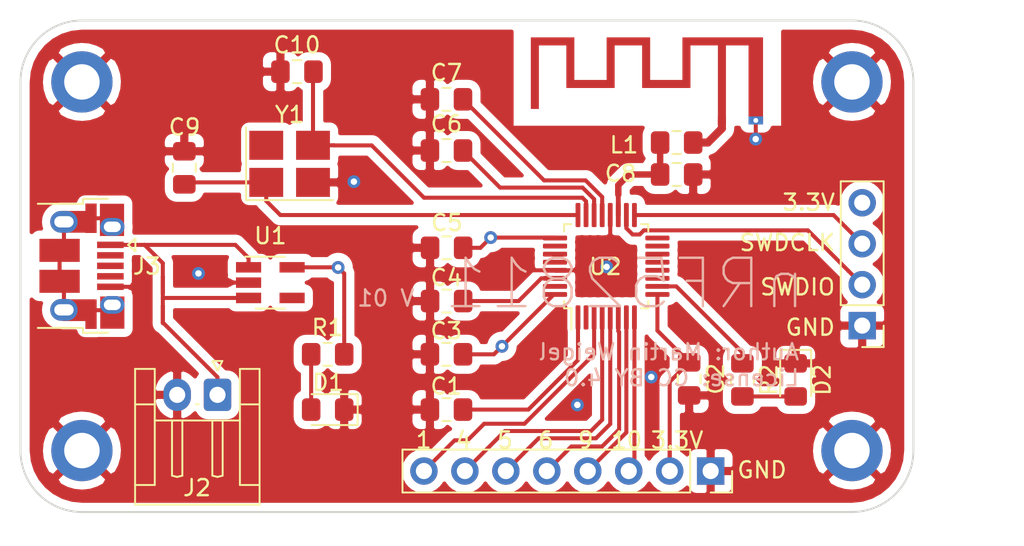
<source format=kicad_pcb>
(kicad_pcb (version 20171130) (host pcbnew 5.1.4)

  (general
    (thickness 1.6)
    (drawings 23)
    (tracks 148)
    (zones 0)
    (modules 27)
    (nets 24)
  )

  (page A4)
  (title_block
    (title nRF52811)
    (date 2019-10-03)
    (rev 1.0)
    (comment 1 https://creativecommons.org/licenses/by/4.0/)
    (comment 2 "License: CC BY 4.0")
    (comment 4 "Author: Martin Weigel")
  )

  (layers
    (0 F.Cu signal)
    (1 VCC power)
    (2 GND power)
    (31 B.Cu signal)
    (32 B.Adhes user)
    (33 F.Adhes user)
    (34 B.Paste user)
    (35 F.Paste user)
    (36 B.SilkS user)
    (37 F.SilkS user)
    (38 B.Mask user)
    (39 F.Mask user)
    (40 Dwgs.User user)
    (41 Cmts.User user)
    (42 Eco1.User user)
    (43 Eco2.User user)
    (44 Edge.Cuts user)
    (45 Margin user)
    (46 B.CrtYd user)
    (47 F.CrtYd user)
    (48 B.Fab user)
    (49 F.Fab user)
  )

  (setup
    (last_trace_width 0.25)
    (trace_clearance 0.2)
    (zone_clearance 0.508)
    (zone_45_only no)
    (trace_min 0.2)
    (via_size 0.8)
    (via_drill 0.4)
    (via_min_size 0.4)
    (via_min_drill 0.3)
    (uvia_size 0.3)
    (uvia_drill 0.1)
    (uvias_allowed no)
    (uvia_min_size 0.2)
    (uvia_min_drill 0.1)
    (edge_width 0.05)
    (segment_width 0.2)
    (pcb_text_width 0.3)
    (pcb_text_size 1.5 1.5)
    (mod_edge_width 0.12)
    (mod_text_size 1 1)
    (mod_text_width 0.15)
    (pad_size 1.524 1.524)
    (pad_drill 0.762)
    (pad_to_mask_clearance 0.051)
    (solder_mask_min_width 0.25)
    (aux_axis_origin 0 0)
    (visible_elements FFFFFF7F)
    (pcbplotparams
      (layerselection 0x010fc_ffffffff)
      (usegerberextensions false)
      (usegerberattributes false)
      (usegerberadvancedattributes false)
      (creategerberjobfile false)
      (excludeedgelayer true)
      (linewidth 0.100000)
      (plotframeref false)
      (viasonmask false)
      (mode 1)
      (useauxorigin false)
      (hpglpennumber 1)
      (hpglpenspeed 20)
      (hpglpendiameter 15.000000)
      (psnegative false)
      (psa4output false)
      (plotreference true)
      (plotvalue true)
      (plotinvisibletext false)
      (padsonsilk false)
      (subtractmaskfromsilk false)
      (outputformat 1)
      (mirror false)
      (drillshape 1)
      (scaleselection 1)
      (outputdirectory ""))
  )

  (net 0 "")
  (net 1 "Net-(AE1-Pad1)")
  (net 2 GND)
  (net 3 "Net-(C1-Pad1)")
  (net 4 +3V3)
  (net 5 "Net-(C4-Pad1)")
  (net 6 "Net-(C6-Pad2)")
  (net 7 "Net-(C7-Pad2)")
  (net 8 "Net-(C8-Pad2)")
  (net 9 "Net-(C9-Pad2)")
  (net 10 "Net-(C10-Pad2)")
  (net 11 "Net-(D1-Pad2)")
  (net 12 "Net-(D2-Pad2)")
  (net 13 /SWDIO)
  (net 14 /SWDCLK)
  (net 15 "Net-(R2-Pad1)")
  (net 16 "Net-(J2-Pad1)")
  (net 17 "Net-(J3-Pad6)")
  (net 18 "Net-(J4-Pad6)")
  (net 19 "Net-(J4-Pad5)")
  (net 20 "Net-(J4-Pad4)")
  (net 21 "Net-(J4-Pad3)")
  (net 22 "Net-(J4-Pad8)")
  (net 23 "Net-(J4-Pad7)")

  (net_class Default "This is the default net class."
    (clearance 0.2)
    (trace_width 0.25)
    (via_dia 0.8)
    (via_drill 0.4)
    (uvia_dia 0.3)
    (uvia_drill 0.1)
    (add_net +3V3)
    (add_net /SWDCLK)
    (add_net /SWDIO)
    (add_net GND)
    (add_net "Net-(AE1-Pad1)")
    (add_net "Net-(C1-Pad1)")
    (add_net "Net-(C10-Pad2)")
    (add_net "Net-(C4-Pad1)")
    (add_net "Net-(C6-Pad2)")
    (add_net "Net-(C7-Pad2)")
    (add_net "Net-(C8-Pad2)")
    (add_net "Net-(C9-Pad2)")
    (add_net "Net-(D1-Pad2)")
    (add_net "Net-(D2-Pad2)")
    (add_net "Net-(J2-Pad1)")
    (add_net "Net-(J3-Pad6)")
    (add_net "Net-(J4-Pad3)")
    (add_net "Net-(J4-Pad4)")
    (add_net "Net-(J4-Pad5)")
    (add_net "Net-(J4-Pad6)")
    (add_net "Net-(J4-Pad7)")
    (add_net "Net-(J4-Pad8)")
    (add_net "Net-(R2-Pad1)")
  )

  (module Resistor_SMD:R_0805_2012Metric_Pad1.15x1.40mm_HandSolder (layer F.Cu) (tedit 5B36C52B) (tstamp 5D979995)
    (at 44.45 34.671)
    (descr "Resistor SMD 0805 (2012 Metric), square (rectangular) end terminal, IPC_7351 nominal with elongated pad for handsoldering. (Body size source: https://docs.google.com/spreadsheets/d/1BsfQQcO9C6DZCsRaXUlFlo91Tg2WpOkGARC1WS5S8t0/edit?usp=sharing), generated with kicad-footprint-generator")
    (tags "resistor handsolder")
    (path /5D99D657)
    (attr smd)
    (fp_text reference R1 (at -0.0127 -1.651) (layer F.SilkS)
      (effects (font (size 1 1) (thickness 0.15)))
    )
    (fp_text value R_Small (at 0 1.65) (layer F.Fab)
      (effects (font (size 1 1) (thickness 0.15)))
    )
    (fp_text user %R (at 0 0) (layer F.Fab)
      (effects (font (size 0.5 0.5) (thickness 0.08)))
    )
    (fp_line (start 1.85 0.95) (end -1.85 0.95) (layer F.CrtYd) (width 0.05))
    (fp_line (start 1.85 -0.95) (end 1.85 0.95) (layer F.CrtYd) (width 0.05))
    (fp_line (start -1.85 -0.95) (end 1.85 -0.95) (layer F.CrtYd) (width 0.05))
    (fp_line (start -1.85 0.95) (end -1.85 -0.95) (layer F.CrtYd) (width 0.05))
    (fp_line (start -0.261252 0.71) (end 0.261252 0.71) (layer F.SilkS) (width 0.12))
    (fp_line (start -0.261252 -0.71) (end 0.261252 -0.71) (layer F.SilkS) (width 0.12))
    (fp_line (start 1 0.6) (end -1 0.6) (layer F.Fab) (width 0.1))
    (fp_line (start 1 -0.6) (end 1 0.6) (layer F.Fab) (width 0.1))
    (fp_line (start -1 -0.6) (end 1 -0.6) (layer F.Fab) (width 0.1))
    (fp_line (start -1 0.6) (end -1 -0.6) (layer F.Fab) (width 0.1))
    (pad 2 smd roundrect (at 1.025 0) (size 1.15 1.4) (layers F.Cu F.Paste F.Mask) (roundrect_rratio 0.217391)
      (net 4 +3V3))
    (pad 1 smd roundrect (at -1.025 0) (size 1.15 1.4) (layers F.Cu F.Paste F.Mask) (roundrect_rratio 0.217391)
      (net 11 "Net-(D1-Pad2)"))
    (model ${KISYS3DMOD}/Resistor_SMD.3dshapes/R_0805_2012Metric.wrl
      (at (xyz 0 0 0))
      (scale (xyz 1 1 1))
      (rotate (xyz 0 0 0))
    )
  )

  (module Connector_JST:JST_EH_S2B-EH_1x02_P2.50mm_Horizontal (layer F.Cu) (tedit 5C281425) (tstamp 5D96B4C6)
    (at 37.6174 37.1856 180)
    (descr "JST EH series connector, S2B-EH (http://www.jst-mfg.com/product/pdf/eng/eEH.pdf), generated with kicad-footprint-generator")
    (tags "connector JST EH horizontal")
    (path /5D9D49D0)
    (fp_text reference J2 (at 1.27 -5.7658) (layer F.SilkS)
      (effects (font (size 1 1) (thickness 0.15)))
    )
    (fp_text value JST (at 1.25 2.7) (layer F.Fab)
      (effects (font (size 1 1) (thickness 0.15)))
    )
    (fp_text user %R (at 1.25 -2.6) (layer F.Fab)
      (effects (font (size 1 1) (thickness 0.15)))
    )
    (fp_line (start 0 -1.407107) (end 0.5 -0.7) (layer F.Fab) (width 0.1))
    (fp_line (start -0.5 -0.7) (end 0 -1.407107) (layer F.Fab) (width 0.1))
    (fp_line (start 0.3 2.1) (end 0 1.5) (layer F.SilkS) (width 0.12))
    (fp_line (start -0.3 2.1) (end 0.3 2.1) (layer F.SilkS) (width 0.12))
    (fp_line (start 0 1.5) (end -0.3 2.1) (layer F.SilkS) (width 0.12))
    (fp_line (start 2.82 -1.59) (end 2.5 -1.59) (layer F.SilkS) (width 0.12))
    (fp_line (start 2.82 -5.01) (end 2.82 -1.59) (layer F.SilkS) (width 0.12))
    (fp_line (start 2.5 -5.09) (end 2.82 -5.01) (layer F.SilkS) (width 0.12))
    (fp_line (start 2.18 -5.01) (end 2.5 -5.09) (layer F.SilkS) (width 0.12))
    (fp_line (start 2.18 -1.59) (end 2.18 -5.01) (layer F.SilkS) (width 0.12))
    (fp_line (start 2.5 -1.59) (end 2.18 -1.59) (layer F.SilkS) (width 0.12))
    (fp_line (start 1.17 -0.59) (end 1.33 -0.59) (layer F.SilkS) (width 0.12))
    (fp_line (start 0.32 -1.59) (end 0 -1.59) (layer F.SilkS) (width 0.12))
    (fp_line (start 0.32 -5.01) (end 0.32 -1.59) (layer F.SilkS) (width 0.12))
    (fp_line (start 0 -5.09) (end 0.32 -5.01) (layer F.SilkS) (width 0.12))
    (fp_line (start -0.32 -5.01) (end 0 -5.09) (layer F.SilkS) (width 0.12))
    (fp_line (start -0.32 -1.59) (end -0.32 -5.01) (layer F.SilkS) (width 0.12))
    (fp_line (start 0 -1.59) (end -0.32 -1.59) (layer F.SilkS) (width 0.12))
    (fp_line (start -1.39 -1.59) (end 3.89 -1.59) (layer F.SilkS) (width 0.12))
    (fp_line (start 3.89 -0.59) (end 5.11 -0.59) (layer F.SilkS) (width 0.12))
    (fp_line (start 3.89 -5.59) (end 3.89 -0.59) (layer F.SilkS) (width 0.12))
    (fp_line (start 5.11 -5.59) (end 3.89 -5.59) (layer F.SilkS) (width 0.12))
    (fp_line (start -1.39 -0.59) (end -2.61 -0.59) (layer F.SilkS) (width 0.12))
    (fp_line (start -1.39 -5.59) (end -1.39 -0.59) (layer F.SilkS) (width 0.12))
    (fp_line (start -2.61 -5.59) (end -1.39 -5.59) (layer F.SilkS) (width 0.12))
    (fp_line (start 3.89 1.61) (end 3.89 -0.59) (layer F.SilkS) (width 0.12))
    (fp_line (start 5.11 1.61) (end 3.89 1.61) (layer F.SilkS) (width 0.12))
    (fp_line (start 5.11 -6.81) (end 5.11 1.61) (layer F.SilkS) (width 0.12))
    (fp_line (start -2.61 -6.81) (end 5.11 -6.81) (layer F.SilkS) (width 0.12))
    (fp_line (start -2.61 1.61) (end -2.61 -6.81) (layer F.SilkS) (width 0.12))
    (fp_line (start -1.39 1.61) (end -2.61 1.61) (layer F.SilkS) (width 0.12))
    (fp_line (start -1.39 -0.59) (end -1.39 1.61) (layer F.SilkS) (width 0.12))
    (fp_line (start 5.5 -7.2) (end -3 -7.2) (layer F.CrtYd) (width 0.05))
    (fp_line (start 5.5 2) (end 5.5 -7.2) (layer F.CrtYd) (width 0.05))
    (fp_line (start -3 2) (end 5.5 2) (layer F.CrtYd) (width 0.05))
    (fp_line (start -3 -7.2) (end -3 2) (layer F.CrtYd) (width 0.05))
    (fp_line (start 4 -0.7) (end -1.5 -0.7) (layer F.Fab) (width 0.1))
    (fp_line (start 4 1.5) (end 4 -0.7) (layer F.Fab) (width 0.1))
    (fp_line (start 5 1.5) (end 4 1.5) (layer F.Fab) (width 0.1))
    (fp_line (start 5 -6.7) (end 5 1.5) (layer F.Fab) (width 0.1))
    (fp_line (start -2.5 -6.7) (end 5 -6.7) (layer F.Fab) (width 0.1))
    (fp_line (start -2.5 1.5) (end -2.5 -6.7) (layer F.Fab) (width 0.1))
    (fp_line (start -1.5 1.5) (end -2.5 1.5) (layer F.Fab) (width 0.1))
    (fp_line (start -1.5 -0.7) (end -1.5 1.5) (layer F.Fab) (width 0.1))
    (pad 2 thru_hole oval (at 2.5 0 180) (size 1.7 2) (drill 1) (layers *.Cu *.Mask)
      (net 2 GND))
    (pad 1 thru_hole roundrect (at 0 0 180) (size 1.7 2) (drill 1) (layers *.Cu *.Mask) (roundrect_rratio 0.147059)
      (net 16 "Net-(J2-Pad1)"))
    (model ${KISYS3DMOD}/Connector_JST.3dshapes/JST_EH_S2B-EH_1x02_P2.50mm_Horizontal.wrl
      (at (xyz 0 0 0))
      (scale (xyz 1 1 1))
      (rotate (xyz 0 0 0))
    )
  )

  (module RF_Antenna:Texas_SWRA117D_2.4GHz_Left (layer F.Cu) (tedit 5996792C) (tstamp 5D97737A)
    (at 68.8975 20.1676)
    (descr http://www.ti.com/lit/an/swra117d/swra117d.pdf)
    (tags "PCB antenna")
    (path /5D97E04D)
    (attr virtual)
    (fp_text reference AE1 (at -4.55 -6.41) (layer F.SilkS) hide
      (effects (font (size 1 1) (thickness 0.15)))
    )
    (fp_text value Antenna_Shield (at -3.95 1.21) (layer F.Fab)
      (effects (font (size 1 1) (thickness 0.15)))
    )
    (fp_line (start 3.2 -5.6) (end -12.3 -5.6) (layer F.Fab) (width 0.15))
    (fp_line (start -12.3 0.35) (end 3.2 0.35) (layer F.Fab) (width 0.15))
    (fp_line (start 3.2 0.35) (end 3.2 -5.6) (layer F.Fab) (width 0.15))
    (fp_line (start -12.3 -5.6) (end -12.3 0.35) (layer F.Fab) (width 0.15))
    (fp_text user %R (at -4.55 -6.4) (layer F.Fab)
      (effects (font (size 1 1) (thickness 0.15)))
    )
    (fp_line (start 3.2 0.35) (end 3.2 -5.6) (layer F.CrtYd) (width 0.05))
    (fp_line (start -12.3 0.35) (end 3.2 0.35) (layer F.CrtYd) (width 0.05))
    (fp_line (start -12.3 -5.6) (end -12.3 0.35) (layer F.CrtYd) (width 0.05))
    (fp_line (start 3.2 -5.6) (end -12.3 -5.6) (layer F.CrtYd) (width 0.05))
    (fp_line (start 3.05 -0.25) (end -12.15 -5.45) (layer Dwgs.User) (width 0.15))
    (fp_line (start 3.05 -5.45) (end -12.15 -0.25) (layer Dwgs.User) (width 0.15))
    (fp_line (start -12.15 -0.25) (end -12.15 -5.45) (layer Dwgs.User) (width 0.15))
    (fp_line (start 3.05 -0.25) (end 3.05 -5.45) (layer Dwgs.User) (width 0.15))
    (fp_line (start 3.05 -0.25) (end -12.15 -0.25) (layer Dwgs.User) (width 0.15))
    (fp_line (start 3.05 -5.45) (end -12.15 -5.45) (layer Dwgs.User) (width 0.15))
    (fp_poly (pts (xy -2.45 -2.51) (xy -4.45 -2.51) (xy -4.45 -5.15) (xy -7.15 -5.15)
      (xy -7.15 -2.51) (xy -9.15 -2.51) (xy -9.15 -5.15) (xy -11.85 -5.15)
      (xy -11.85 -0.71) (xy -11.35 -0.71) (xy -11.35 -4.65) (xy -9.65 -4.65)
      (xy -9.65 -2.01) (xy -6.65 -2.01) (xy -6.65 -4.65) (xy -4.95 -4.65)
      (xy -4.95 -2.01) (xy -1.95 -2.01) (xy -1.95 -4.65) (xy -0.25 -4.65)
      (xy -0.25 0.25) (xy 0.25 0.25) (xy 0.25 -4.65) (xy 1.65 -4.65)
      (xy 1.65 0.25) (xy 2.55 0.25) (xy 2.55 0.006785) (xy 2.247583 0.006785)
      (xy 2.237742 0.054395) (xy 2.213674 0.096797) (xy 2.175731 0.129581) (xy 2.167819 0.133935)
      (xy 2.125156 0.146043) (xy 2.076637 0.1453) (xy 2.031122 0.1324) (xy 2.012511 0.121787)
      (xy 1.978868 0.086553) (xy 1.958309 0.041368) (xy 1.951778 -0.008158) (xy 1.960218 -0.056417)
      (xy 1.977112 -0.088643) (xy 2.012372 -0.121313) (xy 2.057682 -0.141408) (xy 2.107267 -0.147982)
      (xy 2.155353 -0.140092) (xy 2.188245 -0.123186) (xy 2.223185 -0.086416) (xy 2.242847 -0.041622)
      (xy 2.247583 0.006785) (xy 2.55 0.006785) (xy 2.55 -5.15) (xy -2.45 -5.15)
      (xy -2.45 -2.51)) (layer F.Cu) (width 0))
    (pad 1 connect rect (at 0 0) (size 0.5 0.5) (layers F.Cu)
      (net 1 "Net-(AE1-Pad1)"))
    (pad 2 thru_hole rect (at 2.1 0) (size 0.9 0.5) (drill 0.3) (layers *.Cu)
      (net 2 GND) (zone_connect 2))
  )

  (module Capacitor_SMD:C_0805_2012Metric_Pad1.15x1.40mm_HandSolder (layer F.Cu) (tedit 5B36C52B) (tstamp 5D978140)
    (at 66.0908 23.5204 180)
    (descr "Capacitor SMD 0805 (2012 Metric), square (rectangular) end terminal, IPC_7351 nominal with elongated pad for handsoldering. (Body size source: https://docs.google.com/spreadsheets/d/1BsfQQcO9C6DZCsRaXUlFlo91Tg2WpOkGARC1WS5S8t0/edit?usp=sharing), generated with kicad-footprint-generator")
    (tags "capacitor handsolder")
    (path /5D97C91A)
    (attr smd)
    (fp_text reference C8 (at 3.4761 0.0635) (layer F.SilkS)
      (effects (font (size 1 1) (thickness 0.15)))
    )
    (fp_text value 0.8pF (at 0 1.65) (layer F.Fab)
      (effects (font (size 1 1) (thickness 0.15)))
    )
    (fp_text user %R (at 0.0635 0) (layer F.Fab)
      (effects (font (size 0.5 0.5) (thickness 0.08)))
    )
    (fp_line (start 1.85 0.95) (end -1.85 0.95) (layer F.CrtYd) (width 0.05))
    (fp_line (start 1.85 -0.95) (end 1.85 0.95) (layer F.CrtYd) (width 0.05))
    (fp_line (start -1.85 -0.95) (end 1.85 -0.95) (layer F.CrtYd) (width 0.05))
    (fp_line (start -1.85 0.95) (end -1.85 -0.95) (layer F.CrtYd) (width 0.05))
    (fp_line (start -0.261252 0.71) (end 0.261252 0.71) (layer F.SilkS) (width 0.12))
    (fp_line (start -0.261252 -0.71) (end 0.261252 -0.71) (layer F.SilkS) (width 0.12))
    (fp_line (start 1 0.6) (end -1 0.6) (layer F.Fab) (width 0.1))
    (fp_line (start 1 -0.6) (end 1 0.6) (layer F.Fab) (width 0.1))
    (fp_line (start -1 -0.6) (end 1 -0.6) (layer F.Fab) (width 0.1))
    (fp_line (start -1 0.6) (end -1 -0.6) (layer F.Fab) (width 0.1))
    (pad 2 smd roundrect (at 1.025 0 180) (size 1.15 1.4) (layers F.Cu F.Paste F.Mask) (roundrect_rratio 0.217391)
      (net 8 "Net-(C8-Pad2)"))
    (pad 1 smd roundrect (at -1.025 0 180) (size 1.15 1.4) (layers F.Cu F.Paste F.Mask) (roundrect_rratio 0.217391)
      (net 2 GND))
    (model ${KISYS3DMOD}/Capacitor_SMD.3dshapes/C_0805_2012Metric.wrl
      (at (xyz 0 0 0))
      (scale (xyz 1 1 1))
      (rotate (xyz 0 0 0))
    )
  )

  (module Inductor_SMD:L_0805_2012Metric_Pad1.15x1.40mm_HandSolder (layer F.Cu) (tedit 5B36C52B) (tstamp 5D9780C5)
    (at 66.0908 21.5392 180)
    (descr "Capacitor SMD 0805 (2012 Metric), square (rectangular) end terminal, IPC_7351 nominal with elongated pad for handsoldering. (Body size source: https://docs.google.com/spreadsheets/d/1BsfQQcO9C6DZCsRaXUlFlo91Tg2WpOkGARC1WS5S8t0/edit?usp=sharing), generated with kicad-footprint-generator")
    (tags "inductor handsolder")
    (path /5D97780D)
    (attr smd)
    (fp_text reference L1 (at 3.2676 -0.1524) (layer F.SilkS)
      (effects (font (size 1 1) (thickness 0.15)))
    )
    (fp_text value 3.9nH (at 0 1.65) (layer F.Fab)
      (effects (font (size 1 1) (thickness 0.15)))
    )
    (fp_text user %R (at 0 0 180) (layer F.Fab)
      (effects (font (size 0.5 0.5) (thickness 0.08)))
    )
    (fp_line (start 1.85 0.95) (end -1.85 0.95) (layer F.CrtYd) (width 0.05))
    (fp_line (start 1.85 -0.95) (end 1.85 0.95) (layer F.CrtYd) (width 0.05))
    (fp_line (start -1.85 -0.95) (end 1.85 -0.95) (layer F.CrtYd) (width 0.05))
    (fp_line (start -1.85 0.95) (end -1.85 -0.95) (layer F.CrtYd) (width 0.05))
    (fp_line (start -0.261252 0.71) (end 0.261252 0.71) (layer F.SilkS) (width 0.12))
    (fp_line (start -0.261252 -0.71) (end 0.261252 -0.71) (layer F.SilkS) (width 0.12))
    (fp_line (start 1 0.6) (end -1 0.6) (layer F.Fab) (width 0.1))
    (fp_line (start 1 -0.6) (end 1 0.6) (layer F.Fab) (width 0.1))
    (fp_line (start -1 -0.6) (end 1 -0.6) (layer F.Fab) (width 0.1))
    (fp_line (start -1 0.6) (end -1 -0.6) (layer F.Fab) (width 0.1))
    (pad 2 smd roundrect (at 1.025 0 180) (size 1.15 1.4) (layers F.Cu F.Paste F.Mask) (roundrect_rratio 0.217391)
      (net 8 "Net-(C8-Pad2)"))
    (pad 1 smd roundrect (at -1.025 0 180) (size 1.15 1.4) (layers F.Cu F.Paste F.Mask) (roundrect_rratio 0.217391)
      (net 1 "Net-(AE1-Pad1)"))
    (model ${KISYS3DMOD}/Inductor_SMD.3dshapes/L_0805_2012Metric.wrl
      (at (xyz 0 0 0))
      (scale (xyz 1 1 1))
      (rotate (xyz 0 0 0))
    )
  )

  (module Capacitor_SMD:C_0805_2012Metric_Pad1.15x1.40mm_HandSolder (layer F.Cu) (tedit 5B36C52B) (tstamp 5D97904B)
    (at 66.8655 36.195 270)
    (descr "Capacitor SMD 0805 (2012 Metric), square (rectangular) end terminal, IPC_7351 nominal with elongated pad for handsoldering. (Body size source: https://docs.google.com/spreadsheets/d/1BsfQQcO9C6DZCsRaXUlFlo91Tg2WpOkGARC1WS5S8t0/edit?usp=sharing), generated with kicad-footprint-generator")
    (tags "capacitor handsolder")
    (path /5D989604)
    (attr smd)
    (fp_text reference C2 (at 0 -1.65 90) (layer F.SilkS)
      (effects (font (size 1 1) (thickness 0.15)))
    )
    (fp_text value 100nF (at 0 1.65 90) (layer F.Fab)
      (effects (font (size 1 1) (thickness 0.15)))
    )
    (fp_text user %R (at 0.127 0.127 180) (layer F.Fab)
      (effects (font (size 0.5 0.5) (thickness 0.08)))
    )
    (fp_line (start 1.85 0.95) (end -1.85 0.95) (layer F.CrtYd) (width 0.05))
    (fp_line (start 1.85 -0.95) (end 1.85 0.95) (layer F.CrtYd) (width 0.05))
    (fp_line (start -1.85 -0.95) (end 1.85 -0.95) (layer F.CrtYd) (width 0.05))
    (fp_line (start -1.85 0.95) (end -1.85 -0.95) (layer F.CrtYd) (width 0.05))
    (fp_line (start -0.261252 0.71) (end 0.261252 0.71) (layer F.SilkS) (width 0.12))
    (fp_line (start -0.261252 -0.71) (end 0.261252 -0.71) (layer F.SilkS) (width 0.12))
    (fp_line (start 1 0.6) (end -1 0.6) (layer F.Fab) (width 0.1))
    (fp_line (start 1 -0.6) (end 1 0.6) (layer F.Fab) (width 0.1))
    (fp_line (start -1 -0.6) (end 1 -0.6) (layer F.Fab) (width 0.1))
    (fp_line (start -1 0.6) (end -1 -0.6) (layer F.Fab) (width 0.1))
    (pad 2 smd roundrect (at 1.025 0 270) (size 1.15 1.4) (layers F.Cu F.Paste F.Mask) (roundrect_rratio 0.217391)
      (net 2 GND))
    (pad 1 smd roundrect (at -1.025 0 270) (size 1.15 1.4) (layers F.Cu F.Paste F.Mask) (roundrect_rratio 0.217391)
      (net 4 +3V3))
    (model ${KISYS3DMOD}/Capacitor_SMD.3dshapes/C_0805_2012Metric.wrl
      (at (xyz 0 0 0))
      (scale (xyz 1 1 1))
      (rotate (xyz 0 0 0))
    )
  )

  (module LED_SMD:LED_0805_2012Metric_Pad1.15x1.40mm_HandSolder (layer F.Cu) (tedit 5B4B45C9) (tstamp 5D974E76)
    (at 73.4695 36.2585 270)
    (descr "LED SMD 0805 (2012 Metric), square (rectangular) end terminal, IPC_7351 nominal, (Body size source: https://docs.google.com/spreadsheets/d/1BsfQQcO9C6DZCsRaXUlFlo91Tg2WpOkGARC1WS5S8t0/edit?usp=sharing), generated with kicad-footprint-generator")
    (tags "LED handsolder")
    (path /5D9A2FE8)
    (attr smd)
    (fp_text reference D2 (at 0 -1.65 90) (layer F.SilkS)
      (effects (font (size 1 1) (thickness 0.15)))
    )
    (fp_text value "BLE LED" (at 0 1.65 90) (layer F.Fab)
      (effects (font (size 1 1) (thickness 0.15)))
    )
    (fp_text user %R (at 0 0 270) (layer F.Fab)
      (effects (font (size 0.5 0.5) (thickness 0.08)))
    )
    (fp_line (start 1.85 0.95) (end -1.85 0.95) (layer F.CrtYd) (width 0.05))
    (fp_line (start 1.85 -0.95) (end 1.85 0.95) (layer F.CrtYd) (width 0.05))
    (fp_line (start -1.85 -0.95) (end 1.85 -0.95) (layer F.CrtYd) (width 0.05))
    (fp_line (start -1.85 0.95) (end -1.85 -0.95) (layer F.CrtYd) (width 0.05))
    (fp_line (start -1.86 0.96) (end 1 0.96) (layer F.SilkS) (width 0.12))
    (fp_line (start -1.86 -0.96) (end -1.86 0.96) (layer F.SilkS) (width 0.12))
    (fp_line (start 1 -0.96) (end -1.86 -0.96) (layer F.SilkS) (width 0.12))
    (fp_line (start 1 0.6) (end 1 -0.6) (layer F.Fab) (width 0.1))
    (fp_line (start -1 0.6) (end 1 0.6) (layer F.Fab) (width 0.1))
    (fp_line (start -1 -0.3) (end -1 0.6) (layer F.Fab) (width 0.1))
    (fp_line (start -0.7 -0.6) (end -1 -0.3) (layer F.Fab) (width 0.1))
    (fp_line (start 1 -0.6) (end -0.7 -0.6) (layer F.Fab) (width 0.1))
    (pad 2 smd roundrect (at 1.025 0 270) (size 1.15 1.4) (layers F.Cu F.Paste F.Mask) (roundrect_rratio 0.217391)
      (net 12 "Net-(D2-Pad2)"))
    (pad 1 smd roundrect (at -1.025 0 270) (size 1.15 1.4) (layers F.Cu F.Paste F.Mask) (roundrect_rratio 0.217391)
      (net 2 GND))
    (model ${KISYS3DMOD}/LED_SMD.3dshapes/LED_0805_2012Metric.wrl
      (at (xyz 0 0 0))
      (scale (xyz 1 1 1))
      (rotate (xyz 0 0 0))
    )
  )

  (module Resistor_SMD:R_0805_2012Metric_Pad1.15x1.40mm_HandSolder (layer F.Cu) (tedit 5B36C52B) (tstamp 5D979255)
    (at 70.1675 36.2585 270)
    (descr "Resistor SMD 0805 (2012 Metric), square (rectangular) end terminal, IPC_7351 nominal with elongated pad for handsoldering. (Body size source: https://docs.google.com/spreadsheets/d/1BsfQQcO9C6DZCsRaXUlFlo91Tg2WpOkGARC1WS5S8t0/edit?usp=sharing), generated with kicad-footprint-generator")
    (tags "resistor handsolder")
    (path /5D9A6A85)
    (attr smd)
    (fp_text reference R2 (at 0 -1.65 90) (layer F.SilkS)
      (effects (font (size 1 1) (thickness 0.15)))
    )
    (fp_text value R_Small (at 0 1.65 90) (layer F.Fab)
      (effects (font (size 1 1) (thickness 0.15)))
    )
    (fp_text user %R (at 0 0 90) (layer F.Fab)
      (effects (font (size 0.5 0.5) (thickness 0.08)))
    )
    (fp_line (start 1.85 0.95) (end -1.85 0.95) (layer F.CrtYd) (width 0.05))
    (fp_line (start 1.85 -0.95) (end 1.85 0.95) (layer F.CrtYd) (width 0.05))
    (fp_line (start -1.85 -0.95) (end 1.85 -0.95) (layer F.CrtYd) (width 0.05))
    (fp_line (start -1.85 0.95) (end -1.85 -0.95) (layer F.CrtYd) (width 0.05))
    (fp_line (start -0.261252 0.71) (end 0.261252 0.71) (layer F.SilkS) (width 0.12))
    (fp_line (start -0.261252 -0.71) (end 0.261252 -0.71) (layer F.SilkS) (width 0.12))
    (fp_line (start 1 0.6) (end -1 0.6) (layer F.Fab) (width 0.1))
    (fp_line (start 1 -0.6) (end 1 0.6) (layer F.Fab) (width 0.1))
    (fp_line (start -1 -0.6) (end 1 -0.6) (layer F.Fab) (width 0.1))
    (fp_line (start -1 0.6) (end -1 -0.6) (layer F.Fab) (width 0.1))
    (pad 2 smd roundrect (at 1.025 0 270) (size 1.15 1.4) (layers F.Cu F.Paste F.Mask) (roundrect_rratio 0.217391)
      (net 12 "Net-(D2-Pad2)"))
    (pad 1 smd roundrect (at -1.025 0 270) (size 1.15 1.4) (layers F.Cu F.Paste F.Mask) (roundrect_rratio 0.217391)
      (net 15 "Net-(R2-Pad1)"))
    (model ${KISYS3DMOD}/Resistor_SMD.3dshapes/R_0805_2012Metric.wrl
      (at (xyz 0 0 0))
      (scale (xyz 1 1 1))
      (rotate (xyz 0 0 0))
    )
  )

  (module Capacitor_SMD:C_0805_2012Metric_Pad1.15x1.40mm_HandSolder (layer F.Cu) (tedit 5B36C52B) (tstamp 5D978FFA)
    (at 35.56 23.105 270)
    (descr "Capacitor SMD 0805 (2012 Metric), square (rectangular) end terminal, IPC_7351 nominal with elongated pad for handsoldering. (Body size source: https://docs.google.com/spreadsheets/d/1BsfQQcO9C6DZCsRaXUlFlo91Tg2WpOkGARC1WS5S8t0/edit?usp=sharing), generated with kicad-footprint-generator")
    (tags "capacitor handsolder")
    (path /5D967C9F)
    (attr smd)
    (fp_text reference C9 (at -2.5183 -0.0127 180) (layer F.SilkS)
      (effects (font (size 1 1) (thickness 0.15)))
    )
    (fp_text value 12pF (at 0 1.65 270) (layer F.Fab)
      (effects (font (size 1 1) (thickness 0.15)))
    )
    (fp_text user %R (at 0 0 90) (layer F.Fab)
      (effects (font (size 0.5 0.5) (thickness 0.08)))
    )
    (fp_line (start 1.85 0.95) (end -1.85 0.95) (layer F.CrtYd) (width 0.05))
    (fp_line (start 1.85 -0.95) (end 1.85 0.95) (layer F.CrtYd) (width 0.05))
    (fp_line (start -1.85 -0.95) (end 1.85 -0.95) (layer F.CrtYd) (width 0.05))
    (fp_line (start -1.85 0.95) (end -1.85 -0.95) (layer F.CrtYd) (width 0.05))
    (fp_line (start -0.261252 0.71) (end 0.261252 0.71) (layer F.SilkS) (width 0.12))
    (fp_line (start -0.261252 -0.71) (end 0.261252 -0.71) (layer F.SilkS) (width 0.12))
    (fp_line (start 1 0.6) (end -1 0.6) (layer F.Fab) (width 0.1))
    (fp_line (start 1 -0.6) (end 1 0.6) (layer F.Fab) (width 0.1))
    (fp_line (start -1 -0.6) (end 1 -0.6) (layer F.Fab) (width 0.1))
    (fp_line (start -1 0.6) (end -1 -0.6) (layer F.Fab) (width 0.1))
    (pad 2 smd roundrect (at 1.025 0 270) (size 1.15 1.4) (layers F.Cu F.Paste F.Mask) (roundrect_rratio 0.217391)
      (net 9 "Net-(C9-Pad2)"))
    (pad 1 smd roundrect (at -1.025 0 270) (size 1.15 1.4) (layers F.Cu F.Paste F.Mask) (roundrect_rratio 0.217391)
      (net 2 GND))
    (model ${KISYS3DMOD}/Capacitor_SMD.3dshapes/C_0805_2012Metric.wrl
      (at (xyz 0 0 0))
      (scale (xyz 1 1 1))
      (rotate (xyz 0 0 0))
    )
  )

  (module Crystal:Crystal_SMD_3225-4Pin_3.2x2.5mm_HandSoldering (layer F.Cu) (tedit 5A0FD1B2) (tstamp 5D978D69)
    (at 42.09 22.86)
    (descr "SMD Crystal SERIES SMD3225/4 http://www.txccrystal.com/images/pdf/7m-accuracy.pdf, hand-soldering, 3.2x2.5mm^2 package")
    (tags "SMD SMT crystal hand-soldering")
    (path /5DA08F12)
    (attr smd)
    (fp_text reference Y1 (at 0 -3.05) (layer F.SilkS)
      (effects (font (size 1 1) (thickness 0.15)))
    )
    (fp_text value 32MHz (at 0 3.05) (layer F.Fab)
      (effects (font (size 1 1) (thickness 0.15)))
    )
    (fp_line (start 2.8 -2.3) (end -2.8 -2.3) (layer F.CrtYd) (width 0.05))
    (fp_line (start 2.8 2.3) (end 2.8 -2.3) (layer F.CrtYd) (width 0.05))
    (fp_line (start -2.8 2.3) (end 2.8 2.3) (layer F.CrtYd) (width 0.05))
    (fp_line (start -2.8 -2.3) (end -2.8 2.3) (layer F.CrtYd) (width 0.05))
    (fp_line (start -2.7 2.25) (end 2.7 2.25) (layer F.SilkS) (width 0.12))
    (fp_line (start -2.7 -2.25) (end -2.7 2.25) (layer F.SilkS) (width 0.12))
    (fp_line (start -1.6 0.25) (end -0.6 1.25) (layer F.Fab) (width 0.1))
    (fp_line (start 1.6 -1.25) (end -1.6 -1.25) (layer F.Fab) (width 0.1))
    (fp_line (start 1.6 1.25) (end 1.6 -1.25) (layer F.Fab) (width 0.1))
    (fp_line (start -1.6 1.25) (end 1.6 1.25) (layer F.Fab) (width 0.1))
    (fp_line (start -1.6 -1.25) (end -1.6 1.25) (layer F.Fab) (width 0.1))
    (fp_text user %R (at 0 0) (layer F.Fab)
      (effects (font (size 0.7 0.7) (thickness 0.105)))
    )
    (pad 4 smd rect (at -1.45 -1.15) (size 2.1 1.8) (layers F.Cu F.Paste F.Mask))
    (pad 3 smd rect (at 1.45 -1.15) (size 2.1 1.8) (layers F.Cu F.Paste F.Mask)
      (net 10 "Net-(C10-Pad2)"))
    (pad 2 smd rect (at 1.45 1.15) (size 2.1 1.8) (layers F.Cu F.Paste F.Mask)
      (net 2 GND))
    (pad 1 smd rect (at -1.45 1.15) (size 2.1 1.8) (layers F.Cu F.Paste F.Mask)
      (net 9 "Net-(C9-Pad2)"))
    (model ${KISYS3DMOD}/Crystal.3dshapes/Crystal_SMD_3225-4Pin_3.2x2.5mm_HandSoldering.wrl
      (at (xyz 0 0 0))
      (scale (xyz 1 1 1))
      (rotate (xyz 0 0 0))
    )
  )

  (module Capacitor_SMD:C_0805_2012Metric_Pad1.15x1.40mm_HandSolder (layer F.Cu) (tedit 5B36C52B) (tstamp 5D979219)
    (at 42.545 17.145)
    (descr "Capacitor SMD 0805 (2012 Metric), square (rectangular) end terminal, IPC_7351 nominal with elongated pad for handsoldering. (Body size source: https://docs.google.com/spreadsheets/d/1BsfQQcO9C6DZCsRaXUlFlo91Tg2WpOkGARC1WS5S8t0/edit?usp=sharing), generated with kicad-footprint-generator")
    (tags "capacitor handsolder")
    (path /5D968531)
    (attr smd)
    (fp_text reference C10 (at 0 -1.65) (layer F.SilkS)
      (effects (font (size 1 1) (thickness 0.15)))
    )
    (fp_text value 12pF (at 0 1.65 180) (layer F.Fab)
      (effects (font (size 1 1) (thickness 0.15)))
    )
    (fp_text user %R (at 0 0) (layer F.Fab)
      (effects (font (size 0.5 0.5) (thickness 0.08)))
    )
    (fp_line (start 1.85 0.95) (end -1.85 0.95) (layer F.CrtYd) (width 0.05))
    (fp_line (start 1.85 -0.95) (end 1.85 0.95) (layer F.CrtYd) (width 0.05))
    (fp_line (start -1.85 -0.95) (end 1.85 -0.95) (layer F.CrtYd) (width 0.05))
    (fp_line (start -1.85 0.95) (end -1.85 -0.95) (layer F.CrtYd) (width 0.05))
    (fp_line (start -0.261252 0.71) (end 0.261252 0.71) (layer F.SilkS) (width 0.12))
    (fp_line (start -0.261252 -0.71) (end 0.261252 -0.71) (layer F.SilkS) (width 0.12))
    (fp_line (start 1 0.6) (end -1 0.6) (layer F.Fab) (width 0.1))
    (fp_line (start 1 -0.6) (end 1 0.6) (layer F.Fab) (width 0.1))
    (fp_line (start -1 -0.6) (end 1 -0.6) (layer F.Fab) (width 0.1))
    (fp_line (start -1 0.6) (end -1 -0.6) (layer F.Fab) (width 0.1))
    (pad 2 smd roundrect (at 1.025 0) (size 1.15 1.4) (layers F.Cu F.Paste F.Mask) (roundrect_rratio 0.217391)
      (net 10 "Net-(C10-Pad2)"))
    (pad 1 smd roundrect (at -1.025 0) (size 1.15 1.4) (layers F.Cu F.Paste F.Mask) (roundrect_rratio 0.217391)
      (net 2 GND))
    (model ${KISYS3DMOD}/Capacitor_SMD.3dshapes/C_0805_2012Metric.wrl
      (at (xyz 0 0 0))
      (scale (xyz 1 1 1))
      (rotate (xyz 0 0 0))
    )
  )

  (module Connector_PinSocket_2.54mm:PinSocket_1x08_P2.54mm_Vertical (layer F.Cu) (tedit 5A19A420) (tstamp 5D972BA1)
    (at 68.199 41.91 270)
    (descr "Through hole straight socket strip, 1x08, 2.54mm pitch, single row (from Kicad 4.0.7), script generated")
    (tags "Through hole socket strip THT 1x08 2.54mm single row")
    (path /5D9780E5)
    (fp_text reference J4 (at -20.32 2.3114 90) (layer F.SilkS) hide
      (effects (font (size 1 1) (thickness 0.15)))
    )
    (fp_text value Conn_01x08 (at 0 20.55 90) (layer F.Fab)
      (effects (font (size 1 1) (thickness 0.15)))
    )
    (fp_text user %R (at 0 8.89) (layer F.Fab)
      (effects (font (size 1 1) (thickness 0.15)))
    )
    (fp_line (start -1.8 19.55) (end -1.8 -1.8) (layer F.CrtYd) (width 0.05))
    (fp_line (start 1.75 19.55) (end -1.8 19.55) (layer F.CrtYd) (width 0.05))
    (fp_line (start 1.75 -1.8) (end 1.75 19.55) (layer F.CrtYd) (width 0.05))
    (fp_line (start -1.8 -1.8) (end 1.75 -1.8) (layer F.CrtYd) (width 0.05))
    (fp_line (start 0 -1.33) (end 1.33 -1.33) (layer F.SilkS) (width 0.12))
    (fp_line (start 1.33 -1.33) (end 1.33 0) (layer F.SilkS) (width 0.12))
    (fp_line (start 1.33 1.27) (end 1.33 19.11) (layer F.SilkS) (width 0.12))
    (fp_line (start -1.33 19.11) (end 1.33 19.11) (layer F.SilkS) (width 0.12))
    (fp_line (start -1.33 1.27) (end -1.33 19.11) (layer F.SilkS) (width 0.12))
    (fp_line (start -1.33 1.27) (end 1.33 1.27) (layer F.SilkS) (width 0.12))
    (fp_line (start -1.27 19.05) (end -1.27 -1.27) (layer F.Fab) (width 0.1))
    (fp_line (start 1.27 19.05) (end -1.27 19.05) (layer F.Fab) (width 0.1))
    (fp_line (start 1.27 -0.635) (end 1.27 19.05) (layer F.Fab) (width 0.1))
    (fp_line (start 0.635 -1.27) (end 1.27 -0.635) (layer F.Fab) (width 0.1))
    (fp_line (start -1.27 -1.27) (end 0.635 -1.27) (layer F.Fab) (width 0.1))
    (pad 8 thru_hole oval (at 0 17.78 270) (size 1.7 1.7) (drill 1) (layers *.Cu *.Mask)
      (net 22 "Net-(J4-Pad8)"))
    (pad 7 thru_hole oval (at 0 15.24 270) (size 1.7 1.7) (drill 1) (layers *.Cu *.Mask)
      (net 23 "Net-(J4-Pad7)"))
    (pad 6 thru_hole oval (at 0 12.7 270) (size 1.7 1.7) (drill 1) (layers *.Cu *.Mask)
      (net 18 "Net-(J4-Pad6)"))
    (pad 5 thru_hole oval (at 0 10.16 270) (size 1.7 1.7) (drill 1) (layers *.Cu *.Mask)
      (net 19 "Net-(J4-Pad5)"))
    (pad 4 thru_hole oval (at 0 7.62 270) (size 1.7 1.7) (drill 1) (layers *.Cu *.Mask)
      (net 20 "Net-(J4-Pad4)"))
    (pad 3 thru_hole oval (at 0 5.08 270) (size 1.7 1.7) (drill 1) (layers *.Cu *.Mask)
      (net 21 "Net-(J4-Pad3)"))
    (pad 2 thru_hole oval (at 0 2.54 270) (size 1.7 1.7) (drill 1) (layers *.Cu *.Mask)
      (net 4 +3V3))
    (pad 1 thru_hole rect (at 0 0 270) (size 1.7 1.7) (drill 1) (layers *.Cu *.Mask)
      (net 2 GND))
    (model ${KISYS3DMOD}/Connector_PinSocket_2.54mm.3dshapes/PinSocket_1x08_P2.54mm_Vertical.wrl
      (at (xyz 0 0 0))
      (scale (xyz 1 1 1))
      (rotate (xyz 0 0 0))
    )
  )

  (module Package_TO_SOT_SMD:SOT-23-5_HandSoldering (layer F.Cu) (tedit 5A0AB76C) (tstamp 5D979667)
    (at 40.894 30.226)
    (descr "5-pin SOT23 package")
    (tags "SOT-23-5 hand-soldering")
    (path /5D962589)
    (attr smd)
    (fp_text reference U1 (at 0 -2.9) (layer F.SilkS)
      (effects (font (size 1 1) (thickness 0.15)))
    )
    (fp_text value TPS73633DBV (at 0 2.9) (layer F.Fab)
      (effects (font (size 1 1) (thickness 0.15)))
    )
    (fp_line (start 2.38 1.8) (end -2.38 1.8) (layer F.CrtYd) (width 0.05))
    (fp_line (start 2.38 1.8) (end 2.38 -1.8) (layer F.CrtYd) (width 0.05))
    (fp_line (start -2.38 -1.8) (end -2.38 1.8) (layer F.CrtYd) (width 0.05))
    (fp_line (start -2.38 -1.8) (end 2.38 -1.8) (layer F.CrtYd) (width 0.05))
    (fp_line (start 0.9 -1.55) (end 0.9 1.55) (layer F.Fab) (width 0.1))
    (fp_line (start 0.9 1.55) (end -0.9 1.55) (layer F.Fab) (width 0.1))
    (fp_line (start -0.9 -0.9) (end -0.9 1.55) (layer F.Fab) (width 0.1))
    (fp_line (start 0.9 -1.55) (end -0.25 -1.55) (layer F.Fab) (width 0.1))
    (fp_line (start -0.9 -0.9) (end -0.25 -1.55) (layer F.Fab) (width 0.1))
    (fp_line (start 0.9 -1.61) (end -1.55 -1.61) (layer F.SilkS) (width 0.12))
    (fp_line (start -0.9 1.61) (end 0.9 1.61) (layer F.SilkS) (width 0.12))
    (fp_text user %R (at 0 0 90) (layer F.Fab)
      (effects (font (size 0.5 0.5) (thickness 0.075)))
    )
    (pad 5 smd rect (at 1.35 -0.95) (size 1.56 0.65) (layers F.Cu F.Paste F.Mask)
      (net 4 +3V3))
    (pad 4 smd rect (at 1.35 0.95) (size 1.56 0.65) (layers F.Cu F.Paste F.Mask))
    (pad 3 smd rect (at -1.35 0.95) (size 1.56 0.65) (layers F.Cu F.Paste F.Mask)
      (net 16 "Net-(J2-Pad1)"))
    (pad 2 smd rect (at -1.35 0) (size 1.56 0.65) (layers F.Cu F.Paste F.Mask)
      (net 2 GND))
    (pad 1 smd rect (at -1.35 -0.95) (size 1.56 0.65) (layers F.Cu F.Paste F.Mask)
      (net 16 "Net-(J2-Pad1)"))
    (model ${KISYS3DMOD}/Package_TO_SOT_SMD.3dshapes/SOT-23-5.wrl
      (at (xyz 0 0 0))
      (scale (xyz 1 1 1))
      (rotate (xyz 0 0 0))
    )
  )

  (module Capacitor_SMD:C_0805_2012Metric_Pad1.15x1.40mm_HandSolder (layer F.Cu) (tedit 5B36C52B) (tstamp 5D979291)
    (at 51.816 22.0345)
    (descr "Capacitor SMD 0805 (2012 Metric), square (rectangular) end terminal, IPC_7351 nominal with elongated pad for handsoldering. (Body size source: https://docs.google.com/spreadsheets/d/1BsfQQcO9C6DZCsRaXUlFlo91Tg2WpOkGARC1WS5S8t0/edit?usp=sharing), generated with kicad-footprint-generator")
    (tags "capacitor handsolder")
    (path /5D9722D5)
    (attr smd)
    (fp_text reference C6 (at 0 -1.65) (layer F.SilkS)
      (effects (font (size 1 1) (thickness 0.15)))
    )
    (fp_text value 100pF (at 0 1.65) (layer F.Fab)
      (effects (font (size 1 1) (thickness 0.15)))
    )
    (fp_text user %R (at 0 0) (layer F.Fab)
      (effects (font (size 0.5 0.5) (thickness 0.08)))
    )
    (fp_line (start 1.85 0.95) (end -1.85 0.95) (layer F.CrtYd) (width 0.05))
    (fp_line (start 1.85 -0.95) (end 1.85 0.95) (layer F.CrtYd) (width 0.05))
    (fp_line (start -1.85 -0.95) (end 1.85 -0.95) (layer F.CrtYd) (width 0.05))
    (fp_line (start -1.85 0.95) (end -1.85 -0.95) (layer F.CrtYd) (width 0.05))
    (fp_line (start -0.261252 0.71) (end 0.261252 0.71) (layer F.SilkS) (width 0.12))
    (fp_line (start -0.261252 -0.71) (end 0.261252 -0.71) (layer F.SilkS) (width 0.12))
    (fp_line (start 1 0.6) (end -1 0.6) (layer F.Fab) (width 0.1))
    (fp_line (start 1 -0.6) (end 1 0.6) (layer F.Fab) (width 0.1))
    (fp_line (start -1 -0.6) (end 1 -0.6) (layer F.Fab) (width 0.1))
    (fp_line (start -1 0.6) (end -1 -0.6) (layer F.Fab) (width 0.1))
    (pad 2 smd roundrect (at 1.025 0) (size 1.15 1.4) (layers F.Cu F.Paste F.Mask) (roundrect_rratio 0.217391)
      (net 6 "Net-(C6-Pad2)"))
    (pad 1 smd roundrect (at -1.025 0) (size 1.15 1.4) (layers F.Cu F.Paste F.Mask) (roundrect_rratio 0.217391)
      (net 2 GND))
    (model ${KISYS3DMOD}/Capacitor_SMD.3dshapes/C_0805_2012Metric.wrl
      (at (xyz 0 0 0))
      (scale (xyz 1 1 1))
      (rotate (xyz 0 0 0))
    )
  )

  (module MountingHole:MountingHole_2.2mm_M2_DIN965_Pad (layer F.Cu) (tedit 56D1B4CB) (tstamp 5D9791FB)
    (at 76.962 17.78)
    (descr "Mounting Hole 2.2mm, M2, DIN965")
    (tags "mounting hole 2.2mm m2 din965")
    (path /5DA97C78)
    (attr virtual)
    (fp_text reference J7 (at 0 -2.9) (layer F.SilkS) hide
      (effects (font (size 1 1) (thickness 0.15)))
    )
    (fp_text value Mounting_3 (at 0 2.9) (layer F.Fab) hide
      (effects (font (size 1 1) (thickness 0.15)))
    )
    (fp_circle (center 0 0) (end 2.15 0) (layer F.CrtYd) (width 0.05))
    (fp_circle (center 0 0) (end 1.9 0) (layer Cmts.User) (width 0.15))
    (fp_text user %R (at 0.3 0) (layer F.Fab)
      (effects (font (size 1 1) (thickness 0.15)))
    )
    (pad 1 thru_hole circle (at 0 0) (size 3.8 3.8) (drill 2.2) (layers *.Cu *.Mask)
      (net 2 GND))
  )

  (module Capacitor_SMD:C_0805_2012Metric_Pad1.15x1.40mm_HandSolder (layer F.Cu) (tedit 5B36C52B) (tstamp 5D979195)
    (at 51.816 38.1 180)
    (descr "Capacitor SMD 0805 (2012 Metric), square (rectangular) end terminal, IPC_7351 nominal with elongated pad for handsoldering. (Body size source: https://docs.google.com/spreadsheets/d/1BsfQQcO9C6DZCsRaXUlFlo91Tg2WpOkGARC1WS5S8t0/edit?usp=sharing), generated with kicad-footprint-generator")
    (tags "capacitor handsolder")
    (path /5D9CF890)
    (attr smd)
    (fp_text reference C1 (at 0.0127 1.4488) (layer F.SilkS)
      (effects (font (size 1 1) (thickness 0.15)))
    )
    (fp_text value 100nF (at 0 1.65) (layer F.Fab)
      (effects (font (size 1 1) (thickness 0.15)))
    )
    (fp_text user %R (at 0 0) (layer F.Fab)
      (effects (font (size 0.5 0.5) (thickness 0.08)))
    )
    (fp_line (start 1.85 0.95) (end -1.85 0.95) (layer F.CrtYd) (width 0.05))
    (fp_line (start 1.85 -0.95) (end 1.85 0.95) (layer F.CrtYd) (width 0.05))
    (fp_line (start -1.85 -0.95) (end 1.85 -0.95) (layer F.CrtYd) (width 0.05))
    (fp_line (start -1.85 0.95) (end -1.85 -0.95) (layer F.CrtYd) (width 0.05))
    (fp_line (start -0.261252 0.71) (end 0.261252 0.71) (layer F.SilkS) (width 0.12))
    (fp_line (start -0.261252 -0.71) (end 0.261252 -0.71) (layer F.SilkS) (width 0.12))
    (fp_line (start 1 0.6) (end -1 0.6) (layer F.Fab) (width 0.1))
    (fp_line (start 1 -0.6) (end 1 0.6) (layer F.Fab) (width 0.1))
    (fp_line (start -1 -0.6) (end 1 -0.6) (layer F.Fab) (width 0.1))
    (fp_line (start -1 0.6) (end -1 -0.6) (layer F.Fab) (width 0.1))
    (pad 2 smd roundrect (at 1.025 0 180) (size 1.15 1.4) (layers F.Cu F.Paste F.Mask) (roundrect_rratio 0.217391)
      (net 2 GND))
    (pad 1 smd roundrect (at -1.025 0 180) (size 1.15 1.4) (layers F.Cu F.Paste F.Mask) (roundrect_rratio 0.217391)
      (net 3 "Net-(C1-Pad1)"))
    (model ${KISYS3DMOD}/Capacitor_SMD.3dshapes/C_0805_2012Metric.wrl
      (at (xyz 0 0 0))
      (scale (xyz 1 1 1))
      (rotate (xyz 0 0 0))
    )
  )

  (module Connector_PinHeader_2.54mm:PinHeader_1x04_P2.54mm_Vertical (layer F.Cu) (tedit 59FED5CC) (tstamp 5D974ABC)
    (at 77.597 32.893 180)
    (descr "Through hole straight pin header, 1x04, 2.54mm pitch, single row")
    (tags "Through hole pin header THT 1x04 2.54mm single row")
    (path /5DA80436)
    (fp_text reference J1 (at 0 -2.33) (layer F.SilkS) hide
      (effects (font (size 1 1) (thickness 0.15)))
    )
    (fp_text value SWD (at 0 9.95) (layer F.Fab)
      (effects (font (size 1 1) (thickness 0.15)))
    )
    (fp_line (start -0.635 -1.27) (end 1.27 -1.27) (layer F.Fab) (width 0.1))
    (fp_line (start 1.27 -1.27) (end 1.27 8.89) (layer F.Fab) (width 0.1))
    (fp_line (start 1.27 8.89) (end -1.27 8.89) (layer F.Fab) (width 0.1))
    (fp_line (start -1.27 8.89) (end -1.27 -0.635) (layer F.Fab) (width 0.1))
    (fp_line (start -1.27 -0.635) (end -0.635 -1.27) (layer F.Fab) (width 0.1))
    (fp_line (start -1.33 8.95) (end 1.33 8.95) (layer F.SilkS) (width 0.12))
    (fp_line (start -1.33 1.27) (end -1.33 8.95) (layer F.SilkS) (width 0.12))
    (fp_line (start 1.33 1.27) (end 1.33 8.95) (layer F.SilkS) (width 0.12))
    (fp_line (start -1.33 1.27) (end 1.33 1.27) (layer F.SilkS) (width 0.12))
    (fp_line (start -1.33 0) (end -1.33 -1.33) (layer F.SilkS) (width 0.12))
    (fp_line (start -1.33 -1.33) (end 0 -1.33) (layer F.SilkS) (width 0.12))
    (fp_line (start -1.8 -1.8) (end -1.8 9.4) (layer F.CrtYd) (width 0.05))
    (fp_line (start -1.8 9.4) (end 1.8 9.4) (layer F.CrtYd) (width 0.05))
    (fp_line (start 1.8 9.4) (end 1.8 -1.8) (layer F.CrtYd) (width 0.05))
    (fp_line (start 1.8 -1.8) (end -1.8 -1.8) (layer F.CrtYd) (width 0.05))
    (fp_text user %R (at 0 3.81 90) (layer F.Fab)
      (effects (font (size 1 1) (thickness 0.15)))
    )
    (pad 1 thru_hole rect (at 0 0 180) (size 1.7 1.7) (drill 1) (layers *.Cu *.Mask)
      (net 2 GND))
    (pad 2 thru_hole oval (at 0 2.54 180) (size 1.7 1.7) (drill 1) (layers *.Cu *.Mask)
      (net 13 /SWDIO))
    (pad 3 thru_hole oval (at 0 5.08 180) (size 1.7 1.7) (drill 1) (layers *.Cu *.Mask)
      (net 14 /SWDCLK))
    (pad 4 thru_hole oval (at 0 7.62 180) (size 1.7 1.7) (drill 1) (layers *.Cu *.Mask)
      (net 4 +3V3))
    (model ${KISYS3DMOD}/Connector_PinHeader_2.54mm.3dshapes/PinHeader_1x04_P2.54mm_Vertical.wrl
      (at (xyz 0 0 0))
      (scale (xyz 1 1 1))
      (rotate (xyz 0 0 0))
    )
  )

  (module Capacitor_SMD:C_0805_2012Metric_Pad1.15x1.40mm_HandSolder (layer F.Cu) (tedit 5B36C52B) (tstamp 5D9790BA)
    (at 51.825 28.067)
    (descr "Capacitor SMD 0805 (2012 Metric), square (rectangular) end terminal, IPC_7351 nominal with elongated pad for handsoldering. (Body size source: https://docs.google.com/spreadsheets/d/1BsfQQcO9C6DZCsRaXUlFlo91Tg2WpOkGARC1WS5S8t0/edit?usp=sharing), generated with kicad-footprint-generator")
    (tags "capacitor handsolder")
    (path /5D99EE1B)
    (attr smd)
    (fp_text reference C5 (at 0.0164 -1.5494) (layer F.SilkS)
      (effects (font (size 1 1) (thickness 0.15)))
    )
    (fp_text value 100nF (at 0 1.65) (layer F.Fab)
      (effects (font (size 1 1) (thickness 0.15)))
    )
    (fp_text user %R (at 0 0) (layer F.Fab)
      (effects (font (size 0.5 0.5) (thickness 0.08)))
    )
    (fp_line (start 1.85 0.95) (end -1.85 0.95) (layer F.CrtYd) (width 0.05))
    (fp_line (start 1.85 -0.95) (end 1.85 0.95) (layer F.CrtYd) (width 0.05))
    (fp_line (start -1.85 -0.95) (end 1.85 -0.95) (layer F.CrtYd) (width 0.05))
    (fp_line (start -1.85 0.95) (end -1.85 -0.95) (layer F.CrtYd) (width 0.05))
    (fp_line (start -0.261252 0.71) (end 0.261252 0.71) (layer F.SilkS) (width 0.12))
    (fp_line (start -0.261252 -0.71) (end 0.261252 -0.71) (layer F.SilkS) (width 0.12))
    (fp_line (start 1 0.6) (end -1 0.6) (layer F.Fab) (width 0.1))
    (fp_line (start 1 -0.6) (end 1 0.6) (layer F.Fab) (width 0.1))
    (fp_line (start -1 -0.6) (end 1 -0.6) (layer F.Fab) (width 0.1))
    (fp_line (start -1 0.6) (end -1 -0.6) (layer F.Fab) (width 0.1))
    (pad 2 smd roundrect (at 1.025 0) (size 1.15 1.4) (layers F.Cu F.Paste F.Mask) (roundrect_rratio 0.217391)
      (net 4 +3V3))
    (pad 1 smd roundrect (at -1.025 0) (size 1.15 1.4) (layers F.Cu F.Paste F.Mask) (roundrect_rratio 0.217391)
      (net 2 GND))
    (model ${KISYS3DMOD}/Capacitor_SMD.3dshapes/C_0805_2012Metric.wrl
      (at (xyz 0 0 0))
      (scale (xyz 1 1 1))
      (rotate (xyz 0 0 0))
    )
  )

  (module Capacitor_SMD:C_0805_2012Metric_Pad1.15x1.40mm_HandSolder (layer F.Cu) (tedit 5B36C52B) (tstamp 5D978FC1)
    (at 51.816 18.8595)
    (descr "Capacitor SMD 0805 (2012 Metric), square (rectangular) end terminal, IPC_7351 nominal with elongated pad for handsoldering. (Body size source: https://docs.google.com/spreadsheets/d/1BsfQQcO9C6DZCsRaXUlFlo91Tg2WpOkGARC1WS5S8t0/edit?usp=sharing), generated with kicad-footprint-generator")
    (tags "capacitor handsolder")
    (path /5D973F2C)
    (attr smd)
    (fp_text reference C7 (at 0 -1.65) (layer F.SilkS)
      (effects (font (size 1 1) (thickness 0.15)))
    )
    (fp_text value N.C. (at 0 1.65) (layer F.Fab)
      (effects (font (size 1 1) (thickness 0.15)))
    )
    (fp_text user %R (at 0 0) (layer F.Fab)
      (effects (font (size 0.5 0.5) (thickness 0.08)))
    )
    (fp_line (start 1.85 0.95) (end -1.85 0.95) (layer F.CrtYd) (width 0.05))
    (fp_line (start 1.85 -0.95) (end 1.85 0.95) (layer F.CrtYd) (width 0.05))
    (fp_line (start -1.85 -0.95) (end 1.85 -0.95) (layer F.CrtYd) (width 0.05))
    (fp_line (start -1.85 0.95) (end -1.85 -0.95) (layer F.CrtYd) (width 0.05))
    (fp_line (start -0.261252 0.71) (end 0.261252 0.71) (layer F.SilkS) (width 0.12))
    (fp_line (start -0.261252 -0.71) (end 0.261252 -0.71) (layer F.SilkS) (width 0.12))
    (fp_line (start 1 0.6) (end -1 0.6) (layer F.Fab) (width 0.1))
    (fp_line (start 1 -0.6) (end 1 0.6) (layer F.Fab) (width 0.1))
    (fp_line (start -1 -0.6) (end 1 -0.6) (layer F.Fab) (width 0.1))
    (fp_line (start -1 0.6) (end -1 -0.6) (layer F.Fab) (width 0.1))
    (pad 2 smd roundrect (at 1.025 0) (size 1.15 1.4) (layers F.Cu F.Paste F.Mask) (roundrect_rratio 0.217391)
      (net 7 "Net-(C7-Pad2)"))
    (pad 1 smd roundrect (at -1.025 0) (size 1.15 1.4) (layers F.Cu F.Paste F.Mask) (roundrect_rratio 0.217391)
      (net 2 GND))
    (model ${KISYS3DMOD}/Capacitor_SMD.3dshapes/C_0805_2012Metric.wrl
      (at (xyz 0 0 0))
      (scale (xyz 1 1 1))
      (rotate (xyz 0 0 0))
    )
  )

  (module Capacitor_SMD:C_0805_2012Metric_Pad1.15x1.40mm_HandSolder (layer F.Cu) (tedit 5B36C52B) (tstamp 5D978F07)
    (at 51.825 31.369 180)
    (descr "Capacitor SMD 0805 (2012 Metric), square (rectangular) end terminal, IPC_7351 nominal with elongated pad for handsoldering. (Body size source: https://docs.google.com/spreadsheets/d/1BsfQQcO9C6DZCsRaXUlFlo91Tg2WpOkGARC1WS5S8t0/edit?usp=sharing), generated with kicad-footprint-generator")
    (tags "capacitor handsolder")
    (path /5D9C2B34)
    (attr smd)
    (fp_text reference C4 (at 0.0127 1.4488) (layer F.SilkS)
      (effects (font (size 1 1) (thickness 0.15)))
    )
    (fp_text value 1uF (at 0 1.65) (layer F.Fab)
      (effects (font (size 1 1) (thickness 0.15)))
    )
    (fp_text user %R (at 0 0) (layer F.Fab)
      (effects (font (size 0.5 0.5) (thickness 0.08)))
    )
    (fp_line (start 1.85 0.95) (end -1.85 0.95) (layer F.CrtYd) (width 0.05))
    (fp_line (start 1.85 -0.95) (end 1.85 0.95) (layer F.CrtYd) (width 0.05))
    (fp_line (start -1.85 -0.95) (end 1.85 -0.95) (layer F.CrtYd) (width 0.05))
    (fp_line (start -1.85 0.95) (end -1.85 -0.95) (layer F.CrtYd) (width 0.05))
    (fp_line (start -0.261252 0.71) (end 0.261252 0.71) (layer F.SilkS) (width 0.12))
    (fp_line (start -0.261252 -0.71) (end 0.261252 -0.71) (layer F.SilkS) (width 0.12))
    (fp_line (start 1 0.6) (end -1 0.6) (layer F.Fab) (width 0.1))
    (fp_line (start 1 -0.6) (end 1 0.6) (layer F.Fab) (width 0.1))
    (fp_line (start -1 -0.6) (end 1 -0.6) (layer F.Fab) (width 0.1))
    (fp_line (start -1 0.6) (end -1 -0.6) (layer F.Fab) (width 0.1))
    (pad 2 smd roundrect (at 1.025 0 180) (size 1.15 1.4) (layers F.Cu F.Paste F.Mask) (roundrect_rratio 0.217391)
      (net 2 GND))
    (pad 1 smd roundrect (at -1.025 0 180) (size 1.15 1.4) (layers F.Cu F.Paste F.Mask) (roundrect_rratio 0.217391)
      (net 5 "Net-(C4-Pad1)"))
    (model ${KISYS3DMOD}/Capacitor_SMD.3dshapes/C_0805_2012Metric.wrl
      (at (xyz 0 0 0))
      (scale (xyz 1 1 1))
      (rotate (xyz 0 0 0))
    )
  )

  (module Package_QFP:LQFP-32_5x5mm_P0.5mm (layer F.Cu) (tedit 5C181785) (tstamp 5D976700)
    (at 61.722 29.21 90)
    (descr "LQFP, 32 Pin (https://www.nxp.com/docs/en/package-information/SOT401-1.pdf), generated with kicad-footprint-generator ipc_gullwing_generator.py")
    (tags "LQFP QFP")
    (path /5D985F83)
    (attr smd)
    (fp_text reference U2 (at -0.0254 -0.0508 180) (layer F.SilkS)
      (effects (font (size 1 1) (thickness 0.15)))
    )
    (fp_text value nRF52811-QFN32 (at 0 4.88 90) (layer F.Fab) hide
      (effects (font (size 1 1) (thickness 0.15)))
    )
    (fp_line (start 4.18 2.15) (end 4.18 0) (layer F.CrtYd) (width 0.05))
    (fp_line (start 2.75 2.15) (end 4.18 2.15) (layer F.CrtYd) (width 0.05))
    (fp_line (start 2.75 2.75) (end 2.75 2.15) (layer F.CrtYd) (width 0.05))
    (fp_line (start 2.15 2.75) (end 2.75 2.75) (layer F.CrtYd) (width 0.05))
    (fp_line (start 2.15 4.18) (end 2.15 2.75) (layer F.CrtYd) (width 0.05))
    (fp_line (start 0 4.18) (end 2.15 4.18) (layer F.CrtYd) (width 0.05))
    (fp_line (start -4.18 2.15) (end -4.18 0) (layer F.CrtYd) (width 0.05))
    (fp_line (start -2.75 2.15) (end -4.18 2.15) (layer F.CrtYd) (width 0.05))
    (fp_line (start -2.75 2.75) (end -2.75 2.15) (layer F.CrtYd) (width 0.05))
    (fp_line (start -2.15 2.75) (end -2.75 2.75) (layer F.CrtYd) (width 0.05))
    (fp_line (start -2.15 4.18) (end -2.15 2.75) (layer F.CrtYd) (width 0.05))
    (fp_line (start 0 4.18) (end -2.15 4.18) (layer F.CrtYd) (width 0.05))
    (fp_line (start 4.18 -2.15) (end 4.18 0) (layer F.CrtYd) (width 0.05))
    (fp_line (start 2.75 -2.15) (end 4.18 -2.15) (layer F.CrtYd) (width 0.05))
    (fp_line (start 2.75 -2.75) (end 2.75 -2.15) (layer F.CrtYd) (width 0.05))
    (fp_line (start 2.15 -2.75) (end 2.75 -2.75) (layer F.CrtYd) (width 0.05))
    (fp_line (start 2.15 -4.18) (end 2.15 -2.75) (layer F.CrtYd) (width 0.05))
    (fp_line (start 0 -4.18) (end 2.15 -4.18) (layer F.CrtYd) (width 0.05))
    (fp_line (start -4.18 -2.15) (end -4.18 0) (layer F.CrtYd) (width 0.05))
    (fp_line (start -2.75 -2.15) (end -4.18 -2.15) (layer F.CrtYd) (width 0.05))
    (fp_line (start -2.75 -2.75) (end -2.75 -2.15) (layer F.CrtYd) (width 0.05))
    (fp_line (start -2.15 -2.75) (end -2.75 -2.75) (layer F.CrtYd) (width 0.05))
    (fp_line (start -2.15 -4.18) (end -2.15 -2.75) (layer F.CrtYd) (width 0.05))
    (fp_line (start 0 -4.18) (end -2.15 -4.18) (layer F.CrtYd) (width 0.05))
    (fp_line (start -2.5 -1.5) (end -1.5 -2.5) (layer F.Fab) (width 0.1))
    (fp_line (start -2.5 2.5) (end -2.5 -1.5) (layer F.Fab) (width 0.1))
    (fp_line (start 2.5 2.5) (end -2.5 2.5) (layer F.Fab) (width 0.1))
    (fp_line (start 2.5 -2.5) (end 2.5 2.5) (layer F.Fab) (width 0.1))
    (fp_line (start -1.5 -2.5) (end 2.5 -2.5) (layer F.Fab) (width 0.1))
    (fp_line (start -2.61 -2.16) (end -3.925 -2.16) (layer F.SilkS) (width 0.12))
    (fp_line (start -2.61 -2.61) (end -2.61 -2.16) (layer F.SilkS) (width 0.12))
    (fp_line (start -2.16 -2.61) (end -2.61 -2.61) (layer F.SilkS) (width 0.12))
    (fp_line (start 2.61 -2.61) (end 2.61 -2.16) (layer F.SilkS) (width 0.12))
    (fp_line (start 2.16 -2.61) (end 2.61 -2.61) (layer F.SilkS) (width 0.12))
    (fp_line (start -2.61 2.61) (end -2.61 2.16) (layer F.SilkS) (width 0.12))
    (fp_line (start -2.16 2.61) (end -2.61 2.61) (layer F.SilkS) (width 0.12))
    (fp_line (start 2.61 2.61) (end 2.61 2.16) (layer F.SilkS) (width 0.12))
    (fp_line (start 2.16 2.61) (end 2.61 2.61) (layer F.SilkS) (width 0.12))
    (pad 32 smd roundrect (at -1.75 -3.175 90) (size 0.3 1.5) (layers F.Cu F.Paste F.Mask) (roundrect_rratio 0.25)
      (net 4 +3V3))
    (pad 31 smd roundrect (at -1.25 -3.175 90) (size 0.3 1.5) (layers F.Cu F.Paste F.Mask) (roundrect_rratio 0.25))
    (pad 30 smd roundrect (at -0.75 -3.175 90) (size 0.3 1.5) (layers F.Cu F.Paste F.Mask) (roundrect_rratio 0.25)
      (net 5 "Net-(C4-Pad1)"))
    (pad 29 smd roundrect (at -0.25 -3.175 90) (size 0.3 1.5) (layers F.Cu F.Paste F.Mask) (roundrect_rratio 0.25)
      (net 2 GND))
    (pad 28 smd roundrect (at 0.25 -3.175 90) (size 0.3 1.5) (layers F.Cu F.Paste F.Mask) (roundrect_rratio 0.25))
    (pad 27 smd roundrect (at 0.75 -3.175 90) (size 0.3 1.5) (layers F.Cu F.Paste F.Mask) (roundrect_rratio 0.25))
    (pad 26 smd roundrect (at 1.25 -3.175 90) (size 0.3 1.5) (layers F.Cu F.Paste F.Mask) (roundrect_rratio 0.25))
    (pad 25 smd roundrect (at 1.75 -3.175 90) (size 0.3 1.5) (layers F.Cu F.Paste F.Mask) (roundrect_rratio 0.25)
      (net 4 +3V3))
    (pad 24 smd roundrect (at 3.175 -1.75 90) (size 1.5 0.3) (layers F.Cu F.Paste F.Mask) (roundrect_rratio 0.25)
      (net 9 "Net-(C9-Pad2)"))
    (pad 23 smd roundrect (at 3.175 -1.25 90) (size 1.5 0.3) (layers F.Cu F.Paste F.Mask) (roundrect_rratio 0.25)
      (net 10 "Net-(C10-Pad2)"))
    (pad 22 smd roundrect (at 3.175 -0.75 90) (size 1.5 0.3) (layers F.Cu F.Paste F.Mask) (roundrect_rratio 0.25)
      (net 6 "Net-(C6-Pad2)"))
    (pad 21 smd roundrect (at 3.175 -0.25 90) (size 1.5 0.3) (layers F.Cu F.Paste F.Mask) (roundrect_rratio 0.25)
      (net 7 "Net-(C7-Pad2)"))
    (pad 20 smd roundrect (at 3.175 0.25 90) (size 1.5 0.3) (layers F.Cu F.Paste F.Mask) (roundrect_rratio 0.25)
      (net 2 GND))
    (pad 19 smd roundrect (at 3.175 0.75 90) (size 1.5 0.3) (layers F.Cu F.Paste F.Mask) (roundrect_rratio 0.25)
      (net 8 "Net-(C8-Pad2)"))
    (pad 18 smd roundrect (at 3.175 1.25 90) (size 1.5 0.3) (layers F.Cu F.Paste F.Mask) (roundrect_rratio 0.25)
      (net 13 /SWDIO))
    (pad 17 smd roundrect (at 3.175 1.75 90) (size 1.5 0.3) (layers F.Cu F.Paste F.Mask) (roundrect_rratio 0.25)
      (net 14 /SWDCLK))
    (pad 16 smd roundrect (at 1.75 3.175 90) (size 0.3 1.5) (layers F.Cu F.Paste F.Mask) (roundrect_rratio 0.25))
    (pad 15 smd roundrect (at 1.25 3.175 90) (size 0.3 1.5) (layers F.Cu F.Paste F.Mask) (roundrect_rratio 0.25))
    (pad 14 smd roundrect (at 0.75 3.175 90) (size 0.3 1.5) (layers F.Cu F.Paste F.Mask) (roundrect_rratio 0.25))
    (pad 13 smd roundrect (at 0.25 3.175 90) (size 0.3 1.5) (layers F.Cu F.Paste F.Mask) (roundrect_rratio 0.25))
    (pad 12 smd roundrect (at -0.25 3.175 90) (size 0.3 1.5) (layers F.Cu F.Paste F.Mask) (roundrect_rratio 0.25))
    (pad 11 smd roundrect (at -0.75 3.175 90) (size 0.3 1.5) (layers F.Cu F.Paste F.Mask) (roundrect_rratio 0.25))
    (pad 10 smd roundrect (at -1.25 3.175 90) (size 0.3 1.5) (layers F.Cu F.Paste F.Mask) (roundrect_rratio 0.25)
      (net 15 "Net-(R2-Pad1)"))
    (pad 9 smd roundrect (at -1.75 3.175 90) (size 0.3 1.5) (layers F.Cu F.Paste F.Mask) (roundrect_rratio 0.25)
      (net 4 +3V3))
    (pad 8 smd roundrect (at -3.175 1.75 90) (size 1.5 0.3) (layers F.Cu F.Paste F.Mask) (roundrect_rratio 0.25)
      (net 21 "Net-(J4-Pad3)"))
    (pad 7 smd roundrect (at -3.175 1.25 90) (size 1.5 0.3) (layers F.Cu F.Paste F.Mask) (roundrect_rratio 0.25)
      (net 20 "Net-(J4-Pad4)"))
    (pad 6 smd roundrect (at -3.175 0.75 90) (size 1.5 0.3) (layers F.Cu F.Paste F.Mask) (roundrect_rratio 0.25)
      (net 19 "Net-(J4-Pad5)"))
    (pad 5 smd roundrect (at -3.175 0.25 90) (size 1.5 0.3) (layers F.Cu F.Paste F.Mask) (roundrect_rratio 0.25)
      (net 18 "Net-(J4-Pad6)"))
    (pad 4 smd roundrect (at -3.175 -0.25 90) (size 1.5 0.3) (layers F.Cu F.Paste F.Mask) (roundrect_rratio 0.25)
      (net 23 "Net-(J4-Pad7)"))
    (pad 3 smd roundrect (at -3.175 -0.75 90) (size 1.5 0.3) (layers F.Cu F.Paste F.Mask) (roundrect_rratio 0.25)
      (net 22 "Net-(J4-Pad8)"))
    (pad 2 smd roundrect (at -3.175 -1.25 90) (size 1.5 0.3) (layers F.Cu F.Paste F.Mask) (roundrect_rratio 0.25))
    (pad 1 smd roundrect (at -3.175 -1.75 90) (size 1.5 0.3) (layers F.Cu F.Paste F.Mask) (roundrect_rratio 0.25)
      (net 3 "Net-(C1-Pad1)"))
    (model ${KISYS3DMOD}/Package_QFP.3dshapes/LQFP-32_5x5mm_P0.5mm.wrl
      (at (xyz 0 0 0))
      (scale (xyz 1 1 1))
      (rotate (xyz 0 0 0))
    )
  )

  (module MountingHole:MountingHole_2.2mm_M2_DIN965_Pad (layer F.Cu) (tedit 56D1B4CB) (tstamp 5D978DCF)
    (at 76.962 40.64)
    (descr "Mounting Hole 2.2mm, M2, DIN965")
    (tags "mounting hole 2.2mm m2 din965")
    (path /5DA9834C)
    (attr virtual)
    (fp_text reference J8 (at 0 -2.9) (layer F.SilkS) hide
      (effects (font (size 1 1) (thickness 0.15)))
    )
    (fp_text value Mounting_4 (at 0 2.9) (layer F.Fab) hide
      (effects (font (size 1 1) (thickness 0.15)))
    )
    (fp_circle (center 0 0) (end 2.15 0) (layer F.CrtYd) (width 0.05))
    (fp_circle (center 0 0) (end 1.9 0) (layer Cmts.User) (width 0.15))
    (fp_text user %R (at 0.3 0) (layer F.Fab)
      (effects (font (size 1 1) (thickness 0.15)))
    )
    (pad 1 thru_hole circle (at 0 0) (size 3.8 3.8) (drill 2.2) (layers *.Cu *.Mask)
      (net 2 GND))
  )

  (module Capacitor_SMD:C_0805_2012Metric_Pad1.15x1.40mm_HandSolder (layer F.Cu) (tedit 5B36C52B) (tstamp 5D978649)
    (at 51.816 34.671 180)
    (descr "Capacitor SMD 0805 (2012 Metric), square (rectangular) end terminal, IPC_7351 nominal with elongated pad for handsoldering. (Body size source: https://docs.google.com/spreadsheets/d/1BsfQQcO9C6DZCsRaXUlFlo91Tg2WpOkGARC1WS5S8t0/edit?usp=sharing), generated with kicad-footprint-generator")
    (tags "capacitor handsolder")
    (path /5D9BE908)
    (attr smd)
    (fp_text reference C3 (at 0.0127 1.4488) (layer F.SilkS)
      (effects (font (size 1 1) (thickness 0.15)))
    )
    (fp_text value 4.7uF (at 0 1.65) (layer F.Fab)
      (effects (font (size 1 1) (thickness 0.15)))
    )
    (fp_text user %R (at 1 0.6) (layer F.Fab)
      (effects (font (size 0.5 0.5) (thickness 0.08)))
    )
    (fp_line (start 1.85 0.95) (end -1.85 0.95) (layer F.CrtYd) (width 0.05))
    (fp_line (start 1.85 -0.95) (end 1.85 0.95) (layer F.CrtYd) (width 0.05))
    (fp_line (start -1.85 -0.95) (end 1.85 -0.95) (layer F.CrtYd) (width 0.05))
    (fp_line (start -1.85 0.95) (end -1.85 -0.95) (layer F.CrtYd) (width 0.05))
    (fp_line (start -0.261252 0.71) (end 0.261252 0.71) (layer F.SilkS) (width 0.12))
    (fp_line (start -0.261252 -0.71) (end 0.261252 -0.71) (layer F.SilkS) (width 0.12))
    (fp_line (start 1 0.6) (end -1 0.6) (layer F.Fab) (width 0.1))
    (fp_line (start 1 -0.6) (end 1 0.6) (layer F.Fab) (width 0.1))
    (fp_line (start -1 -0.6) (end 1 -0.6) (layer F.Fab) (width 0.1))
    (fp_line (start -1 0.6) (end -1 -0.6) (layer F.Fab) (width 0.1))
    (pad 2 smd roundrect (at 1.025 0 180) (size 1.15 1.4) (layers F.Cu F.Paste F.Mask) (roundrect_rratio 0.217391)
      (net 2 GND))
    (pad 1 smd roundrect (at -1.025 0 180) (size 1.15 1.4) (layers F.Cu F.Paste F.Mask) (roundrect_rratio 0.217391)
      (net 4 +3V3))
    (model ${KISYS3DMOD}/Capacitor_SMD.3dshapes/C_0805_2012Metric.wrl
      (at (xyz 0 0 0))
      (scale (xyz 1 1 1))
      (rotate (xyz 0 0 0))
    )
  )

  (module MountingHole:MountingHole_2.2mm_M2_DIN965_Pad (layer F.Cu) (tedit 56D1B4CB) (tstamp 5D979983)
    (at 29.21 40.64)
    (descr "Mounting Hole 2.2mm, M2, DIN965")
    (tags "mounting hole 2.2mm m2 din965")
    (path /5DA97615)
    (attr virtual)
    (fp_text reference J6 (at 0 -2.9) (layer F.SilkS) hide
      (effects (font (size 1 1) (thickness 0.15)))
    )
    (fp_text value Mounting_2 (at 0 2.9) (layer F.Fab) hide
      (effects (font (size 1 1) (thickness 0.15)))
    )
    (fp_circle (center 0 0) (end 2.15 0) (layer F.CrtYd) (width 0.05))
    (fp_circle (center 0 0) (end 1.9 0) (layer Cmts.User) (width 0.15))
    (fp_text user %R (at 0.3 0) (layer F.Fab)
      (effects (font (size 1 1) (thickness 0.15)))
    )
    (pad 1 thru_hole circle (at 0 0) (size 3.8 3.8) (drill 2.2) (layers *.Cu *.Mask)
      (net 2 GND))
  )

  (module MountingHole:MountingHole_2.2mm_M2_DIN965_Pad (layer F.Cu) (tedit 56D1B4CB) (tstamp 5D97296B)
    (at 29.21 17.78)
    (descr "Mounting Hole 2.2mm, M2, DIN965")
    (tags "mounting hole 2.2mm m2 din965")
    (path /5DA96406)
    (attr virtual)
    (fp_text reference J5 (at 0 -2.9) (layer F.SilkS) hide
      (effects (font (size 1 1) (thickness 0.15)))
    )
    (fp_text value Mounting_1 (at 0 2.9) (layer F.Fab) hide
      (effects (font (size 1 1) (thickness 0.15)))
    )
    (fp_circle (center 0 0) (end 2.15 0) (layer F.CrtYd) (width 0.05))
    (fp_circle (center 0 0) (end 1.9 0) (layer Cmts.User) (width 0.15))
    (fp_text user %R (at 0.3 0) (layer F.Fab)
      (effects (font (size 1 1) (thickness 0.15)))
    )
    (pad 1 thru_hole circle (at 0 0) (size 3.8 3.8) (drill 2.2) (layers *.Cu *.Mask)
      (net 2 GND))
  )

  (module Connector_USB:USB_Micro-B_Amphenol_10103594-0001LF_Horizontal (layer F.Cu) (tedit 5A1DC0BD) (tstamp 5D97A1A7)
    (at 29.21 29.21 270)
    (descr "Micro USB Type B 10103594-0001LF, http://cdn.amphenol-icc.com/media/wysiwyg/files/drawing/10103594.pdf")
    (tags "USB USB_B USB_micro USB_OTG")
    (path /5DA6372D)
    (attr smd)
    (fp_text reference J3 (at 0 -4.0259) (layer F.SilkS)
      (effects (font (size 1 1) (thickness 0.15)))
    )
    (fp_text value USB_B_Micro (at -0.025 4.435 90) (layer F.Fab) hide
      (effects (font (size 1 1) (thickness 0.15)))
    )
    (fp_line (start 4.14 3.58) (end -4.13 3.58) (layer F.CrtYd) (width 0.05))
    (fp_line (start 4.14 3.58) (end 4.14 -2.88) (layer F.CrtYd) (width 0.05))
    (fp_line (start -4.13 -2.88) (end -4.13 3.58) (layer F.CrtYd) (width 0.05))
    (fp_line (start -4.13 -2.88) (end 4.14 -2.88) (layer F.CrtYd) (width 0.05))
    (fp_line (start -4.025 2.835) (end 3.975 2.835) (layer Dwgs.User) (width 0.1))
    (fp_line (start -3.775 3.335) (end -3.775 -0.865) (layer F.Fab) (width 0.12))
    (fp_line (start -2.975 -1.615) (end 3.725 -1.615) (layer F.Fab) (width 0.12))
    (fp_line (start 3.725 -1.615) (end 3.725 3.335) (layer F.Fab) (width 0.12))
    (fp_line (start 3.725 3.335) (end -3.775 3.335) (layer F.Fab) (width 0.12))
    (fp_line (start -3.775 -0.865) (end -2.975 -1.615) (layer F.Fab) (width 0.12))
    (fp_line (start -1.325 -2.865) (end -1.725 -3.315) (layer F.SilkS) (width 0.12))
    (fp_line (start -1.725 -3.315) (end -0.925 -3.315) (layer F.SilkS) (width 0.12))
    (fp_line (start -0.925 -3.315) (end -1.325 -2.865) (layer F.SilkS) (width 0.12))
    (fp_line (start 3.825 2.735) (end 3.825 -0.065) (layer F.SilkS) (width 0.12))
    (fp_line (start 3.825 -0.065) (end 4.125 -0.065) (layer F.SilkS) (width 0.12))
    (fp_line (start 4.125 -0.065) (end 4.125 -1.615) (layer F.SilkS) (width 0.12))
    (fp_line (start -3.875 2.735) (end -3.875 -0.065) (layer F.SilkS) (width 0.12))
    (fp_line (start -4.175 -0.065) (end -3.875 -0.065) (layer F.SilkS) (width 0.12))
    (fp_line (start -4.175 -0.065) (end -4.175 -1.615) (layer F.SilkS) (width 0.12))
    (fp_text user "PCB edge" (at -0.025 2.235 90) (layer Dwgs.User)
      (effects (font (size 0.5 0.5) (thickness 0.075)))
    )
    (pad 6 smd rect (at 0.935 1.385) (size 2.5 1.43) (layers F.Cu F.Paste F.Mask)
      (net 17 "Net-(J3-Pad6)"))
    (pad 6 smd rect (at -0.985 1.385) (size 2.5 1.43) (layers F.Cu F.Paste F.Mask)
      (net 17 "Net-(J3-Pad6)"))
    (pad 6 thru_hole oval (at 2.705 1.115) (size 1.7 1.35) (drill oval 1.2 0.7) (layers *.Cu *.Mask)
      (net 17 "Net-(J3-Pad6)"))
    (pad 6 thru_hole oval (at -2.755 1.115) (size 1.7 1.35) (drill oval 1.2 0.7) (layers *.Cu *.Mask)
      (net 17 "Net-(J3-Pad6)"))
    (pad 6 thru_hole oval (at 2.395 -1.885) (size 1.5 1.1) (drill oval 1.05 0.65) (layers *.Cu *.Mask)
      (net 17 "Net-(J3-Pad6)"))
    (pad 6 thru_hole oval (at -2.445 -1.885) (size 1.5 1.1) (drill oval 1.05 0.65) (layers *.Cu *.Mask)
      (net 17 "Net-(J3-Pad6)"))
    (pad 5 smd rect (at 1.275 -1.765) (size 1.65 0.4) (layers F.Cu F.Paste F.Mask)
      (net 2 GND))
    (pad 4 smd rect (at 0.625 -1.765) (size 1.65 0.4) (layers F.Cu F.Paste F.Mask))
    (pad 3 smd rect (at -0.025 -1.765) (size 1.65 0.4) (layers F.Cu F.Paste F.Mask))
    (pad 2 smd rect (at -0.675 -1.765) (size 1.65 0.4) (layers F.Cu F.Paste F.Mask))
    (pad 1 smd rect (at -1.325 -1.765) (size 1.65 0.4) (layers F.Cu F.Paste F.Mask)
      (net 16 "Net-(J2-Pad1)"))
    (pad 6 smd rect (at 2.875 -1.885 270) (size 2 1.5) (layers F.Cu F.Paste F.Mask)
      (net 17 "Net-(J3-Pad6)"))
    (pad 6 smd rect (at -2.875 -1.865 270) (size 2 1.5) (layers F.Cu F.Paste F.Mask)
      (net 17 "Net-(J3-Pad6)"))
    (pad 6 smd rect (at 2.975 -0.565 270) (size 1.825 0.7) (layers F.Cu F.Paste F.Mask)
      (net 17 "Net-(J3-Pad6)"))
    (pad 6 smd rect (at -2.975 -0.565 270) (size 1.825 0.7) (layers F.Cu F.Paste F.Mask)
      (net 17 "Net-(J3-Pad6)"))
    (pad 6 smd rect (at -2.755 0.185 270) (size 1.35 2) (layers F.Cu F.Paste F.Mask)
      (net 17 "Net-(J3-Pad6)"))
    (pad 6 smd rect (at 2.725 0.185 270) (size 1.35 2) (layers F.Cu F.Paste F.Mask)
      (net 17 "Net-(J3-Pad6)"))
    (model ${KISYS3DMOD}/Connector_USB.3dshapes/USB_Micro-B_Amphenol_10103594-0001LF_Horizontal.wrl
      (at (xyz 0 0 0))
      (scale (xyz 1 1 1))
      (rotate (xyz 0 0 0))
    )
  )

  (module LED_SMD:LED_0805_2012Metric_Pad1.15x1.40mm_HandSolder (layer F.Cu) (tedit 5B4B45C9) (tstamp 5D976260)
    (at 44.45 38.1 180)
    (descr "LED SMD 0805 (2012 Metric), square (rectangular) end terminal, IPC_7351 nominal, (Body size source: https://docs.google.com/spreadsheets/d/1BsfQQcO9C6DZCsRaXUlFlo91Tg2WpOkGARC1WS5S8t0/edit?usp=sharing), generated with kicad-footprint-generator")
    (tags "LED handsolder")
    (path /5D99B7B2)
    (attr smd)
    (fp_text reference D1 (at -0.0254 1.6764) (layer F.SilkS)
      (effects (font (size 1 1) (thickness 0.15)))
    )
    (fp_text value "Power LED" (at 0 1.65) (layer F.Fab)
      (effects (font (size 1 1) (thickness 0.15)))
    )
    (fp_text user %R (at 0 -0.435) (layer F.Fab)
      (effects (font (size 0.5 0.5) (thickness 0.08)))
    )
    (fp_line (start 1.85 0.95) (end -1.85 0.95) (layer F.CrtYd) (width 0.05))
    (fp_line (start 1.85 -0.95) (end 1.85 0.95) (layer F.CrtYd) (width 0.05))
    (fp_line (start -1.85 -0.95) (end 1.85 -0.95) (layer F.CrtYd) (width 0.05))
    (fp_line (start -1.85 0.95) (end -1.85 -0.95) (layer F.CrtYd) (width 0.05))
    (fp_line (start -1.86 0.96) (end 1 0.96) (layer F.SilkS) (width 0.12))
    (fp_line (start -1.86 -0.96) (end -1.86 0.96) (layer F.SilkS) (width 0.12))
    (fp_line (start 1 -0.96) (end -1.86 -0.96) (layer F.SilkS) (width 0.12))
    (fp_line (start 1 0.6) (end 1 -0.6) (layer F.Fab) (width 0.1))
    (fp_line (start -1 0.6) (end 1 0.6) (layer F.Fab) (width 0.1))
    (fp_line (start -1 -0.3) (end -1 0.6) (layer F.Fab) (width 0.1))
    (fp_line (start -0.7 -0.6) (end -1 -0.3) (layer F.Fab) (width 0.1))
    (fp_line (start 1 -0.6) (end -0.7 -0.6) (layer F.Fab) (width 0.1))
    (pad 2 smd roundrect (at 1.025 0 180) (size 1.15 1.4) (layers F.Cu F.Paste F.Mask) (roundrect_rratio 0.217391)
      (net 11 "Net-(D1-Pad2)"))
    (pad 1 smd roundrect (at -1.025 0 180) (size 1.15 1.4) (layers F.Cu F.Paste F.Mask) (roundrect_rratio 0.217391)
      (net 2 GND))
    (model ${KISYS3DMOD}/LED_SMD.3dshapes/LED_0805_2012Metric.wrl
      (at (xyz 0 0 0))
      (scale (xyz 1 1 1))
      (rotate (xyz 0 0 0))
    )
  )

  (gr_text "V 01" (at 48.0568 31.1912) (layer B.SilkS)
    (effects (font (size 1 1) (thickness 0.15)) (justify mirror))
  )
  (gr_text 1 (at 50.4063 40) (layer F.SilkS)
    (effects (font (size 1 1) (thickness 0.15)))
  )
  (gr_text 4 (at 52.8701 40) (layer F.SilkS)
    (effects (font (size 1 1) (thickness 0.15)))
  )
  (gr_text 5 (at 55.4482 40) (layer F.SilkS)
    (effects (font (size 1 1) (thickness 0.15)))
  )
  (gr_text 6 (at 57.9755 40) (layer F.SilkS)
    (effects (font (size 1 1) (thickness 0.15)))
  )
  (gr_text 9 (at 60.452 40) (layer F.SilkS)
    (effects (font (size 1 1) (thickness 0.15)))
  )
  (gr_text 10 (at 62.992 40) (layer F.SilkS)
    (effects (font (size 1 1) (thickness 0.15)))
  )
  (gr_text 3.3V (at 64.4017 40) (layer F.SilkS)
    (effects (font (size 1 1) (thickness 0.15)) (justify left))
  )
  (gr_text GND (at 69.7611 41.8465) (layer F.SilkS)
    (effects (font (size 1 1) (thickness 0.15)) (justify left))
  )
  (gr_text GND (at 76 33) (layer F.SilkS)
    (effects (font (size 1 1) (thickness 0.15)) (justify right))
  )
  (gr_text SWDIO (at 76 30.5) (layer F.SilkS)
    (effects (font (size 1 1) (thickness 0.15)) (justify right))
  )
  (gr_text SWDCLK (at 76 27.75) (layer F.SilkS)
    (effects (font (size 1 1) (thickness 0.15)) (justify right))
  )
  (gr_text 3.3V (at 76 25.25) (layer F.SilkS)
    (effects (font (size 1 1) (thickness 0.15)) (justify right))
  )
  (gr_text "Author: Martin Weigel\nLicense: CC BY 4.0" (at 73.7743 35.3314) (layer B.SilkS) (tstamp 5D977488)
    (effects (font (size 1 1) (thickness 0.15)) (justify left mirror))
  )
  (gr_text nRF52811 (at 74.2442 30.3022) (layer B.SilkS)
    (effects (font (size 3 3) (thickness 0.15)) (justify left mirror))
  )
  (gr_arc (start 76.962 40.64) (end 76.962 44.45) (angle -90) (layer Edge.Cuts) (width 0.12) (tstamp 5D978F7F))
  (gr_line (start 76.962 13.97) (end 29.21 13.97) (layer Edge.Cuts) (width 0.12) (tstamp 5D978164))
  (gr_line (start 76.962 44.45) (end 29.21 44.45) (layer Edge.Cuts) (width 0.12) (tstamp 5D9794A4))
  (gr_line (start 80.772 40.64) (end 80.772 17.78) (layer Edge.Cuts) (width 0.12) (tstamp 5D978F64))
  (gr_arc (start 76.962 17.78) (end 80.772 17.78) (angle -90) (layer Edge.Cuts) (width 0.12) (tstamp 5D978E08))
  (gr_line (start 25.4 17.78) (end 25.4 40.64) (layer Edge.Cuts) (width 0.12) (tstamp 5D97209C))
  (gr_arc (start 29.21 17.78) (end 29.21 13.97) (angle -90) (layer Edge.Cuts) (width 0.12))
  (gr_arc (start 29.21 40.64) (end 25.4 40.64) (angle -90) (layer Edge.Cuts) (width 0.12))

  (segment (start 67.7908 21.5392) (end 67.1158 21.5392) (width 0.5) (layer F.Cu) (net 1))
  (segment (start 68.0259 21.5392) (end 67.7908 21.5392) (width 0.5) (layer F.Cu) (net 1))
  (segment (start 68.8975 20.6676) (end 68.0259 21.5392) (width 0.5) (layer F.Cu) (net 1))
  (segment (start 68.8975 20.1676) (end 68.8975 20.6676) (width 0.5) (layer F.Cu) (net 1))
  (segment (start 58.547 29.46) (end 56.773 29.46) (width 0.25) (layer F.Cu) (net 2) (tstamp 5D978E02))
  (segment (start 58.57199 29.48499) (end 58.547 29.46) (width 0.25) (layer F.Cu) (net 2))
  (segment (start 59.37201 29.48499) (end 58.57199 29.48499) (width 0.25) (layer F.Cu) (net 2))
  (segment (start 30.975 30.485) (end 32.6567 30.485) (width 0.25) (layer F.Cu) (net 2))
  (via (at 46.0756 23.9649) (size 0.8) (drill 0.4) (layers F.Cu B.Cu) (net 2))
  (via (at 61.7474 29.2481) (size 0.8) (drill 0.4) (layers F.Cu B.Cu) (net 2))
  (via (at 64.516 36.0807) (size 0.8) (drill 0.4) (layers F.Cu B.Cu) (net 2))
  (via (at 59.9313 37.8079) (size 0.8) (drill 0.4) (layers F.Cu B.Cu) (net 2))
  (via (at 36.4363 29.6545) (size 0.8) (drill 0.4) (layers F.Cu B.Cu) (net 2))
  (segment (start 37.0078 30.226) (end 36.4363 29.6545) (width 0.25) (layer F.Cu) (net 2))
  (segment (start 39.544 30.226) (end 37.0078 30.226) (width 0.25) (layer F.Cu) (net 2))
  (segment (start 67.1158 24.8756) (end 67.1375 24.8973) (width 0.25) (layer F.Cu) (net 2))
  (segment (start 67.1158 23.4061) (end 67.1158 24.8756) (width 0.25) (layer F.Cu) (net 2))
  (segment (start 61.5355 29.46) (end 61.7474 29.2481) (width 0.25) (layer F.Cu) (net 2))
  (segment (start 58.547 29.46) (end 60.7354 29.46) (width 0.25) (layer F.Cu) (net 2))
  (segment (start 61.972 26.277476) (end 61.94701 26.252486) (width 0.25) (layer F.Cu) (net 2))
  (segment (start 60.7354 29.46) (end 61.972 28.2234) (width 0.25) (layer F.Cu) (net 2))
  (segment (start 61.972 28.2234) (end 61.972 26.277476) (width 0.25) (layer F.Cu) (net 2))
  (segment (start 70.9975 21.6617) (end 70.9803 21.6789) (width 0.25) (layer F.Cu) (net 2))
  (segment (start 70.9975 20.1676) (end 70.9975 21.6617) (width 0.25) (layer F.Cu) (net 2))
  (via (at 70.993 21.3233) (size 0.8) (drill 0.4) (layers F.Cu B.Cu) (net 2))
  (segment (start 59.972 32.385) (end 59.972 35.024) (width 0.25) (layer F.Cu) (net 3) (tstamp 5D979027))
  (segment (start 56.896 38.1) (end 52.841 38.1) (width 0.25) (layer F.Cu) (net 3) (tstamp 5D979030))
  (segment (start 59.972 35.024) (end 56.896 38.1) (width 0.25) (layer F.Cu) (net 3) (tstamp 5D9790E4))
  (segment (start 53.104 28.321) (end 52.85 28.067) (width 0.25) (layer F.Cu) (net 4) (tstamp 5D9790DB))
  (via (at 54.5592 27.432) (size 0.8) (drill 0.4) (layers F.Cu B.Cu) (net 4) (tstamp 5D979243))
  (via (at 45.0977 29.2862) (size 0.8) (drill 0.4) (layers F.Cu B.Cu) (net 4))
  (via (at 55.2577 34.1757) (size 0.8) (drill 0.4) (layers F.Cu B.Cu) (net 4) (tstamp 5D978F2B))
  (segment (start 65.659 40.707919) (end 65.659 41.91) (width 0.25) (layer F.Cu) (net 4))
  (segment (start 65.659 36.3765) (end 66.8655 35.17) (width 0.25) (layer F.Cu) (net 4))
  (segment (start 65.659 41.91) (end 65.659 36.3765) (width 0.25) (layer F.Cu) (net 4))
  (segment (start 64.897 33.2015) (end 66.8655 35.17) (width 0.25) (layer F.Cu) (net 4))
  (segment (start 64.897 30.96) (end 64.897 33.2015) (width 0.25) (layer F.Cu) (net 4))
  (segment (start 45.0875 29.276) (end 45.0977 29.2862) (width 0.25) (layer F.Cu) (net 4))
  (segment (start 42.244 29.276) (end 45.0875 29.276) (width 0.25) (layer F.Cu) (net 4))
  (segment (start 54.7624 34.671) (end 55.2577 34.1757) (width 0.25) (layer F.Cu) (net 4))
  (segment (start 52.841 34.671) (end 54.7624 34.671) (width 0.25) (layer F.Cu) (net 4))
  (segment (start 58.4734 30.96) (end 58.547 30.96) (width 0.25) (layer F.Cu) (net 4))
  (segment (start 55.2577 34.1757) (end 58.4734 30.96) (width 0.25) (layer F.Cu) (net 4))
  (segment (start 53.9242 28.067) (end 54.5592 27.432) (width 0.25) (layer F.Cu) (net 4))
  (segment (start 52.85 28.067) (end 53.9242 28.067) (width 0.25) (layer F.Cu) (net 4))
  (segment (start 58.519 27.432) (end 58.547 27.46) (width 0.25) (layer F.Cu) (net 4))
  (segment (start 54.5592 27.432) (end 58.519 27.432) (width 0.25) (layer F.Cu) (net 4))
  (segment (start 45.475 29.6635) (end 45.0977 29.2862) (width 0.25) (layer F.Cu) (net 4))
  (segment (start 45.475 34.671) (end 45.475 29.6635) (width 0.25) (layer F.Cu) (net 4))
  (segment (start 56.288 31.369) (end 52.85 31.369) (width 0.25) (layer F.Cu) (net 5) (tstamp 5D978D39))
  (segment (start 58.547 29.96) (end 57.697 29.96) (width 0.25) (layer F.Cu) (net 5) (tstamp 5D978DFC))
  (segment (start 57.697 29.96) (end 56.288 31.369) (width 0.25) (layer F.Cu) (net 5) (tstamp 5D978F67))
  (segment (start 60.972 25.185) (end 60.972 26.035) (width 0.25) (layer F.Cu) (net 6))
  (segment (start 60.972 25.04859) (end 60.972 25.185) (width 0.25) (layer F.Cu) (net 6))
  (segment (start 55.141481 24.334981) (end 60.258392 24.334982) (width 0.25) (layer F.Cu) (net 6))
  (segment (start 60.258392 24.334982) (end 60.972 25.04859) (width 0.25) (layer F.Cu) (net 6))
  (segment (start 52.841 22.0345) (end 55.141481 24.334981) (width 0.25) (layer F.Cu) (net 6))
  (segment (start 57.866472 23.884972) (end 60.444793 23.884973) (width 0.25) (layer F.Cu) (net 7))
  (segment (start 61.472 25.185) (end 61.472 26.035) (width 0.25) (layer F.Cu) (net 7))
  (segment (start 61.472 24.91218) (end 61.472 25.185) (width 0.25) (layer F.Cu) (net 7))
  (segment (start 60.444793 23.884973) (end 61.472 24.91218) (width 0.25) (layer F.Cu) (net 7))
  (segment (start 52.841 18.8595) (end 57.866472 23.884972) (width 0.25) (layer F.Cu) (net 7))
  (segment (start 65.0658 21.5392) (end 65.0658 23.5204) (width 0.4) (layer F.Cu) (net 8))
  (segment (start 65.0658 23.5204) (end 63.1317 23.5204) (width 0.4) (layer F.Cu) (net 8))
  (segment (start 63.1317 23.5204) (end 62.472 24.1801) (width 0.4) (layer F.Cu) (net 8))
  (segment (start 62.472 24.5865) (end 62.472 24.7643) (width 0.4) (layer F.Cu) (net 8))
  (segment (start 62.472 24.1801) (end 62.472 24.5865) (width 0.4) (layer F.Cu) (net 8))
  (segment (start 62.472 24.5865) (end 62.472 24.4468) (width 0.25) (layer F.Cu) (net 8))
  (segment (start 62.472 26.035) (end 62.472 24.7643) (width 0.3) (layer F.Cu) (net 8))
  (segment (start 35.68 24.01) (end 35.56 24.13) (width 0.25) (layer F.Cu) (net 9) (tstamp 5D9790E1))
  (segment (start 40.64 24.01) (end 35.68 24.01) (width 0.25) (layer F.Cu) (net 9) (tstamp 5D97927C))
  (segment (start 59.722 26.035) (end 59.972 26.035) (width 0.25) (layer F.Cu) (net 9))
  (segment (start 41.515 26.035) (end 59.722 26.035) (width 0.25) (layer F.Cu) (net 9))
  (segment (start 40.64 25.16) (end 41.515 26.035) (width 0.25) (layer F.Cu) (net 9))
  (segment (start 40.64 24.01) (end 40.64 25.16) (width 0.25) (layer F.Cu) (net 9))
  (segment (start 43.54 21.71) (end 43.54 17.175) (width 0.25) (layer F.Cu) (net 10) (tstamp 5D978EF5))
  (segment (start 43.54 17.175) (end 43.57 17.145) (width 0.25) (layer F.Cu) (net 10) (tstamp 5D978F6D))
  (segment (start 44.84 21.71) (end 44.847 21.717) (width 0.25) (layer F.Cu) (net 10))
  (segment (start 43.54 21.71) (end 44.84 21.71) (width 0.25) (layer F.Cu) (net 10))
  (segment (start 44.847 21.717) (end 47.1805 21.717) (width 0.25) (layer F.Cu) (net 10))
  (segment (start 60.472 25.185) (end 60.472 26.035) (width 0.25) (layer F.Cu) (net 10))
  (segment (start 60.24699 24.95999) (end 60.472 25.185) (width 0.25) (layer F.Cu) (net 10))
  (segment (start 47.1805 21.717) (end 50.42349 24.95999) (width 0.25) (layer F.Cu) (net 10))
  (segment (start 50.42349 24.95999) (end 60.24699 24.95999) (width 0.25) (layer F.Cu) (net 10))
  (segment (start 43.425 34.671) (end 43.425 38.1) (width 0.25) (layer F.Cu) (net 11))
  (segment (start 73.4695 37.2835) (end 72.6695 37.2835) (width 0.25) (layer F.Cu) (net 12))
  (segment (start 70.1675 37.2835) (end 73.4695 37.2835) (width 0.25) (layer F.Cu) (net 12))
  (segment (start 76.747001 29.503001) (end 77.597 30.353) (width 0.25) (layer F.Cu) (net 13))
  (segment (start 74.22899 26.98499) (end 76.747001 29.503001) (width 0.25) (layer F.Cu) (net 13))
  (segment (start 64.056308 26.98499) (end 74.22899 26.98499) (width 0.25) (layer F.Cu) (net 13))
  (segment (start 63.799798 27.2415) (end 64.056308 26.98499) (width 0.25) (layer F.Cu) (net 13))
  (segment (start 63.362798 27.2415) (end 63.799798 27.2415) (width 0.25) (layer F.Cu) (net 13))
  (segment (start 62.972 26.850702) (end 63.362798 27.2415) (width 0.25) (layer F.Cu) (net 13))
  (segment (start 62.972 26.035) (end 62.972 26.850702) (width 0.25) (layer F.Cu) (net 13))
  (segment (start 75.819 26.035) (end 77.597 27.813) (width 0.25) (layer F.Cu) (net 14))
  (segment (start 63.472 26.035) (end 75.819 26.035) (width 0.25) (layer F.Cu) (net 14))
  (segment (start 70.1675 34.5585) (end 70.1675 35.2335) (width 0.25) (layer F.Cu) (net 15))
  (segment (start 66.069 30.46) (end 70.1675 34.5585) (width 0.25) (layer F.Cu) (net 15))
  (segment (start 64.897 30.46) (end 66.069 30.46) (width 0.25) (layer F.Cu) (net 15))
  (segment (start 38.728 27.885) (end 39.544 28.701) (width 0.25) (layer F.Cu) (net 16))
  (segment (start 39.544 28.701) (end 39.544 29.276) (width 0.25) (layer F.Cu) (net 16))
  (segment (start 34.22701 29.02001) (end 33.092 27.885) (width 0.25) (layer F.Cu) (net 16))
  (segment (start 30.975 27.885) (end 33.092 27.885) (width 0.25) (layer F.Cu) (net 16))
  (segment (start 33.092 27.885) (end 38.728 27.885) (width 0.25) (layer F.Cu) (net 16))
  (segment (start 38.172347 36.330847) (end 37.810757 36.330847) (width 0.25) (layer F.Cu) (net 16))
  (segment (start 34.22701 29.85821) (end 34.22701 29.02001) (width 0.25) (layer F.Cu) (net 16))
  (segment (start 34.22701 30.89961) (end 34.22701 29.85821) (width 0.25) (layer F.Cu) (net 16))
  (segment (start 34.2544 31.176) (end 34.22701 31.20339) (width 0.25) (layer F.Cu) (net 16))
  (segment (start 39.544 31.176) (end 34.2544 31.176) (width 0.25) (layer F.Cu) (net 16))
  (segment (start 34.22701 31.20339) (end 34.22701 29.85821) (width 0.25) (layer F.Cu) (net 16))
  (segment (start 34.22701 32.69521) (end 34.22701 31.67431) (width 0.25) (layer F.Cu) (net 16))
  (segment (start 37.6174 36.0856) (end 34.22701 32.69521) (width 0.25) (layer F.Cu) (net 16))
  (segment (start 37.6174 37.1856) (end 37.6174 36.0856) (width 0.25) (layer F.Cu) (net 16))
  (segment (start 34.22701 32.7471) (end 34.22701 31.67431) (width 0.25) (layer F.Cu) (net 16))
  (segment (start 34.22701 31.67431) (end 34.22701 31.20339) (width 0.25) (layer F.Cu) (net 16))
  (segment (start 30.945 31.935) (end 31.095 32.085) (width 0.25) (layer F.Cu) (net 17))
  (segment (start 29.025 31.935) (end 30.945 31.935) (width 0.25) (layer F.Cu) (net 17))
  (segment (start 30.975 26.235) (end 31.075 26.335) (width 0.25) (layer F.Cu) (net 17))
  (segment (start 29.775 26.235) (end 30.975 26.235) (width 0.25) (layer F.Cu) (net 17))
  (segment (start 28.095 30.415) (end 27.825 30.145) (width 0.25) (layer F.Cu) (net 17))
  (segment (start 28.095 31.915) (end 28.095 30.415) (width 0.25) (layer F.Cu) (net 17))
  (segment (start 27.825 30.145) (end 27.825 28.225) (width 0.25) (layer F.Cu) (net 17))
  (segment (start 28.095 27.955) (end 27.825 28.225) (width 0.25) (layer F.Cu) (net 17))
  (segment (start 28.095 26.455) (end 28.095 27.955) (width 0.25) (layer F.Cu) (net 17))
  (segment (start 57.531 39.878) (end 55.499 41.91) (width 0.25) (layer F.Cu) (net 18))
  (segment (start 61.087 39.878) (end 57.531 39.878) (width 0.25) (layer F.Cu) (net 18))
  (segment (start 61.972 32.385) (end 61.972 38.993) (width 0.25) (layer F.Cu) (net 18))
  (segment (start 61.972 38.993) (end 61.087 39.878) (width 0.25) (layer F.Cu) (net 18))
  (segment (start 59.563 40.386) (end 58.039 41.91) (width 0.25) (layer F.Cu) (net 19))
  (segment (start 62.472 33.235) (end 62.52199 33.28499) (width 0.25) (layer F.Cu) (net 19))
  (segment (start 62.52199 33.28499) (end 62.52199 39.3306) (width 0.25) (layer F.Cu) (net 19))
  (segment (start 62.472 32.385) (end 62.472 33.235) (width 0.25) (layer F.Cu) (net 19))
  (segment (start 62.52199 39.3306) (end 61.46659 40.386) (width 0.25) (layer F.Cu) (net 19))
  (segment (start 61.46659 40.386) (end 59.563 40.386) (width 0.25) (layer F.Cu) (net 19))
  (segment (start 62.972 39.517) (end 60.579 41.91) (width 0.25) (layer F.Cu) (net 20))
  (segment (start 62.972 32.385) (end 62.972 39.517) (width 0.25) (layer F.Cu) (net 20))
  (segment (start 63.472 41.557) (end 63.119 41.91) (width 0.25) (layer F.Cu) (net 21))
  (segment (start 63.472 32.385) (end 63.472 41.557) (width 0.25) (layer F.Cu) (net 21))
  (segment (start 52.324 40.005) (end 50.419 41.91) (width 0.25) (layer F.Cu) (net 22))
  (segment (start 60.972 34.66041) (end 56.65443 38.97798) (width 0.25) (layer F.Cu) (net 22))
  (segment (start 60.972 32.385) (end 60.972 34.66041) (width 0.25) (layer F.Cu) (net 22))
  (segment (start 56.65443 38.97798) (end 54.152018 38.97798) (width 0.25) (layer F.Cu) (net 22))
  (segment (start 54.152018 38.97798) (end 53.124998 40.005) (width 0.25) (layer F.Cu) (net 22))
  (segment (start 53.124998 40.005) (end 52.324 40.005) (width 0.25) (layer F.Cu) (net 22))
  (segment (start 55.44101 39.42799) (end 52.959 41.91) (width 0.25) (layer F.Cu) (net 23))
  (segment (start 60.77501 39.42799) (end 55.44101 39.42799) (width 0.25) (layer F.Cu) (net 23))
  (segment (start 61.472 32.385) (end 61.472 38.731) (width 0.25) (layer F.Cu) (net 23))
  (segment (start 61.472 38.731) (end 60.77501 39.42799) (width 0.25) (layer F.Cu) (net 23))

  (zone (net 2) (net_name GND) (layer GND) (tstamp 5D989095) (hatch edge 0.508)
    (connect_pads (clearance 0.508))
    (min_thickness 0.254)
    (fill yes (arc_segments 32) (thermal_gap 0.508) (thermal_bridge_width 0.508))
    (polygon
      (pts
        (xy 24.13 12.7) (xy 87.63 12.7) (xy 87.63 45.72) (xy 24.13 45.72)
      )
    )
    (filled_polygon
      (pts
        (xy 55.8546 20.4978) (xy 55.85704 20.522576) (xy 55.864267 20.546401) (xy 55.876003 20.568357) (xy 55.891797 20.587603)
        (xy 55.911043 20.603397) (xy 55.932999 20.615133) (xy 55.956824 20.62236) (xy 55.9816 20.6248) (xy 72.5678 20.6248)
        (xy 72.592576 20.62236) (xy 72.616401 20.615133) (xy 72.638357 20.603397) (xy 72.657603 20.587603) (xy 72.673397 20.568357)
        (xy 72.685133 20.546401) (xy 72.69236 20.522576) (xy 72.6948 20.4978) (xy 72.6948 19.556349) (xy 75.365256 19.556349)
        (xy 75.569362 19.912867) (xy 76.012223 20.143575) (xy 76.491583 20.283452) (xy 76.989021 20.327123) (xy 77.485422 20.272909)
        (xy 77.961707 20.122894) (xy 78.354638 19.912867) (xy 78.558744 19.556349) (xy 76.962 17.959605) (xy 75.365256 19.556349)
        (xy 72.6948 19.556349) (xy 72.6948 17.807021) (xy 74.414877 17.807021) (xy 74.469091 18.303422) (xy 74.619106 18.779707)
        (xy 74.829133 19.172638) (xy 75.185651 19.376744) (xy 76.782395 17.78) (xy 77.141605 17.78) (xy 78.738349 19.376744)
        (xy 79.094867 19.172638) (xy 79.325575 18.729777) (xy 79.465452 18.250417) (xy 79.509123 17.752979) (xy 79.454909 17.256578)
        (xy 79.304894 16.780293) (xy 79.094867 16.387362) (xy 78.738349 16.183256) (xy 77.141605 17.78) (xy 76.782395 17.78)
        (xy 75.185651 16.183256) (xy 74.829133 16.387362) (xy 74.598425 16.830223) (xy 74.458548 17.309583) (xy 74.414877 17.807021)
        (xy 72.6948 17.807021) (xy 72.6948 16.003651) (xy 75.365256 16.003651) (xy 76.962 17.600395) (xy 78.558744 16.003651)
        (xy 78.354638 15.647133) (xy 77.911777 15.416425) (xy 77.432417 15.276548) (xy 76.934979 15.232877) (xy 76.438578 15.287091)
        (xy 75.962293 15.437106) (xy 75.569362 15.647133) (xy 75.365256 16.003651) (xy 72.6948 16.003651) (xy 72.6948 14.665)
        (xy 76.928009 14.665) (xy 77.566393 14.727594) (xy 78.147764 14.903121) (xy 78.683973 15.188228) (xy 79.154583 15.572048)
        (xy 79.541688 16.039976) (xy 79.830533 16.574184) (xy 80.010112 17.154313) (xy 80.077001 17.790721) (xy 80.077 40.606009)
        (xy 80.014406 41.244391) (xy 79.838879 41.825764) (xy 79.553772 42.361973) (xy 79.169952 42.832583) (xy 78.702018 43.219692)
        (xy 78.167816 43.508533) (xy 77.587691 43.688112) (xy 76.951289 43.755) (xy 29.243991 43.755) (xy 28.605609 43.692406)
        (xy 28.024236 43.516879) (xy 27.488027 43.231772) (xy 27.017417 42.847952) (xy 26.660364 42.416349) (xy 27.613256 42.416349)
        (xy 27.817362 42.772867) (xy 28.260223 43.003575) (xy 28.739583 43.143452) (xy 29.237021 43.187123) (xy 29.733422 43.132909)
        (xy 30.209707 42.982894) (xy 30.602638 42.772867) (xy 30.806744 42.416349) (xy 29.21 40.819605) (xy 27.613256 42.416349)
        (xy 26.660364 42.416349) (xy 26.630308 42.380018) (xy 26.341467 41.845816) (xy 26.161888 41.265691) (xy 26.098966 40.667021)
        (xy 26.662877 40.667021) (xy 26.717091 41.163422) (xy 26.867106 41.639707) (xy 27.077133 42.032638) (xy 27.433651 42.236744)
        (xy 29.030395 40.64) (xy 29.389605 40.64) (xy 30.986349 42.236744) (xy 31.342867 42.032638) (xy 31.406755 41.91)
        (xy 48.926815 41.91) (xy 48.955487 42.201111) (xy 49.040401 42.481034) (xy 49.178294 42.739014) (xy 49.363866 42.965134)
        (xy 49.589986 43.150706) (xy 49.847966 43.288599) (xy 50.127889 43.373513) (xy 50.34605 43.395) (xy 50.49195 43.395)
        (xy 50.710111 43.373513) (xy 50.990034 43.288599) (xy 51.248014 43.150706) (xy 51.474134 42.965134) (xy 51.659706 42.739014)
        (xy 51.689 42.684209) (xy 51.718294 42.739014) (xy 51.903866 42.965134) (xy 52.129986 43.150706) (xy 52.387966 43.288599)
        (xy 52.667889 43.373513) (xy 52.88605 43.395) (xy 53.03195 43.395) (xy 53.250111 43.373513) (xy 53.530034 43.288599)
        (xy 53.788014 43.150706) (xy 54.014134 42.965134) (xy 54.199706 42.739014) (xy 54.229 42.684209) (xy 54.258294 42.739014)
        (xy 54.443866 42.965134) (xy 54.669986 43.150706) (xy 54.927966 43.288599) (xy 55.207889 43.373513) (xy 55.42605 43.395)
        (xy 55.57195 43.395) (xy 55.790111 43.373513) (xy 56.070034 43.288599) (xy 56.328014 43.150706) (xy 56.554134 42.965134)
        (xy 56.739706 42.739014) (xy 56.769 42.684209) (xy 56.798294 42.739014) (xy 56.983866 42.965134) (xy 57.209986 43.150706)
        (xy 57.467966 43.288599) (xy 57.747889 43.373513) (xy 57.96605 43.395) (xy 58.11195 43.395) (xy 58.330111 43.373513)
        (xy 58.610034 43.288599) (xy 58.868014 43.150706) (xy 59.094134 42.965134) (xy 59.279706 42.739014) (xy 59.309 42.684209)
        (xy 59.338294 42.739014) (xy 59.523866 42.965134) (xy 59.749986 43.150706) (xy 60.007966 43.288599) (xy 60.287889 43.373513)
        (xy 60.50605 43.395) (xy 60.65195 43.395) (xy 60.870111 43.373513) (xy 61.150034 43.288599) (xy 61.408014 43.150706)
        (xy 61.634134 42.965134) (xy 61.819706 42.739014) (xy 61.849 42.684209) (xy 61.878294 42.739014) (xy 62.063866 42.965134)
        (xy 62.289986 43.150706) (xy 62.547966 43.288599) (xy 62.827889 43.373513) (xy 63.04605 43.395) (xy 63.19195 43.395)
        (xy 63.410111 43.373513) (xy 63.690034 43.288599) (xy 63.948014 43.150706) (xy 64.174134 42.965134) (xy 64.359706 42.739014)
        (xy 64.389 42.684209) (xy 64.418294 42.739014) (xy 64.603866 42.965134) (xy 64.829986 43.150706) (xy 65.087966 43.288599)
        (xy 65.367889 43.373513) (xy 65.58605 43.395) (xy 65.73195 43.395) (xy 65.950111 43.373513) (xy 66.230034 43.288599)
        (xy 66.488014 43.150706) (xy 66.714134 42.965134) (xy 66.738607 42.935313) (xy 66.759498 43.00418) (xy 66.818463 43.114494)
        (xy 66.897815 43.211185) (xy 66.994506 43.290537) (xy 67.10482 43.349502) (xy 67.224518 43.385812) (xy 67.349 43.398072)
        (xy 67.91325 43.395) (xy 68.072 43.23625) (xy 68.072 42.037) (xy 68.326 42.037) (xy 68.326 43.23625)
        (xy 68.48475 43.395) (xy 69.049 43.398072) (xy 69.173482 43.385812) (xy 69.29318 43.349502) (xy 69.403494 43.290537)
        (xy 69.500185 43.211185) (xy 69.579537 43.114494) (xy 69.638502 43.00418) (xy 69.674812 42.884482) (xy 69.687072 42.76)
        (xy 69.685202 42.416349) (xy 75.365256 42.416349) (xy 75.569362 42.772867) (xy 76.012223 43.003575) (xy 76.491583 43.143452)
        (xy 76.989021 43.187123) (xy 77.485422 43.132909) (xy 77.961707 42.982894) (xy 78.354638 42.772867) (xy 78.558744 42.416349)
        (xy 76.962 40.819605) (xy 75.365256 42.416349) (xy 69.685202 42.416349) (xy 69.684 42.19575) (xy 69.52525 42.037)
        (xy 68.326 42.037) (xy 68.072 42.037) (xy 68.052 42.037) (xy 68.052 41.783) (xy 68.072 41.783)
        (xy 68.072 40.58375) (xy 68.326 40.58375) (xy 68.326 41.783) (xy 69.52525 41.783) (xy 69.684 41.62425)
        (xy 69.687072 41.06) (xy 69.674812 40.935518) (xy 69.638502 40.81582) (xy 69.579537 40.705506) (xy 69.547954 40.667021)
        (xy 74.414877 40.667021) (xy 74.469091 41.163422) (xy 74.619106 41.639707) (xy 74.829133 42.032638) (xy 75.185651 42.236744)
        (xy 76.782395 40.64) (xy 77.141605 40.64) (xy 78.738349 42.236744) (xy 79.094867 42.032638) (xy 79.325575 41.589777)
        (xy 79.465452 41.110417) (xy 79.509123 40.612979) (xy 79.454909 40.116578) (xy 79.304894 39.640293) (xy 79.094867 39.247362)
        (xy 78.738349 39.043256) (xy 77.141605 40.64) (xy 76.782395 40.64) (xy 75.185651 39.043256) (xy 74.829133 39.247362)
        (xy 74.598425 39.690223) (xy 74.458548 40.169583) (xy 74.414877 40.667021) (xy 69.547954 40.667021) (xy 69.500185 40.608815)
        (xy 69.403494 40.529463) (xy 69.29318 40.470498) (xy 69.173482 40.434188) (xy 69.049 40.421928) (xy 68.48475 40.425)
        (xy 68.326 40.58375) (xy 68.072 40.58375) (xy 67.91325 40.425) (xy 67.349 40.421928) (xy 67.224518 40.434188)
        (xy 67.10482 40.470498) (xy 66.994506 40.529463) (xy 66.897815 40.608815) (xy 66.818463 40.705506) (xy 66.759498 40.81582)
        (xy 66.738607 40.884687) (xy 66.714134 40.854866) (xy 66.488014 40.669294) (xy 66.230034 40.531401) (xy 65.950111 40.446487)
        (xy 65.73195 40.425) (xy 65.58605 40.425) (xy 65.367889 40.446487) (xy 65.087966 40.531401) (xy 64.829986 40.669294)
        (xy 64.603866 40.854866) (xy 64.418294 41.080986) (xy 64.389 41.135791) (xy 64.359706 41.080986) (xy 64.174134 40.854866)
        (xy 63.948014 40.669294) (xy 63.690034 40.531401) (xy 63.410111 40.446487) (xy 63.19195 40.425) (xy 63.04605 40.425)
        (xy 62.827889 40.446487) (xy 62.547966 40.531401) (xy 62.289986 40.669294) (xy 62.063866 40.854866) (xy 61.878294 41.080986)
        (xy 61.849 41.135791) (xy 61.819706 41.080986) (xy 61.634134 40.854866) (xy 61.408014 40.669294) (xy 61.150034 40.531401)
        (xy 60.870111 40.446487) (xy 60.65195 40.425) (xy 60.50605 40.425) (xy 60.287889 40.446487) (xy 60.007966 40.531401)
        (xy 59.749986 40.669294) (xy 59.523866 40.854866) (xy 59.338294 41.080986) (xy 59.309 41.135791) (xy 59.279706 41.080986)
        (xy 59.094134 40.854866) (xy 58.868014 40.669294) (xy 58.610034 40.531401) (xy 58.330111 40.446487) (xy 58.11195 40.425)
        (xy 57.96605 40.425) (xy 57.747889 40.446487) (xy 57.467966 40.531401) (xy 57.209986 40.669294) (xy 56.983866 40.854866)
        (xy 56.798294 41.080986) (xy 56.769 41.135791) (xy 56.739706 41.080986) (xy 56.554134 40.854866) (xy 56.328014 40.669294)
        (xy 56.070034 40.531401) (xy 55.790111 40.446487) (xy 55.57195 40.425) (xy 55.42605 40.425) (xy 55.207889 40.446487)
        (xy 54.927966 40.531401) (xy 54.669986 40.669294) (xy 54.443866 40.854866) (xy 54.258294 41.080986) (xy 54.229 41.135791)
        (xy 54.199706 41.080986) (xy 54.014134 40.854866) (xy 53.788014 40.669294) (xy 53.530034 40.531401) (xy 53.250111 40.446487)
        (xy 53.03195 40.425) (xy 52.88605 40.425) (xy 52.667889 40.446487) (xy 52.387966 40.531401) (xy 52.129986 40.669294)
        (xy 51.903866 40.854866) (xy 51.718294 41.080986) (xy 51.689 41.135791) (xy 51.659706 41.080986) (xy 51.474134 40.854866)
        (xy 51.248014 40.669294) (xy 50.990034 40.531401) (xy 50.710111 40.446487) (xy 50.49195 40.425) (xy 50.34605 40.425)
        (xy 50.127889 40.446487) (xy 49.847966 40.531401) (xy 49.589986 40.669294) (xy 49.363866 40.854866) (xy 49.178294 41.080986)
        (xy 49.040401 41.338966) (xy 48.955487 41.618889) (xy 48.926815 41.91) (xy 31.406755 41.91) (xy 31.573575 41.589777)
        (xy 31.713452 41.110417) (xy 31.757123 40.612979) (xy 31.702909 40.116578) (xy 31.552894 39.640293) (xy 31.342867 39.247362)
        (xy 30.986349 39.043256) (xy 29.389605 40.64) (xy 29.030395 40.64) (xy 27.433651 39.043256) (xy 27.077133 39.247362)
        (xy 26.846425 39.690223) (xy 26.706548 40.169583) (xy 26.662877 40.667021) (xy 26.098966 40.667021) (xy 26.095 40.629289)
        (xy 26.095 38.863651) (xy 27.613256 38.863651) (xy 29.21 40.460395) (xy 30.806744 38.863651) (xy 75.365256 38.863651)
        (xy 76.962 40.460395) (xy 78.558744 38.863651) (xy 78.354638 38.507133) (xy 77.911777 38.276425) (xy 77.432417 38.136548)
        (xy 76.934979 38.092877) (xy 76.438578 38.147091) (xy 75.962293 38.297106) (xy 75.569362 38.507133) (xy 75.365256 38.863651)
        (xy 30.806744 38.863651) (xy 30.602638 38.507133) (xy 30.159777 38.276425) (xy 29.680417 38.136548) (xy 29.182979 38.092877)
        (xy 28.686578 38.147091) (xy 28.210293 38.297106) (xy 27.817362 38.507133) (xy 27.613256 38.863651) (xy 26.095 38.863651)
        (xy 26.095 37.545342) (xy 33.646115 37.545342) (xy 33.715304 37.828345) (xy 33.838375 38.092412) (xy 34.010598 38.327395)
        (xy 34.225354 38.524264) (xy 34.474391 38.675454) (xy 34.748139 38.775154) (xy 34.76051 38.777076) (xy 34.9904 38.655755)
        (xy 34.9904 37.3126) (xy 33.790168 37.3126) (xy 33.646115 37.545342) (xy 26.095 37.545342) (xy 26.095 36.825858)
        (xy 33.646115 36.825858) (xy 33.790168 37.0586) (xy 34.9904 37.0586) (xy 34.9904 35.715445) (xy 35.2444 35.715445)
        (xy 35.2444 37.0586) (xy 35.2644 37.0586) (xy 35.2644 37.3126) (xy 35.2444 37.3126) (xy 35.2444 38.655755)
        (xy 35.47429 38.777076) (xy 35.486661 38.775154) (xy 35.760409 38.675454) (xy 36.009446 38.524264) (xy 36.224202 38.327395)
        (xy 36.224486 38.327007) (xy 36.278995 38.428986) (xy 36.389438 38.563562) (xy 36.524014 38.674005) (xy 36.67755 38.756072)
        (xy 36.844146 38.806608) (xy 37.0174 38.823672) (xy 38.2174 38.823672) (xy 38.390654 38.806608) (xy 38.55725 38.756072)
        (xy 38.710786 38.674005) (xy 38.845362 38.563562) (xy 38.955805 38.428986) (xy 39.037872 38.27545) (xy 39.088408 38.108854)
        (xy 39.105472 37.9356) (xy 39.105472 36.4356) (xy 39.088408 36.262346) (xy 39.037872 36.09575) (xy 38.955805 35.942214)
        (xy 38.845362 35.807638) (xy 38.710786 35.697195) (xy 38.55725 35.615128) (xy 38.390654 35.564592) (xy 38.2174 35.547528)
        (xy 37.0174 35.547528) (xy 36.844146 35.564592) (xy 36.67755 35.615128) (xy 36.524014 35.697195) (xy 36.389438 35.807638)
        (xy 36.278995 35.942214) (xy 36.224486 36.044193) (xy 36.224202 36.043805) (xy 36.009446 35.846936) (xy 35.760409 35.695746)
        (xy 35.486661 35.596046) (xy 35.47429 35.594124) (xy 35.2444 35.715445) (xy 34.9904 35.715445) (xy 34.76051 35.594124)
        (xy 34.748139 35.596046) (xy 34.474391 35.695746) (xy 34.225354 35.846936) (xy 34.010598 36.043805) (xy 33.838375 36.278788)
        (xy 33.715304 36.542855) (xy 33.646115 36.825858) (xy 26.095 36.825858) (xy 26.095 34.073761) (xy 54.2227 34.073761)
        (xy 54.2227 34.277639) (xy 54.262474 34.477598) (xy 54.340495 34.665956) (xy 54.453763 34.835474) (xy 54.597926 34.979637)
        (xy 54.767444 35.092905) (xy 54.955802 35.170926) (xy 55.155761 35.2107) (xy 55.359639 35.2107) (xy 55.559598 35.170926)
        (xy 55.747956 35.092905) (xy 55.917474 34.979637) (xy 56.061637 34.835474) (xy 56.174905 34.665956) (xy 56.252926 34.477598)
        (xy 56.2927 34.277639) (xy 56.2927 34.073761) (xy 56.252926 33.873802) (xy 56.198746 33.743) (xy 76.108928 33.743)
        (xy 76.121188 33.867482) (xy 76.157498 33.98718) (xy 76.216463 34.097494) (xy 76.295815 34.194185) (xy 76.392506 34.273537)
        (xy 76.50282 34.332502) (xy 76.622518 34.368812) (xy 76.747 34.381072) (xy 77.31125 34.378) (xy 77.47 34.21925)
        (xy 77.47 33.02) (xy 77.724 33.02) (xy 77.724 34.21925) (xy 77.88275 34.378) (xy 78.447 34.381072)
        (xy 78.571482 34.368812) (xy 78.69118 34.332502) (xy 78.801494 34.273537) (xy 78.898185 34.194185) (xy 78.977537 34.097494)
        (xy 79.036502 33.98718) (xy 79.072812 33.867482) (xy 79.085072 33.743) (xy 79.082 33.17875) (xy 78.92325 33.02)
        (xy 77.724 33.02) (xy 77.47 33.02) (xy 76.27075 33.02) (xy 76.112 33.17875) (xy 76.108928 33.743)
        (xy 56.198746 33.743) (xy 56.174905 33.685444) (xy 56.061637 33.515926) (xy 55.917474 33.371763) (xy 55.747956 33.258495)
        (xy 55.559598 33.180474) (xy 55.359639 33.1407) (xy 55.155761 33.1407) (xy 54.955802 33.180474) (xy 54.767444 33.258495)
        (xy 54.597926 33.371763) (xy 54.453763 33.515926) (xy 54.340495 33.685444) (xy 54.262474 33.873802) (xy 54.2227 34.073761)
        (xy 26.095 34.073761) (xy 26.095 31.915) (xy 26.603662 31.915) (xy 26.628955 32.171805) (xy 26.703862 32.418741)
        (xy 26.825505 32.646318) (xy 26.989208 32.845792) (xy 27.188682 33.009495) (xy 27.416259 33.131138) (xy 27.663195 33.206045)
        (xy 27.855649 33.225) (xy 28.334351 33.225) (xy 28.526805 33.206045) (xy 28.773741 33.131138) (xy 29.001318 33.009495)
        (xy 29.200792 32.845792) (xy 29.364495 32.646318) (xy 29.486138 32.418741) (xy 29.561045 32.171805) (xy 29.586338 31.915)
        (xy 29.561045 31.658195) (xy 29.544909 31.605) (xy 29.704267 31.605) (xy 29.727147 31.8373) (xy 29.794906 32.060674)
        (xy 29.904942 32.266536) (xy 30.053025 32.446975) (xy 30.233464 32.595058) (xy 30.439326 32.705094) (xy 30.6627 32.772853)
        (xy 30.836793 32.79) (xy 31.353207 32.79) (xy 31.5273 32.772853) (xy 31.750674 32.705094) (xy 31.956536 32.595058)
        (xy 32.136975 32.446975) (xy 32.285058 32.266536) (xy 32.395094 32.060674) (xy 32.462853 31.8373) (xy 32.485733 31.605)
        (xy 32.462853 31.3727) (xy 32.395094 31.149326) (xy 32.285058 30.943464) (xy 32.136975 30.763025) (xy 31.956536 30.614942)
        (xy 31.750674 30.504906) (xy 31.5273 30.437147) (xy 31.353207 30.42) (xy 30.836793 30.42) (xy 30.6627 30.437147)
        (xy 30.439326 30.504906) (xy 30.233464 30.614942) (xy 30.053025 30.763025) (xy 29.904942 30.943464) (xy 29.794906 31.149326)
        (xy 29.727147 31.3727) (xy 29.704267 31.605) (xy 29.544909 31.605) (xy 29.486138 31.411259) (xy 29.364495 31.183682)
        (xy 29.200792 30.984208) (xy 29.001318 30.820505) (xy 28.773741 30.698862) (xy 28.526805 30.623955) (xy 28.334351 30.605)
        (xy 27.855649 30.605) (xy 27.663195 30.623955) (xy 27.416259 30.698862) (xy 27.188682 30.820505) (xy 26.989208 30.984208)
        (xy 26.825505 31.183682) (xy 26.703862 31.411259) (xy 26.628955 31.658195) (xy 26.603662 31.915) (xy 26.095 31.915)
        (xy 26.095 29.184261) (xy 44.0627 29.184261) (xy 44.0627 29.388139) (xy 44.102474 29.588098) (xy 44.180495 29.776456)
        (xy 44.293763 29.945974) (xy 44.437926 30.090137) (xy 44.607444 30.203405) (xy 44.795802 30.281426) (xy 44.995761 30.3212)
        (xy 45.199639 30.3212) (xy 45.399598 30.281426) (xy 45.587956 30.203405) (xy 45.757474 30.090137) (xy 45.901637 29.945974)
        (xy 46.014905 29.776456) (xy 46.092926 29.588098) (xy 46.1327 29.388139) (xy 46.1327 29.184261) (xy 46.092926 28.984302)
        (xy 46.014905 28.795944) (xy 45.901637 28.626426) (xy 45.757474 28.482263) (xy 45.587956 28.368995) (xy 45.399598 28.290974)
        (xy 45.199639 28.2512) (xy 44.995761 28.2512) (xy 44.795802 28.290974) (xy 44.607444 28.368995) (xy 44.437926 28.482263)
        (xy 44.293763 28.626426) (xy 44.180495 28.795944) (xy 44.102474 28.984302) (xy 44.0627 29.184261) (xy 26.095 29.184261)
        (xy 26.095 26.455) (xy 26.603662 26.455) (xy 26.628955 26.711805) (xy 26.703862 26.958741) (xy 26.825505 27.186318)
        (xy 26.989208 27.385792) (xy 27.188682 27.549495) (xy 27.416259 27.671138) (xy 27.663195 27.746045) (xy 27.855649 27.765)
        (xy 28.334351 27.765) (xy 28.526805 27.746045) (xy 28.773741 27.671138) (xy 29.001318 27.549495) (xy 29.200792 27.385792)
        (xy 29.364495 27.186318) (xy 29.486138 26.958741) (xy 29.544908 26.765) (xy 29.704267 26.765) (xy 29.727147 26.9973)
        (xy 29.794906 27.220674) (xy 29.904942 27.426536) (xy 30.053025 27.606975) (xy 30.233464 27.755058) (xy 30.439326 27.865094)
        (xy 30.6627 27.932853) (xy 30.836793 27.95) (xy 31.353207 27.95) (xy 31.5273 27.932853) (xy 31.750674 27.865094)
        (xy 31.956536 27.755058) (xy 32.136975 27.606975) (xy 32.285058 27.426536) (xy 32.336625 27.330061) (xy 53.5242 27.330061)
        (xy 53.5242 27.533939) (xy 53.563974 27.733898) (xy 53.641995 27.922256) (xy 53.755263 28.091774) (xy 53.899426 28.235937)
        (xy 54.068944 28.349205) (xy 54.257302 28.427226) (xy 54.457261 28.467) (xy 54.661139 28.467) (xy 54.861098 28.427226)
        (xy 55.049456 28.349205) (xy 55.218974 28.235937) (xy 55.363137 28.091774) (xy 55.476405 27.922256) (xy 55.554426 27.733898)
        (xy 55.5942 27.533939) (xy 55.5942 27.330061) (xy 55.554426 27.130102) (xy 55.476405 26.941744) (xy 55.363137 26.772226)
        (xy 55.218974 26.628063) (xy 55.049456 26.514795) (xy 54.861098 26.436774) (xy 54.661139 26.397) (xy 54.457261 26.397)
        (xy 54.257302 26.436774) (xy 54.068944 26.514795) (xy 53.899426 26.628063) (xy 53.755263 26.772226) (xy 53.641995 26.941744)
        (xy 53.563974 27.130102) (xy 53.5242 27.330061) (xy 32.336625 27.330061) (xy 32.395094 27.220674) (xy 32.462853 26.9973)
        (xy 32.485733 26.765) (xy 32.462853 26.5327) (xy 32.395094 26.309326) (xy 32.285058 26.103464) (xy 32.136975 25.923025)
        (xy 31.956536 25.774942) (xy 31.750674 25.664906) (xy 31.5273 25.597147) (xy 31.353207 25.58) (xy 30.836793 25.58)
        (xy 30.6627 25.597147) (xy 30.439326 25.664906) (xy 30.233464 25.774942) (xy 30.053025 25.923025) (xy 29.904942 26.103464)
        (xy 29.794906 26.309326) (xy 29.727147 26.5327) (xy 29.704267 26.765) (xy 29.544908 26.765) (xy 29.561045 26.711805)
        (xy 29.586338 26.455) (xy 29.561045 26.198195) (xy 29.486138 25.951259) (xy 29.364495 25.723682) (xy 29.200792 25.524208)
        (xy 29.001318 25.360505) (xy 28.837609 25.273) (xy 76.104815 25.273) (xy 76.133487 25.564111) (xy 76.218401 25.844034)
        (xy 76.356294 26.102014) (xy 76.541866 26.328134) (xy 76.767986 26.513706) (xy 76.822791 26.543) (xy 76.767986 26.572294)
        (xy 76.541866 26.757866) (xy 76.356294 26.983986) (xy 76.218401 27.241966) (xy 76.133487 27.521889) (xy 76.104815 27.813)
        (xy 76.133487 28.104111) (xy 76.218401 28.384034) (xy 76.356294 28.642014) (xy 76.541866 28.868134) (xy 76.767986 29.053706)
        (xy 76.822791 29.083) (xy 76.767986 29.112294) (xy 76.541866 29.297866) (xy 76.356294 29.523986) (xy 76.218401 29.781966)
        (xy 76.133487 30.061889) (xy 76.104815 30.353) (xy 76.133487 30.644111) (xy 76.218401 30.924034) (xy 76.356294 31.182014)
        (xy 76.541866 31.408134) (xy 76.571687 31.432607) (xy 76.50282 31.453498) (xy 76.392506 31.512463) (xy 76.295815 31.591815)
        (xy 76.216463 31.688506) (xy 76.157498 31.79882) (xy 76.121188 31.918518) (xy 76.108928 32.043) (xy 76.112 32.60725)
        (xy 76.27075 32.766) (xy 77.47 32.766) (xy 77.47 32.746) (xy 77.724 32.746) (xy 77.724 32.766)
        (xy 78.92325 32.766) (xy 79.082 32.60725) (xy 79.085072 32.043) (xy 79.072812 31.918518) (xy 79.036502 31.79882)
        (xy 78.977537 31.688506) (xy 78.898185 31.591815) (xy 78.801494 31.512463) (xy 78.69118 31.453498) (xy 78.622313 31.432607)
        (xy 78.652134 31.408134) (xy 78.837706 31.182014) (xy 78.975599 30.924034) (xy 79.060513 30.644111) (xy 79.089185 30.353)
        (xy 79.060513 30.061889) (xy 78.975599 29.781966) (xy 78.837706 29.523986) (xy 78.652134 29.297866) (xy 78.426014 29.112294)
        (xy 78.371209 29.083) (xy 78.426014 29.053706) (xy 78.652134 28.868134) (xy 78.837706 28.642014) (xy 78.975599 28.384034)
        (xy 79.060513 28.104111) (xy 79.089185 27.813) (xy 79.060513 27.521889) (xy 78.975599 27.241966) (xy 78.837706 26.983986)
        (xy 78.652134 26.757866) (xy 78.426014 26.572294) (xy 78.371209 26.543) (xy 78.426014 26.513706) (xy 78.652134 26.328134)
        (xy 78.837706 26.102014) (xy 78.975599 25.844034) (xy 79.060513 25.564111) (xy 79.089185 25.273) (xy 79.060513 24.981889)
        (xy 78.975599 24.701966) (xy 78.837706 24.443986) (xy 78.652134 24.217866) (xy 78.426014 24.032294) (xy 78.168034 23.894401)
        (xy 77.888111 23.809487) (xy 77.66995 23.788) (xy 77.52405 23.788) (xy 77.305889 23.809487) (xy 77.025966 23.894401)
        (xy 76.767986 24.032294) (xy 76.541866 24.217866) (xy 76.356294 24.443986) (xy 76.218401 24.701966) (xy 76.133487 24.981889)
        (xy 76.104815 25.273) (xy 28.837609 25.273) (xy 28.773741 25.238862) (xy 28.526805 25.163955) (xy 28.334351 25.145)
        (xy 27.855649 25.145) (xy 27.663195 25.163955) (xy 27.416259 25.238862) (xy 27.188682 25.360505) (xy 26.989208 25.524208)
        (xy 26.825505 25.723682) (xy 26.703862 25.951259) (xy 26.628955 26.198195) (xy 26.603662 26.455) (xy 26.095 26.455)
        (xy 26.095 19.556349) (xy 27.613256 19.556349) (xy 27.817362 19.912867) (xy 28.260223 20.143575) (xy 28.739583 20.283452)
        (xy 29.237021 20.327123) (xy 29.733422 20.272909) (xy 30.209707 20.122894) (xy 30.602638 19.912867) (xy 30.806744 19.556349)
        (xy 29.21 17.959605) (xy 27.613256 19.556349) (xy 26.095 19.556349) (xy 26.095 17.813991) (xy 26.095683 17.807021)
        (xy 26.662877 17.807021) (xy 26.717091 18.303422) (xy 26.867106 18.779707) (xy 27.077133 19.172638) (xy 27.433651 19.376744)
        (xy 29.030395 17.78) (xy 29.389605 17.78) (xy 30.986349 19.376744) (xy 31.342867 19.172638) (xy 31.573575 18.729777)
        (xy 31.713452 18.250417) (xy 31.757123 17.752979) (xy 31.702909 17.256578) (xy 31.552894 16.780293) (xy 31.342867 16.387362)
        (xy 30.986349 16.183256) (xy 29.389605 17.78) (xy 29.030395 17.78) (xy 27.433651 16.183256) (xy 27.077133 16.387362)
        (xy 26.846425 16.830223) (xy 26.706548 17.309583) (xy 26.662877 17.807021) (xy 26.095683 17.807021) (xy 26.157594 17.175607)
        (xy 26.333121 16.594236) (xy 26.618228 16.058027) (xy 26.662575 16.003651) (xy 27.613256 16.003651) (xy 29.21 17.600395)
        (xy 30.806744 16.003651) (xy 30.602638 15.647133) (xy 30.159777 15.416425) (xy 29.680417 15.276548) (xy 29.182979 15.232877)
        (xy 28.686578 15.287091) (xy 28.210293 15.437106) (xy 27.817362 15.647133) (xy 27.613256 16.003651) (xy 26.662575 16.003651)
        (xy 27.002048 15.587417) (xy 27.469976 15.200312) (xy 28.004184 14.911467) (xy 28.584313 14.731888) (xy 29.220711 14.665)
        (xy 55.8546 14.665)
      )
    )
  )
  (zone (net 2) (net_name GND) (layer F.Cu) (tstamp 5D989092) (hatch edge 0.508)
    (connect_pads (clearance 0.508))
    (min_thickness 0.254)
    (fill yes (arc_segments 32) (thermal_gap 0.508) (thermal_bridge_width 0.508))
    (polygon
      (pts
        (xy 24.13 12.7) (xy 87.63 12.7) (xy 87.63 45.72) (xy 24.13 45.72)
      )
    )
    (filled_polygon
      (pts
        (xy 55.8546 20.4978) (xy 55.85704 20.522576) (xy 55.864267 20.546401) (xy 55.876003 20.568357) (xy 55.891797 20.587603)
        (xy 55.911043 20.603397) (xy 55.932999 20.615133) (xy 55.956824 20.62236) (xy 55.9816 20.6248) (xy 63.986901 20.6248)
        (xy 63.920328 20.749349) (xy 63.869792 20.915945) (xy 63.852728 21.089199) (xy 63.852728 21.989201) (xy 63.869792 22.162455)
        (xy 63.920328 22.329051) (xy 64.002395 22.482587) (xy 64.041142 22.5298) (xy 64.002395 22.577013) (xy 63.944461 22.6854)
        (xy 63.172718 22.6854) (xy 63.1317 22.68136) (xy 63.090682 22.6854) (xy 63.090681 22.6854) (xy 62.968011 22.697482)
        (xy 62.846038 22.734482) (xy 62.810613 22.745228) (xy 62.665554 22.822764) (xy 62.572441 22.89918) (xy 62.538409 22.927109)
        (xy 62.512263 22.958969) (xy 61.910578 23.560655) (xy 61.878709 23.586809) (xy 61.785811 23.700007) (xy 61.774364 23.713955)
        (xy 61.696828 23.859014) (xy 61.649536 24.014915) (xy 61.00859 23.373969) (xy 60.984794 23.344973) (xy 60.936053 23.304972)
        (xy 60.869069 23.249999) (xy 60.737039 23.179427) (xy 60.608831 23.140537) (xy 60.593779 23.135971) (xy 60.482126 23.124974)
        (xy 60.444793 23.121297) (xy 60.407461 23.124974) (xy 58.181274 23.124972) (xy 54.054072 18.997771) (xy 54.054072 18.409499)
        (xy 54.037008 18.236245) (xy 53.986472 18.069649) (xy 53.904405 17.916113) (xy 53.793962 17.781538) (xy 53.659387 17.671095)
        (xy 53.505851 17.589028) (xy 53.339255 17.538492) (xy 53.166001 17.521428) (xy 52.515999 17.521428) (xy 52.342745 17.538492)
        (xy 52.176149 17.589028) (xy 52.022613 17.671095) (xy 51.888038 17.781538) (xy 51.882658 17.788094) (xy 51.817185 17.708315)
        (xy 51.720494 17.628963) (xy 51.61018 17.569998) (xy 51.490482 17.533688) (xy 51.366 17.521428) (xy 51.07675 17.5245)
        (xy 50.918 17.68325) (xy 50.918 18.7325) (xy 50.938 18.7325) (xy 50.938 18.9865) (xy 50.918 18.9865)
        (xy 50.918 20.03575) (xy 51.07675 20.1945) (xy 51.366 20.197572) (xy 51.490482 20.185312) (xy 51.61018 20.149002)
        (xy 51.720494 20.090037) (xy 51.817185 20.010685) (xy 51.882658 19.930906) (xy 51.888038 19.937462) (xy 52.022613 20.047905)
        (xy 52.176149 20.129972) (xy 52.342745 20.180508) (xy 52.515999 20.197572) (xy 53.104271 20.197572) (xy 56.48168 23.574982)
        (xy 55.456284 23.574981) (xy 54.054072 22.17277) (xy 54.054072 21.584499) (xy 54.037008 21.411245) (xy 53.986472 21.244649)
        (xy 53.904405 21.091113) (xy 53.793962 20.956538) (xy 53.659387 20.846095) (xy 53.505851 20.764028) (xy 53.339255 20.713492)
        (xy 53.166001 20.696428) (xy 52.515999 20.696428) (xy 52.342745 20.713492) (xy 52.176149 20.764028) (xy 52.022613 20.846095)
        (xy 51.888038 20.956538) (xy 51.882658 20.963094) (xy 51.817185 20.883315) (xy 51.720494 20.803963) (xy 51.61018 20.744998)
        (xy 51.490482 20.708688) (xy 51.366 20.696428) (xy 51.07675 20.6995) (xy 50.918 20.85825) (xy 50.918 21.9075)
        (xy 50.938 21.9075) (xy 50.938 22.1615) (xy 50.918 22.1615) (xy 50.918 23.21075) (xy 51.07675 23.3695)
        (xy 51.366 23.372572) (xy 51.490482 23.360312) (xy 51.61018 23.324002) (xy 51.720494 23.265037) (xy 51.817185 23.185685)
        (xy 51.882658 23.105906) (xy 51.888038 23.112462) (xy 52.022613 23.222905) (xy 52.176149 23.304972) (xy 52.342745 23.355508)
        (xy 52.515999 23.372572) (xy 53.10427 23.372572) (xy 53.931688 24.19999) (xy 50.738293 24.19999) (xy 49.272803 22.7345)
        (xy 49.577928 22.7345) (xy 49.590188 22.858982) (xy 49.626498 22.97868) (xy 49.685463 23.088994) (xy 49.764815 23.185685)
        (xy 49.861506 23.265037) (xy 49.97182 23.324002) (xy 50.091518 23.360312) (xy 50.216 23.372572) (xy 50.50525 23.3695)
        (xy 50.664 23.21075) (xy 50.664 22.1615) (xy 49.73975 22.1615) (xy 49.581 22.32025) (xy 49.577928 22.7345)
        (xy 49.272803 22.7345) (xy 47.872802 21.3345) (xy 49.577928 21.3345) (xy 49.581 21.74875) (xy 49.73975 21.9075)
        (xy 50.664 21.9075) (xy 50.664 20.85825) (xy 50.50525 20.6995) (xy 50.216 20.696428) (xy 50.091518 20.708688)
        (xy 49.97182 20.744998) (xy 49.861506 20.803963) (xy 49.764815 20.883315) (xy 49.685463 20.980006) (xy 49.626498 21.09032)
        (xy 49.590188 21.210018) (xy 49.577928 21.3345) (xy 47.872802 21.3345) (xy 47.744304 21.206003) (xy 47.720501 21.176999)
        (xy 47.604776 21.082026) (xy 47.472747 21.011454) (xy 47.329486 20.967997) (xy 47.217833 20.957) (xy 47.217822 20.957)
        (xy 47.1805 20.953324) (xy 47.143178 20.957) (xy 45.228072 20.957) (xy 45.228072 20.81) (xy 45.215812 20.685518)
        (xy 45.179502 20.56582) (xy 45.120537 20.455506) (xy 45.041185 20.358815) (xy 44.944494 20.279463) (xy 44.83418 20.220498)
        (xy 44.714482 20.184188) (xy 44.59 20.171928) (xy 44.3 20.171928) (xy 44.3 19.5595) (xy 49.577928 19.5595)
        (xy 49.590188 19.683982) (xy 49.626498 19.80368) (xy 49.685463 19.913994) (xy 49.764815 20.010685) (xy 49.861506 20.090037)
        (xy 49.97182 20.149002) (xy 50.091518 20.185312) (xy 50.216 20.197572) (xy 50.50525 20.1945) (xy 50.664 20.03575)
        (xy 50.664 18.9865) (xy 49.73975 18.9865) (xy 49.581 19.14525) (xy 49.577928 19.5595) (xy 44.3 19.5595)
        (xy 44.3 18.380649) (xy 44.388387 18.333405) (xy 44.522962 18.222962) (xy 44.575043 18.1595) (xy 49.577928 18.1595)
        (xy 49.581 18.57375) (xy 49.73975 18.7325) (xy 50.664 18.7325) (xy 50.664 17.68325) (xy 50.50525 17.5245)
        (xy 50.216 17.521428) (xy 50.091518 17.533688) (xy 49.97182 17.569998) (xy 49.861506 17.628963) (xy 49.764815 17.708315)
        (xy 49.685463 17.805006) (xy 49.626498 17.91532) (xy 49.590188 18.035018) (xy 49.577928 18.1595) (xy 44.575043 18.1595)
        (xy 44.633405 18.088387) (xy 44.715472 17.934851) (xy 44.766008 17.768255) (xy 44.783072 17.595001) (xy 44.783072 16.694999)
        (xy 44.766008 16.521745) (xy 44.715472 16.355149) (xy 44.633405 16.201613) (xy 44.522962 16.067038) (xy 44.388387 15.956595)
        (xy 44.234851 15.874528) (xy 44.068255 15.823992) (xy 43.895001 15.806928) (xy 43.244999 15.806928) (xy 43.071745 15.823992)
        (xy 42.905149 15.874528) (xy 42.751613 15.956595) (xy 42.617038 16.067038) (xy 42.611658 16.073594) (xy 42.546185 15.993815)
        (xy 42.449494 15.914463) (xy 42.33918 15.855498) (xy 42.219482 15.819188) (xy 42.095 15.806928) (xy 41.80575 15.81)
        (xy 41.647 15.96875) (xy 41.647 17.018) (xy 41.667 17.018) (xy 41.667 17.272) (xy 41.647 17.272)
        (xy 41.647 18.32125) (xy 41.80575 18.48) (xy 42.095 18.483072) (xy 42.219482 18.470812) (xy 42.33918 18.434502)
        (xy 42.449494 18.375537) (xy 42.546185 18.296185) (xy 42.611658 18.216406) (xy 42.617038 18.222962) (xy 42.751613 18.333405)
        (xy 42.780001 18.348579) (xy 42.78 20.171928) (xy 42.49 20.171928) (xy 42.365518 20.184188) (xy 42.24582 20.220498)
        (xy 42.135506 20.279463) (xy 42.09 20.316809) (xy 42.044494 20.279463) (xy 41.93418 20.220498) (xy 41.814482 20.184188)
        (xy 41.69 20.171928) (xy 39.59 20.171928) (xy 39.465518 20.184188) (xy 39.34582 20.220498) (xy 39.235506 20.279463)
        (xy 39.138815 20.358815) (xy 39.059463 20.455506) (xy 39.000498 20.56582) (xy 38.964188 20.685518) (xy 38.951928 20.81)
        (xy 38.951928 22.61) (xy 38.964188 22.734482) (xy 39.000498 22.85418) (xy 39.003609 22.86) (xy 39.000498 22.86582)
        (xy 38.964188 22.985518) (xy 38.951928 23.11) (xy 38.951928 23.25) (xy 36.69784 23.25) (xy 36.637962 23.177038)
        (xy 36.631406 23.171658) (xy 36.711185 23.106185) (xy 36.790537 23.009494) (xy 36.849502 22.89918) (xy 36.885812 22.779482)
        (xy 36.898072 22.655) (xy 36.895 22.36575) (xy 36.73625 22.207) (xy 35.687 22.207) (xy 35.687 22.227)
        (xy 35.433 22.227) (xy 35.433 22.207) (xy 34.38375 22.207) (xy 34.225 22.36575) (xy 34.221928 22.655)
        (xy 34.234188 22.779482) (xy 34.270498 22.89918) (xy 34.329463 23.009494) (xy 34.408815 23.106185) (xy 34.488594 23.171658)
        (xy 34.482038 23.177038) (xy 34.371595 23.311613) (xy 34.289528 23.465149) (xy 34.238992 23.631745) (xy 34.221928 23.804999)
        (xy 34.221928 24.455001) (xy 34.238992 24.628255) (xy 34.289528 24.794851) (xy 34.371595 24.948387) (xy 34.482038 25.082962)
        (xy 34.616613 25.193405) (xy 34.770149 25.275472) (xy 34.936745 25.326008) (xy 35.109999 25.343072) (xy 36.010001 25.343072)
        (xy 36.183255 25.326008) (xy 36.349851 25.275472) (xy 36.503387 25.193405) (xy 36.637962 25.082962) (xy 36.748405 24.948387)
        (xy 36.830472 24.794851) (xy 36.83801 24.77) (xy 38.951928 24.77) (xy 38.951928 24.91) (xy 38.964188 25.034482)
        (xy 39.000498 25.15418) (xy 39.059463 25.264494) (xy 39.138815 25.361185) (xy 39.235506 25.440537) (xy 39.34582 25.499502)
        (xy 39.465518 25.535812) (xy 39.59 25.548072) (xy 39.985674 25.548072) (xy 40.005026 25.584276) (xy 40.071715 25.665536)
        (xy 40.1 25.700001) (xy 40.128998 25.723799) (xy 40.9512 26.546002) (xy 40.974999 26.575001) (xy 41.090724 26.669974)
        (xy 41.222753 26.740546) (xy 41.366014 26.784003) (xy 41.477667 26.795) (xy 41.477677 26.795) (xy 41.515 26.798676)
        (xy 41.552323 26.795) (xy 49.948077 26.795) (xy 49.870506 26.836463) (xy 49.773815 26.915815) (xy 49.694463 27.012506)
        (xy 49.635498 27.12282) (xy 49.599188 27.242518) (xy 49.586928 27.367) (xy 49.59 27.78125) (xy 49.74875 27.94)
        (xy 50.673 27.94) (xy 50.673 27.92) (xy 50.927 27.92) (xy 50.927 27.94) (xy 50.947 27.94)
        (xy 50.947 28.194) (xy 50.927 28.194) (xy 50.927 29.24325) (xy 51.08575 29.402) (xy 51.375 29.405072)
        (xy 51.499482 29.392812) (xy 51.61918 29.356502) (xy 51.729494 29.297537) (xy 51.826185 29.218185) (xy 51.891658 29.138406)
        (xy 51.897038 29.144962) (xy 52.031613 29.255405) (xy 52.185149 29.337472) (xy 52.351745 29.388008) (xy 52.524999 29.405072)
        (xy 53.175001 29.405072) (xy 53.348255 29.388008) (xy 53.514851 29.337472) (xy 53.668387 29.255405) (xy 53.802962 29.144962)
        (xy 53.913405 29.010387) (xy 53.995472 28.856851) (xy 54.005851 28.822635) (xy 54.073186 28.816003) (xy 54.216447 28.772546)
        (xy 54.348476 28.701974) (xy 54.464201 28.607001) (xy 54.488003 28.577998) (xy 54.599001 28.467) (xy 54.661139 28.467)
        (xy 54.861098 28.427226) (xy 55.049456 28.349205) (xy 55.218974 28.235937) (xy 55.262911 28.192) (xy 57.178055 28.192)
        (xy 57.183515 28.21) (xy 57.172629 28.245887) (xy 57.158928 28.385) (xy 57.158928 28.535) (xy 57.172629 28.674113)
        (xy 57.183515 28.71) (xy 57.172629 28.745887) (xy 57.158928 28.885) (xy 57.158928 29.035) (xy 57.172629 29.174113)
        (xy 57.173192 29.175968) (xy 57.173109 29.176227) (xy 57.162 29.27825) (xy 57.216748 29.332998) (xy 57.162 29.332998)
        (xy 57.162 29.415895) (xy 57.156999 29.419999) (xy 57.133201 29.448997) (xy 55.973199 30.609) (xy 54.004527 30.609)
        (xy 53.995472 30.579149) (xy 53.913405 30.425613) (xy 53.802962 30.291038) (xy 53.668387 30.180595) (xy 53.514851 30.098528)
        (xy 53.348255 30.047992) (xy 53.175001 30.030928) (xy 52.524999 30.030928) (xy 52.351745 30.047992) (xy 52.185149 30.098528)
        (xy 52.031613 30.180595) (xy 51.897038 30.291038) (xy 51.891658 30.297594) (xy 51.826185 30.217815) (xy 51.729494 30.138463)
        (xy 51.61918 30.079498) (xy 51.499482 30.043188) (xy 51.375 30.030928) (xy 51.08575 30.034) (xy 50.927 30.19275)
        (xy 50.927 31.242) (xy 50.947 31.242) (xy 50.947 31.496) (xy 50.927 31.496) (xy 50.927 32.54525)
        (xy 51.08575 32.704) (xy 51.375 32.707072) (xy 51.499482 32.694812) (xy 51.61918 32.658502) (xy 51.729494 32.599537)
        (xy 51.826185 32.520185) (xy 51.891658 32.440406) (xy 51.897038 32.446962) (xy 52.031613 32.557405) (xy 52.185149 32.639472)
        (xy 52.351745 32.690008) (xy 52.524999 32.707072) (xy 53.175001 32.707072) (xy 53.348255 32.690008) (xy 53.514851 32.639472)
        (xy 53.668387 32.557405) (xy 53.802962 32.446962) (xy 53.913405 32.312387) (xy 53.995472 32.158851) (xy 54.004527 32.129)
        (xy 56.229599 32.129) (xy 55.217899 33.1407) (xy 55.155761 33.1407) (xy 54.955802 33.180474) (xy 54.767444 33.258495)
        (xy 54.597926 33.371763) (xy 54.453763 33.515926) (xy 54.340495 33.685444) (xy 54.262474 33.873802) (xy 54.255075 33.911)
        (xy 53.995527 33.911) (xy 53.986472 33.881149) (xy 53.904405 33.727613) (xy 53.793962 33.593038) (xy 53.659387 33.482595)
        (xy 53.505851 33.400528) (xy 53.339255 33.349992) (xy 53.166001 33.332928) (xy 52.515999 33.332928) (xy 52.342745 33.349992)
        (xy 52.176149 33.400528) (xy 52.022613 33.482595) (xy 51.888038 33.593038) (xy 51.882658 33.599594) (xy 51.817185 33.519815)
        (xy 51.720494 33.440463) (xy 51.61018 33.381498) (xy 51.490482 33.345188) (xy 51.366 33.332928) (xy 51.07675 33.336)
        (xy 50.918 33.49475) (xy 50.918 34.544) (xy 50.938 34.544) (xy 50.938 34.798) (xy 50.918 34.798)
        (xy 50.918 35.84725) (xy 51.07675 36.006) (xy 51.366 36.009072) (xy 51.490482 35.996812) (xy 51.61018 35.960502)
        (xy 51.720494 35.901537) (xy 51.817185 35.822185) (xy 51.882658 35.742406) (xy 51.888038 35.748962) (xy 52.022613 35.859405)
        (xy 52.176149 35.941472) (xy 52.342745 35.992008) (xy 52.515999 36.009072) (xy 53.166001 36.009072) (xy 53.339255 35.992008)
        (xy 53.505851 35.941472) (xy 53.659387 35.859405) (xy 53.793962 35.748962) (xy 53.904405 35.614387) (xy 53.986472 35.460851)
        (xy 53.995527 35.431) (xy 54.725078 35.431) (xy 54.7624 35.434676) (xy 54.799722 35.431) (xy 54.799733 35.431)
        (xy 54.911386 35.420003) (xy 55.054647 35.376546) (xy 55.186676 35.305974) (xy 55.302401 35.211001) (xy 55.302648 35.2107)
        (xy 55.359639 35.2107) (xy 55.559598 35.170926) (xy 55.747956 35.092905) (xy 55.917474 34.979637) (xy 56.061637 34.835474)
        (xy 56.174905 34.665956) (xy 56.252926 34.477598) (xy 56.2927 34.277639) (xy 56.2927 34.215501) (xy 58.76013 31.748072)
        (xy 59.183928 31.748072) (xy 59.183928 33.06) (xy 59.197629 33.199113) (xy 59.212 33.246489) (xy 59.212001 34.709197)
        (xy 56.581199 37.34) (xy 53.995527 37.34) (xy 53.986472 37.310149) (xy 53.904405 37.156613) (xy 53.793962 37.022038)
        (xy 53.659387 36.911595) (xy 53.505851 36.829528) (xy 53.339255 36.778992) (xy 53.166001 36.761928) (xy 52.515999 36.761928)
        (xy 52.342745 36.778992) (xy 52.176149 36.829528) (xy 52.022613 36.911595) (xy 51.888038 37.022038) (xy 51.882658 37.028594)
        (xy 51.817185 36.948815) (xy 51.720494 36.869463) (xy 51.61018 36.810498) (xy 51.490482 36.774188) (xy 51.366 36.761928)
        (xy 51.07675 36.765) (xy 50.918 36.92375) (xy 50.918 37.973) (xy 50.938 37.973) (xy 50.938 38.227)
        (xy 50.918 38.227) (xy 50.918 39.27625) (xy 51.07675 39.435) (xy 51.366 39.438072) (xy 51.490482 39.425812)
        (xy 51.61018 39.389502) (xy 51.720494 39.330537) (xy 51.817185 39.251185) (xy 51.882658 39.171406) (xy 51.888038 39.177962)
        (xy 52.022613 39.288405) (xy 52.039109 39.297223) (xy 52.031753 39.299454) (xy 51.899724 39.370026) (xy 51.783999 39.464999)
        (xy 51.760201 39.493997) (xy 50.784995 40.469203) (xy 50.710111 40.446487) (xy 50.49195 40.425) (xy 50.34605 40.425)
        (xy 50.127889 40.446487) (xy 49.847966 40.531401) (xy 49.589986 40.669294) (xy 49.363866 40.854866) (xy 49.178294 41.080986)
        (xy 49.040401 41.338966) (xy 48.955487 41.618889) (xy 48.926815 41.91) (xy 48.955487 42.201111) (xy 49.040401 42.481034)
        (xy 49.178294 42.739014) (xy 49.363866 42.965134) (xy 49.589986 43.150706) (xy 49.847966 43.288599) (xy 50.127889 43.373513)
        (xy 50.34605 43.395) (xy 50.49195 43.395) (xy 50.710111 43.373513) (xy 50.990034 43.288599) (xy 51.248014 43.150706)
        (xy 51.474134 42.965134) (xy 51.659706 42.739014) (xy 51.689 42.684209) (xy 51.718294 42.739014) (xy 51.903866 42.965134)
        (xy 52.129986 43.150706) (xy 52.387966 43.288599) (xy 52.667889 43.373513) (xy 52.88605 43.395) (xy 53.03195 43.395)
        (xy 53.250111 43.373513) (xy 53.530034 43.288599) (xy 53.788014 43.150706) (xy 54.014134 42.965134) (xy 54.199706 42.739014)
        (xy 54.229 42.684209) (xy 54.258294 42.739014) (xy 54.443866 42.965134) (xy 54.669986 43.150706) (xy 54.927966 43.288599)
        (xy 55.207889 43.373513) (xy 55.42605 43.395) (xy 55.57195 43.395) (xy 55.790111 43.373513) (xy 56.070034 43.288599)
        (xy 56.328014 43.150706) (xy 56.554134 42.965134) (xy 56.739706 42.739014) (xy 56.769 42.684209) (xy 56.798294 42.739014)
        (xy 56.983866 42.965134) (xy 57.209986 43.150706) (xy 57.467966 43.288599) (xy 57.747889 43.373513) (xy 57.96605 43.395)
        (xy 58.11195 43.395) (xy 58.330111 43.373513) (xy 58.610034 43.288599) (xy 58.868014 43.150706) (xy 59.094134 42.965134)
        (xy 59.279706 42.739014) (xy 59.309 42.684209) (xy 59.338294 42.739014) (xy 59.523866 42.965134) (xy 59.749986 43.150706)
        (xy 60.007966 43.288599) (xy 60.287889 43.373513) (xy 60.50605 43.395) (xy 60.65195 43.395) (xy 60.870111 43.373513)
        (xy 61.150034 43.288599) (xy 61.408014 43.150706) (xy 61.634134 42.965134) (xy 61.819706 42.739014) (xy 61.849 42.684209)
        (xy 61.878294 42.739014) (xy 62.063866 42.965134) (xy 62.289986 43.150706) (xy 62.547966 43.288599) (xy 62.827889 43.373513)
        (xy 63.04605 43.395) (xy 63.19195 43.395) (xy 63.410111 43.373513) (xy 63.690034 43.288599) (xy 63.948014 43.150706)
        (xy 64.174134 42.965134) (xy 64.359706 42.739014) (xy 64.389 42.684209) (xy 64.418294 42.739014) (xy 64.603866 42.965134)
        (xy 64.829986 43.150706) (xy 65.087966 43.288599) (xy 65.367889 43.373513) (xy 65.58605 43.395) (xy 65.73195 43.395)
        (xy 65.950111 43.373513) (xy 66.230034 43.288599) (xy 66.488014 43.150706) (xy 66.714134 42.965134) (xy 66.738607 42.935313)
        (xy 66.759498 43.00418) (xy 66.818463 43.114494) (xy 66.897815 43.211185) (xy 66.994506 43.290537) (xy 67.10482 43.349502)
        (xy 67.224518 43.385812) (xy 67.349 43.398072) (xy 67.91325 43.395) (xy 68.072 43.23625) (xy 68.072 42.037)
        (xy 68.326 42.037) (xy 68.326 43.23625) (xy 68.48475 43.395) (xy 69.049 43.398072) (xy 69.173482 43.385812)
        (xy 69.29318 43.349502) (xy 69.403494 43.290537) (xy 69.500185 43.211185) (xy 69.579537 43.114494) (xy 69.638502 43.00418)
        (xy 69.674812 42.884482) (xy 69.687072 42.76) (xy 69.685202 42.416349) (xy 75.365256 42.416349) (xy 75.569362 42.772867)
        (xy 76.012223 43.003575) (xy 76.491583 43.143452) (xy 76.989021 43.187123) (xy 77.485422 43.132909) (xy 77.961707 42.982894)
        (xy 78.354638 42.772867) (xy 78.558744 42.416349) (xy 76.962 40.819605) (xy 75.365256 42.416349) (xy 69.685202 42.416349)
        (xy 69.684 42.19575) (xy 69.52525 42.037) (xy 68.326 42.037) (xy 68.072 42.037) (xy 68.052 42.037)
        (xy 68.052 41.783) (xy 68.072 41.783) (xy 68.072 40.58375) (xy 68.326 40.58375) (xy 68.326 41.783)
        (xy 69.52525 41.783) (xy 69.684 41.62425) (xy 69.687072 41.06) (xy 69.674812 40.935518) (xy 69.638502 40.81582)
        (xy 69.579537 40.705506) (xy 69.547954 40.667021) (xy 74.414877 40.667021) (xy 74.469091 41.163422) (xy 74.619106 41.639707)
        (xy 74.829133 42.032638) (xy 75.185651 42.236744) (xy 76.782395 40.64) (xy 77.141605 40.64) (xy 78.738349 42.236744)
        (xy 79.094867 42.032638) (xy 79.325575 41.589777) (xy 79.465452 41.110417) (xy 79.509123 40.612979) (xy 79.454909 40.116578)
        (xy 79.304894 39.640293) (xy 79.094867 39.247362) (xy 78.738349 39.043256) (xy 77.141605 40.64) (xy 76.782395 40.64)
        (xy 75.185651 39.043256) (xy 74.829133 39.247362) (xy 74.598425 39.690223) (xy 74.458548 40.169583) (xy 74.414877 40.667021)
        (xy 69.547954 40.667021) (xy 69.500185 40.608815) (xy 69.403494 40.529463) (xy 69.29318 40.470498) (xy 69.173482 40.434188)
        (xy 69.049 40.421928) (xy 68.48475 40.425) (xy 68.326 40.58375) (xy 68.072 40.58375) (xy 67.91325 40.425)
        (xy 67.349 40.421928) (xy 67.224518 40.434188) (xy 67.10482 40.470498) (xy 66.994506 40.529463) (xy 66.897815 40.608815)
        (xy 66.818463 40.705506) (xy 66.759498 40.81582) (xy 66.738607 40.884687) (xy 66.714134 40.854866) (xy 66.488014 40.669294)
        (xy 66.419 40.632405) (xy 66.419 38.863651) (xy 75.365256 38.863651) (xy 76.962 40.460395) (xy 78.558744 38.863651)
        (xy 78.354638 38.507133) (xy 77.911777 38.276425) (xy 77.432417 38.136548) (xy 76.934979 38.092877) (xy 76.438578 38.147091)
        (xy 75.962293 38.297106) (xy 75.569362 38.507133) (xy 75.365256 38.863651) (xy 66.419 38.863651) (xy 66.419 38.431192)
        (xy 66.57975 38.43) (xy 66.7385 38.27125) (xy 66.7385 37.347) (xy 66.9925 37.347) (xy 66.9925 38.27125)
        (xy 67.15125 38.43) (xy 67.5655 38.433072) (xy 67.689982 38.420812) (xy 67.80968 38.384502) (xy 67.919994 38.325537)
        (xy 68.016685 38.246185) (xy 68.096037 38.149494) (xy 68.155002 38.03918) (xy 68.191312 37.919482) (xy 68.203572 37.795)
        (xy 68.2005 37.50575) (xy 68.04175 37.347) (xy 66.9925 37.347) (xy 66.7385 37.347) (xy 66.7185 37.347)
        (xy 66.7185 37.093) (xy 66.7385 37.093) (xy 66.7385 37.073) (xy 66.9925 37.073) (xy 66.9925 37.093)
        (xy 68.04175 37.093) (xy 68.2005 36.93425) (xy 68.203572 36.645) (xy 68.191312 36.520518) (xy 68.155002 36.40082)
        (xy 68.096037 36.290506) (xy 68.016685 36.193815) (xy 67.936906 36.128342) (xy 67.943462 36.122962) (xy 68.053905 35.988387)
        (xy 68.135972 35.834851) (xy 68.186508 35.668255) (xy 68.203572 35.495001) (xy 68.203572 34.844999) (xy 68.186508 34.671745)
        (xy 68.135972 34.505149) (xy 68.053905 34.351613) (xy 67.943462 34.217038) (xy 67.808887 34.106595) (xy 67.655351 34.024528)
        (xy 67.488755 33.973992) (xy 67.315501 33.956928) (xy 66.72723 33.956928) (xy 65.657 32.886699) (xy 65.657 31.7397)
        (xy 65.711113 31.734371) (xy 65.844881 31.693793) (xy 65.968162 31.627898) (xy 66.074679 31.540481) (xy 68.96872 34.434522)
        (xy 68.897028 34.568649) (xy 68.846492 34.735245) (xy 68.829428 34.908499) (xy 68.829428 35.558501) (xy 68.846492 35.731755)
        (xy 68.897028 35.898351) (xy 68.979095 36.051887) (xy 69.089538 36.186462) (xy 69.177316 36.2585) (xy 69.089538 36.330538)
        (xy 68.979095 36.465113) (xy 68.897028 36.618649) (xy 68.846492 36.785245) (xy 68.829428 36.958499) (xy 68.829428 37.608501)
        (xy 68.846492 37.781755) (xy 68.897028 37.948351) (xy 68.979095 38.101887) (xy 69.089538 38.236462) (xy 69.224113 38.346905)
        (xy 69.377649 38.428972) (xy 69.544245 38.479508) (xy 69.717499 38.496572) (xy 70.617501 38.496572) (xy 70.790755 38.479508)
        (xy 70.957351 38.428972) (xy 71.110887 38.346905) (xy 71.245462 38.236462) (xy 71.355905 38.101887) (xy 71.387114 38.0435)
        (xy 72.249886 38.0435) (xy 72.281095 38.101887) (xy 72.391538 38.236462) (xy 72.526113 38.346905) (xy 72.679649 38.428972)
        (xy 72.846245 38.479508) (xy 73.019499 38.496572) (xy 73.919501 38.496572) (xy 74.092755 38.479508) (xy 74.259351 38.428972)
        (xy 74.412887 38.346905) (xy 74.547462 38.236462) (xy 74.657905 38.101887) (xy 74.739972 37.948351) (xy 74.790508 37.781755)
        (xy 74.807572 37.608501) (xy 74.807572 36.958499) (xy 74.790508 36.785245) (xy 74.739972 36.618649) (xy 74.657905 36.465113)
        (xy 74.547462 36.330538) (xy 74.540906 36.325158) (xy 74.620685 36.259685) (xy 74.700037 36.162994) (xy 74.759002 36.05268)
        (xy 74.795312 35.932982) (xy 74.807572 35.8085) (xy 74.8045 35.51925) (xy 74.64575 35.3605) (xy 73.5965 35.3605)
        (xy 73.5965 35.3805) (xy 73.3425 35.3805) (xy 73.3425 35.3605) (xy 72.29325 35.3605) (xy 72.1345 35.51925)
        (xy 72.131428 35.8085) (xy 72.143688 35.932982) (xy 72.179998 36.05268) (xy 72.238963 36.162994) (xy 72.318315 36.259685)
        (xy 72.398094 36.325158) (xy 72.391538 36.330538) (xy 72.281095 36.465113) (xy 72.249886 36.5235) (xy 71.387114 36.5235)
        (xy 71.355905 36.465113) (xy 71.245462 36.330538) (xy 71.157684 36.2585) (xy 71.245462 36.186462) (xy 71.355905 36.051887)
        (xy 71.437972 35.898351) (xy 71.488508 35.731755) (xy 71.505572 35.558501) (xy 71.505572 34.908499) (xy 71.488508 34.735245)
        (xy 71.465228 34.6585) (xy 72.131428 34.6585) (xy 72.1345 34.94775) (xy 72.29325 35.1065) (xy 73.3425 35.1065)
        (xy 73.3425 34.18225) (xy 73.5965 34.18225) (xy 73.5965 35.1065) (xy 74.64575 35.1065) (xy 74.8045 34.94775)
        (xy 74.807572 34.6585) (xy 74.795312 34.534018) (xy 74.759002 34.41432) (xy 74.700037 34.304006) (xy 74.620685 34.207315)
        (xy 74.523994 34.127963) (xy 74.41368 34.068998) (xy 74.293982 34.032688) (xy 74.1695 34.020428) (xy 73.75525 34.0235)
        (xy 73.5965 34.18225) (xy 73.3425 34.18225) (xy 73.18375 34.0235) (xy 72.7695 34.020428) (xy 72.645018 34.032688)
        (xy 72.52532 34.068998) (xy 72.415006 34.127963) (xy 72.318315 34.207315) (xy 72.238963 34.304006) (xy 72.179998 34.41432)
        (xy 72.143688 34.534018) (xy 72.131428 34.6585) (xy 71.465228 34.6585) (xy 71.437972 34.568649) (xy 71.355905 34.415113)
        (xy 71.245462 34.280538) (xy 71.110887 34.170095) (xy 70.957351 34.088028) (xy 70.790755 34.037492) (xy 70.717138 34.030241)
        (xy 70.707501 34.018499) (xy 70.678504 33.994702) (xy 70.426802 33.743) (xy 76.108928 33.743) (xy 76.121188 33.867482)
        (xy 76.157498 33.98718) (xy 76.216463 34.097494) (xy 76.295815 34.194185) (xy 76.392506 34.273537) (xy 76.50282 34.332502)
        (xy 76.622518 34.368812) (xy 76.747 34.381072) (xy 77.31125 34.378) (xy 77.47 34.21925) (xy 77.47 33.02)
        (xy 77.724 33.02) (xy 77.724 34.21925) (xy 77.88275 34.378) (xy 78.447 34.381072) (xy 78.571482 34.368812)
        (xy 78.69118 34.332502) (xy 78.801494 34.273537) (xy 78.898185 34.194185) (xy 78.977537 34.097494) (xy 79.036502 33.98718)
        (xy 79.072812 33.867482) (xy 79.085072 33.743) (xy 79.082 33.17875) (xy 78.92325 33.02) (xy 77.724 33.02)
        (xy 77.47 33.02) (xy 76.27075 33.02) (xy 76.112 33.17875) (xy 76.108928 33.743) (xy 70.426802 33.743)
        (xy 66.632804 29.949003) (xy 66.609001 29.919999) (xy 66.493276 29.825026) (xy 66.361247 29.754454) (xy 66.265125 29.725296)
        (xy 66.260485 29.71) (xy 66.271371 29.674113) (xy 66.285072 29.535) (xy 66.285072 29.385) (xy 66.271371 29.245887)
        (xy 66.260485 29.21) (xy 66.271371 29.174113) (xy 66.285072 29.035) (xy 66.285072 28.885) (xy 66.271371 28.745887)
        (xy 66.260485 28.71) (xy 66.271371 28.674113) (xy 66.285072 28.535) (xy 66.285072 28.385) (xy 66.271371 28.245887)
        (xy 66.260485 28.21) (xy 66.271371 28.174113) (xy 66.285072 28.035) (xy 66.285072 27.885) (xy 66.271371 27.745887)
        (xy 66.271099 27.74499) (xy 73.914189 27.74499) (xy 76.156203 29.987005) (xy 76.133487 30.061889) (xy 76.104815 30.353)
        (xy 76.133487 30.644111) (xy 76.218401 30.924034) (xy 76.356294 31.182014) (xy 76.541866 31.408134) (xy 76.571687 31.432607)
        (xy 76.50282 31.453498) (xy 76.392506 31.512463) (xy 76.295815 31.591815) (xy 76.216463 31.688506) (xy 76.157498 31.79882)
        (xy 76.121188 31.918518) (xy 76.108928 32.043) (xy 76.112 32.60725) (xy 76.27075 32.766) (xy 77.47 32.766)
        (xy 77.47 32.746) (xy 77.724 32.746) (xy 77.724 32.766) (xy 78.92325 32.766) (xy 79.082 32.60725)
        (xy 79.085072 32.043) (xy 79.072812 31.918518) (xy 79.036502 31.79882) (xy 78.977537 31.688506) (xy 78.898185 31.591815)
        (xy 78.801494 31.512463) (xy 78.69118 31.453498) (xy 78.622313 31.432607) (xy 78.652134 31.408134) (xy 78.837706 31.182014)
        (xy 78.975599 30.924034) (xy 79.060513 30.644111) (xy 79.089185 30.353) (xy 79.060513 30.061889) (xy 78.975599 29.781966)
        (xy 78.837706 29.523986) (xy 78.652134 29.297866) (xy 78.426014 29.112294) (xy 78.371209 29.083) (xy 78.426014 29.053706)
        (xy 78.652134 28.868134) (xy 78.837706 28.642014) (xy 78.975599 28.384034) (xy 79.060513 28.104111) (xy 79.089185 27.813)
        (xy 79.060513 27.521889) (xy 78.975599 27.241966) (xy 78.837706 26.983986) (xy 78.652134 26.757866) (xy 78.426014 26.572294)
        (xy 78.371209 26.543) (xy 78.426014 26.513706) (xy 78.652134 26.328134) (xy 78.837706 26.102014) (xy 78.975599 25.844034)
        (xy 79.060513 25.564111) (xy 79.089185 25.273) (xy 79.060513 24.981889) (xy 78.975599 24.701966) (xy 78.837706 24.443986)
        (xy 78.652134 24.217866) (xy 78.426014 24.032294) (xy 78.168034 23.894401) (xy 77.888111 23.809487) (xy 77.66995 23.788)
        (xy 77.52405 23.788) (xy 77.305889 23.809487) (xy 77.025966 23.894401) (xy 76.767986 24.032294) (xy 76.541866 24.217866)
        (xy 76.356294 24.443986) (xy 76.218401 24.701966) (xy 76.133487 24.981889) (xy 76.104815 25.273) (xy 76.110348 25.329181)
        (xy 75.967986 25.285997) (xy 75.856333 25.275) (xy 75.856322 25.275) (xy 75.819 25.271324) (xy 75.781678 25.275)
        (xy 64.2517 25.275) (xy 64.246371 25.220887) (xy 64.205793 25.087119) (xy 64.139898 24.963838) (xy 64.051218 24.855782)
        (xy 63.943162 24.767102) (xy 63.819881 24.701207) (xy 63.686113 24.660629) (xy 63.547 24.646928) (xy 63.397 24.646928)
        (xy 63.307 24.655792) (xy 63.307 24.525968) (xy 63.477568 24.3554) (xy 63.944461 24.3554) (xy 64.002395 24.463787)
        (xy 64.112838 24.598362) (xy 64.247413 24.708805) (xy 64.400949 24.790872) (xy 64.567545 24.841408) (xy 64.740799 24.858472)
        (xy 65.390801 24.858472) (xy 65.564055 24.841408) (xy 65.730651 24.790872) (xy 65.884187 24.708805) (xy 66.018762 24.598362)
        (xy 66.024142 24.591806) (xy 66.089615 24.671585) (xy 66.186306 24.750937) (xy 66.29662 24.809902) (xy 66.416318 24.846212)
        (xy 66.5408 24.858472) (xy 66.83005 24.8554) (xy 66.9888 24.69665) (xy 66.9888 23.6474) (xy 67.2428 23.6474)
        (xy 67.2428 24.69665) (xy 67.40155 24.8554) (xy 67.6908 24.858472) (xy 67.815282 24.846212) (xy 67.93498 24.809902)
        (xy 68.045294 24.750937) (xy 68.141985 24.671585) (xy 68.221337 24.574894) (xy 68.280302 24.46458) (xy 68.316612 24.344882)
        (xy 68.328872 24.2204) (xy 68.3258 23.80615) (xy 68.16705 23.6474) (xy 67.2428 23.6474) (xy 66.9888 23.6474)
        (xy 66.9688 23.6474) (xy 66.9688 23.3934) (xy 66.9888 23.3934) (xy 66.9888 23.3734) (xy 67.2428 23.3734)
        (xy 67.2428 23.3934) (xy 68.16705 23.3934) (xy 68.3258 23.23465) (xy 68.328872 22.8204) (xy 68.316612 22.695918)
        (xy 68.280302 22.57622) (xy 68.221337 22.465906) (xy 68.201222 22.441396) (xy 68.220716 22.404926) (xy 68.366213 22.360789)
        (xy 68.519959 22.278611) (xy 68.654717 22.168017) (xy 68.682434 22.134244) (xy 69.492549 21.32413) (xy 69.526317 21.296417)
        (xy 69.568803 21.244649) (xy 69.636911 21.161659) (xy 69.719089 21.007914) (xy 69.769695 20.84109) (xy 69.771039 20.827445)
        (xy 69.7825 20.711077) (xy 69.7825 20.711069) (xy 69.786781 20.6676) (xy 69.782566 20.6248) (xy 69.94971 20.6248)
        (xy 69.958738 20.655475) (xy 69.959769 20.657447) (xy 69.960413 20.65958) (xy 69.988488 20.712381) (xy 70.016155 20.765303)
        (xy 70.017549 20.767037) (xy 70.018595 20.769004) (xy 70.056383 20.815337) (xy 70.09381 20.861886) (xy 70.095515 20.863317)
        (xy 70.096923 20.865043) (xy 70.142973 20.903139) (xy 70.188746 20.941547) (xy 70.190698 20.94262) (xy 70.192413 20.944039)
        (xy 70.244961 20.972451) (xy 70.297347 21.001251) (xy 70.299471 21.001925) (xy 70.301428 21.002983) (xy 70.35845 21.020634)
        (xy 70.415476 21.038724) (xy 70.417692 21.038973) (xy 70.419816 21.03963) (xy 70.479243 21.045876) (xy 70.538634 21.052538)
        (xy 70.542904 21.052568) (xy 70.543067 21.052585) (xy 70.54323 21.05257) (xy 70.5475 21.0526) (xy 71.4475 21.0526)
        (xy 71.507005 21.046766) (xy 71.566487 21.041352) (xy 71.568618 21.040725) (xy 71.570839 21.040507) (xy 71.628121 21.023212)
        (xy 71.685375 21.006362) (xy 71.687347 21.005331) (xy 71.68948 21.004687) (xy 71.742281 20.976612) (xy 71.795203 20.948945)
        (xy 71.796937 20.947551) (xy 71.798904 20.946505) (xy 71.845237 20.908717) (xy 71.891786 20.87129) (xy 71.893217 20.869585)
        (xy 71.894943 20.868177) (xy 71.933039 20.822127) (xy 71.971447 20.776354) (xy 71.97252 20.774402) (xy 71.973939 20.772687)
        (xy 72.002351 20.720139) (xy 72.031151 20.667753) (xy 72.031825 20.665629) (xy 72.032883 20.663672) (xy 72.044916 20.6248)
        (xy 72.5678 20.6248) (xy 72.592576 20.62236) (xy 72.616401 20.615133) (xy 72.638357 20.603397) (xy 72.657603 20.587603)
        (xy 72.673397 20.568357) (xy 72.685133 20.546401) (xy 72.69236 20.522576) (xy 72.6948 20.4978) (xy 72.6948 19.556349)
        (xy 75.365256 19.556349) (xy 75.569362 19.912867) (xy 76.012223 20.143575) (xy 76.491583 20.283452) (xy 76.989021 20.327123)
        (xy 77.485422 20.272909) (xy 77.961707 20.122894) (xy 78.354638 19.912867) (xy 78.558744 19.556349) (xy 76.962 17.959605)
        (xy 75.365256 19.556349) (xy 72.6948 19.556349) (xy 72.6948 17.807021) (xy 74.414877 17.807021) (xy 74.469091 18.303422)
        (xy 74.619106 18.779707) (xy 74.829133 19.172638) (xy 75.185651 19.376744) (xy 76.782395 17.78) (xy 77.141605 17.78)
        (xy 78.738349 19.376744) (xy 79.094867 19.172638) (xy 79.325575 18.729777) (xy 79.465452 18.250417) (xy 79.509123 17.752979)
        (xy 79.454909 17.256578) (xy 79.304894 16.780293) (xy 79.094867 16.387362) (xy 78.738349 16.183256) (xy 77.141605 17.78)
        (xy 76.782395 17.78) (xy 75.185651 16.183256) (xy 74.829133 16.387362) (xy 74.598425 16.830223) (xy 74.458548 17.309583)
        (xy 74.414877 17.807021) (xy 72.6948 17.807021) (xy 72.6948 16.003651) (xy 75.365256 16.003651) (xy 76.962 17.600395)
        (xy 78.558744 16.003651) (xy 78.354638 15.647133) (xy 77.911777 15.416425) (xy 77.432417 15.276548) (xy 76.934979 15.232877)
        (xy 76.438578 15.287091) (xy 75.962293 15.437106) (xy 75.569362 15.647133) (xy 75.365256 16.003651) (xy 72.6948 16.003651)
        (xy 72.6948 14.665) (xy 76.928009 14.665) (xy 77.566393 14.727594) (xy 78.147764 14.903121) (xy 78.683973 15.188228)
        (xy 79.154583 15.572048) (xy 79.541688 16.039976) (xy 79.830533 16.574184) (xy 80.010112 17.154313) (xy 80.077001 17.790721)
        (xy 80.077 40.606009) (xy 80.014406 41.244391) (xy 79.838879 41.825764) (xy 79.553772 42.361973) (xy 79.169952 42.832583)
        (xy 78.702018 43.219692) (xy 78.167816 43.508533) (xy 77.587691 43.688112) (xy 76.951289 43.755) (xy 29.243991 43.755)
        (xy 28.605609 43.692406) (xy 28.024236 43.516879) (xy 27.488027 43.231772) (xy 27.017417 42.847952) (xy 26.660364 42.416349)
        (xy 27.613256 42.416349) (xy 27.817362 42.772867) (xy 28.260223 43.003575) (xy 28.739583 43.143452) (xy 29.237021 43.187123)
        (xy 29.733422 43.132909) (xy 30.209707 42.982894) (xy 30.602638 42.772867) (xy 30.806744 42.416349) (xy 29.21 40.819605)
        (xy 27.613256 42.416349) (xy 26.660364 42.416349) (xy 26.630308 42.380018) (xy 26.341467 41.845816) (xy 26.161888 41.265691)
        (xy 26.098966 40.667021) (xy 26.662877 40.667021) (xy 26.717091 41.163422) (xy 26.867106 41.639707) (xy 27.077133 42.032638)
        (xy 27.433651 42.236744) (xy 29.030395 40.64) (xy 29.389605 40.64) (xy 30.986349 42.236744) (xy 31.342867 42.032638)
        (xy 31.573575 41.589777) (xy 31.713452 41.110417) (xy 31.757123 40.612979) (xy 31.702909 40.116578) (xy 31.552894 39.640293)
        (xy 31.342867 39.247362) (xy 30.986349 39.043256) (xy 29.389605 40.64) (xy 29.030395 40.64) (xy 27.433651 39.043256)
        (xy 27.077133 39.247362) (xy 26.846425 39.690223) (xy 26.706548 40.169583) (xy 26.662877 40.667021) (xy 26.098966 40.667021)
        (xy 26.095 40.629289) (xy 26.095 38.863651) (xy 27.613256 38.863651) (xy 29.21 40.460395) (xy 30.806744 38.863651)
        (xy 30.602638 38.507133) (xy 30.159777 38.276425) (xy 29.680417 38.136548) (xy 29.182979 38.092877) (xy 28.686578 38.147091)
        (xy 28.210293 38.297106) (xy 27.817362 38.507133) (xy 27.613256 38.863651) (xy 26.095 38.863651) (xy 26.095 37.545342)
        (xy 33.646115 37.545342) (xy 33.715304 37.828345) (xy 33.838375 38.092412) (xy 34.010598 38.327395) (xy 34.225354 38.524264)
        (xy 34.474391 38.675454) (xy 34.748139 38.775154) (xy 34.76051 38.777076) (xy 34.9904 38.655755) (xy 34.9904 37.3126)
        (xy 33.790168 37.3126) (xy 33.646115 37.545342) (xy 26.095 37.545342) (xy 26.095 36.825858) (xy 33.646115 36.825858)
        (xy 33.790168 37.0586) (xy 34.9904 37.0586) (xy 34.9904 35.715445) (xy 34.76051 35.594124) (xy 34.748139 35.596046)
        (xy 34.474391 35.695746) (xy 34.225354 35.846936) (xy 34.010598 36.043805) (xy 33.838375 36.278788) (xy 33.715304 36.542855)
        (xy 33.646115 36.825858) (xy 26.095 36.825858) (xy 26.095 31.276074) (xy 26.123815 31.311185) (xy 26.220506 31.390537)
        (xy 26.33082 31.449502) (xy 26.450518 31.485812) (xy 26.575 31.498072) (xy 26.677528 31.498072) (xy 26.628955 31.658195)
        (xy 26.603662 31.915) (xy 26.628955 32.171805) (xy 26.703862 32.418741) (xy 26.825505 32.646318) (xy 26.989208 32.845792)
        (xy 27.188682 33.009495) (xy 27.416259 33.131138) (xy 27.663195 33.206045) (xy 27.855649 33.225) (xy 27.864876 33.225)
        (xy 27.900518 33.235812) (xy 28.025 33.248072) (xy 28.807102 33.248072) (xy 28.835498 33.34168) (xy 28.894463 33.451994)
        (xy 28.973815 33.548685) (xy 29.070506 33.628037) (xy 29.18082 33.687002) (xy 29.300518 33.723312) (xy 29.425 33.735572)
        (xy 30.125 33.735572) (xy 30.249482 33.723312) (xy 30.27349 33.716029) (xy 30.345 33.723072) (xy 31.845 33.723072)
        (xy 31.969482 33.710812) (xy 32.08918 33.674502) (xy 32.199494 33.615537) (xy 32.296185 33.536185) (xy 32.375537 33.439494)
        (xy 32.434502 33.32918) (xy 32.470812 33.209482) (xy 32.483072 33.085) (xy 32.483072 31.632017) (xy 32.485733 31.605)
        (xy 32.483072 31.577983) (xy 32.483072 31.085) (xy 32.470812 30.960518) (xy 32.434502 30.84082) (xy 32.423413 30.820075)
        (xy 32.424022 30.818164) (xy 32.435 30.71675) (xy 32.27625 30.558) (xy 32.203804 30.558) (xy 32.199494 30.554463)
        (xy 32.180415 30.544265) (xy 32.251185 30.486185) (xy 32.330537 30.389494) (xy 32.367032 30.321218) (xy 32.435 30.25325)
        (xy 32.425103 30.16182) (xy 32.425812 30.159482) (xy 32.438072 30.035) (xy 32.438072 29.635) (xy 32.425812 29.510518)
        (xy 32.425655 29.51) (xy 32.425812 29.509482) (xy 32.438072 29.385) (xy 32.438072 28.985) (xy 32.425812 28.860518)
        (xy 32.425655 28.86) (xy 32.425812 28.859482) (xy 32.438072 28.735) (xy 32.438072 28.645) (xy 32.777199 28.645)
        (xy 33.46701 29.334812) (xy 33.46701 29.895542) (xy 33.467011 29.895551) (xy 33.467011 30.51175) (xy 33.46701 31.166056)
        (xy 33.46701 31.166068) (xy 33.463334 31.20339) (xy 33.46701 31.240712) (xy 33.46701 31.711642) (xy 33.467011 31.711651)
        (xy 33.467011 32.207247) (xy 33.46701 32.657886) (xy 33.463334 32.69521) (xy 33.46701 32.732533) (xy 33.46701 32.784432)
        (xy 33.478007 32.896085) (xy 33.521464 33.039346) (xy 33.592036 33.171375) (xy 33.687009 33.287101) (xy 33.802734 33.382074)
        (xy 33.880801 33.423803) (xy 36.333183 35.876185) (xy 36.278995 35.942214) (xy 36.224486 36.044193) (xy 36.224202 36.043805)
        (xy 36.009446 35.846936) (xy 35.760409 35.695746) (xy 35.486661 35.596046) (xy 35.47429 35.594124) (xy 35.2444 35.715445)
        (xy 35.2444 37.0586) (xy 35.2644 37.0586) (xy 35.2644 37.3126) (xy 35.2444 37.3126) (xy 35.2444 38.655755)
        (xy 35.47429 38.777076) (xy 35.486661 38.775154) (xy 35.760409 38.675454) (xy 36.009446 38.524264) (xy 36.224202 38.327395)
        (xy 36.224486 38.327007) (xy 36.278995 38.428986) (xy 36.389438 38.563562) (xy 36.524014 38.674005) (xy 36.67755 38.756072)
        (xy 36.844146 38.806608) (xy 37.0174 38.823672) (xy 38.2174 38.823672) (xy 38.390654 38.806608) (xy 38.55725 38.756072)
        (xy 38.710786 38.674005) (xy 38.845362 38.563562) (xy 38.955805 38.428986) (xy 39.037872 38.27545) (xy 39.088408 38.108854)
        (xy 39.105472 37.9356) (xy 39.105472 36.4356) (xy 39.088408 36.262346) (xy 39.037872 36.09575) (xy 38.955805 35.942214)
        (xy 38.845362 35.807638) (xy 38.710786 35.697195) (xy 38.55725 35.615128) (xy 38.390654 35.564592) (xy 38.2174 35.547528)
        (xy 38.158984 35.547528) (xy 38.157401 35.545599) (xy 38.128403 35.521801) (xy 34.98701 32.380409) (xy 34.98701 31.936)
        (xy 38.299532 31.936) (xy 38.312815 31.952185) (xy 38.409506 32.031537) (xy 38.51982 32.090502) (xy 38.639518 32.126812)
        (xy 38.764 32.139072) (xy 40.324 32.139072) (xy 40.448482 32.126812) (xy 40.56818 32.090502) (xy 40.678494 32.031537)
        (xy 40.775185 31.952185) (xy 40.854537 31.855494) (xy 40.894 31.781665) (xy 40.933463 31.855494) (xy 41.012815 31.952185)
        (xy 41.109506 32.031537) (xy 41.21982 32.090502) (xy 41.339518 32.126812) (xy 41.464 32.139072) (xy 43.024 32.139072)
        (xy 43.148482 32.126812) (xy 43.26818 32.090502) (xy 43.378494 32.031537) (xy 43.475185 31.952185) (xy 43.554537 31.855494)
        (xy 43.613502 31.74518) (xy 43.649812 31.625482) (xy 43.662072 31.501) (xy 43.662072 30.851) (xy 43.649812 30.726518)
        (xy 43.613502 30.60682) (xy 43.554537 30.496506) (xy 43.475185 30.399815) (xy 43.378494 30.320463) (xy 43.26818 30.261498)
        (xy 43.151159 30.226) (xy 43.26818 30.190502) (xy 43.378494 30.131537) (xy 43.475185 30.052185) (xy 43.488468 30.036)
        (xy 44.383789 30.036) (xy 44.437926 30.090137) (xy 44.607444 30.203405) (xy 44.715001 30.247957) (xy 44.715 33.451386)
        (xy 44.656613 33.482595) (xy 44.522038 33.593038) (xy 44.45 33.680816) (xy 44.377962 33.593038) (xy 44.243387 33.482595)
        (xy 44.089851 33.400528) (xy 43.923255 33.349992) (xy 43.750001 33.332928) (xy 43.099999 33.332928) (xy 42.926745 33.349992)
        (xy 42.760149 33.400528) (xy 42.606613 33.482595) (xy 42.472038 33.593038) (xy 42.361595 33.727613) (xy 42.279528 33.881149)
        (xy 42.228992 34.047745) (xy 42.211928 34.220999) (xy 42.211928 35.121001) (xy 42.228992 35.294255) (xy 42.279528 35.460851)
        (xy 42.361595 35.614387) (xy 42.472038 35.748962) (xy 42.606613 35.859405) (xy 42.665 35.890614) (xy 42.665001 36.880386)
        (xy 42.606613 36.911595) (xy 42.472038 37.022038) (xy 42.361595 37.156613) (xy 42.279528 37.310149) (xy 42.228992 37.476745)
        (xy 42.211928 37.649999) (xy 42.211928 38.550001) (xy 42.228992 38.723255) (xy 42.279528 38.889851) (xy 42.361595 39.043387)
        (xy 42.472038 39.177962) (xy 42.606613 39.288405) (xy 42.760149 39.370472) (xy 42.926745 39.421008) (xy 43.099999 39.438072)
        (xy 43.750001 39.438072) (xy 43.923255 39.421008) (xy 44.089851 39.370472) (xy 44.243387 39.288405) (xy 44.377962 39.177962)
        (xy 44.383342 39.171406) (xy 44.448815 39.251185) (xy 44.545506 39.330537) (xy 44.65582 39.389502) (xy 44.775518 39.425812)
        (xy 44.9 39.438072) (xy 45.18925 39.435) (xy 45.348 39.27625) (xy 45.348 38.227) (xy 45.602 38.227)
        (xy 45.602 39.27625) (xy 45.76075 39.435) (xy 46.05 39.438072) (xy 46.174482 39.425812) (xy 46.29418 39.389502)
        (xy 46.404494 39.330537) (xy 46.501185 39.251185) (xy 46.580537 39.154494) (xy 46.639502 39.04418) (xy 46.675812 38.924482)
        (xy 46.688072 38.8) (xy 49.577928 38.8) (xy 49.590188 38.924482) (xy 49.626498 39.04418) (xy 49.685463 39.154494)
        (xy 49.764815 39.251185) (xy 49.861506 39.330537) (xy 49.97182 39.389502) (xy 50.091518 39.425812) (xy 50.216 39.438072)
        (xy 50.50525 39.435) (xy 50.664 39.27625) (xy 50.664 38.227) (xy 49.73975 38.227) (xy 49.581 38.38575)
        (xy 49.577928 38.8) (xy 46.688072 38.8) (xy 46.685 38.38575) (xy 46.52625 38.227) (xy 45.602 38.227)
        (xy 45.348 38.227) (xy 45.328 38.227) (xy 45.328 37.973) (xy 45.348 37.973) (xy 45.348 36.92375)
        (xy 45.602 36.92375) (xy 45.602 37.973) (xy 46.52625 37.973) (xy 46.685 37.81425) (xy 46.688072 37.4)
        (xy 49.577928 37.4) (xy 49.581 37.81425) (xy 49.73975 37.973) (xy 50.664 37.973) (xy 50.664 36.92375)
        (xy 50.50525 36.765) (xy 50.216 36.761928) (xy 50.091518 36.774188) (xy 49.97182 36.810498) (xy 49.861506 36.869463)
        (xy 49.764815 36.948815) (xy 49.685463 37.045506) (xy 49.626498 37.15582) (xy 49.590188 37.275518) (xy 49.577928 37.4)
        (xy 46.688072 37.4) (xy 46.675812 37.275518) (xy 46.639502 37.15582) (xy 46.580537 37.045506) (xy 46.501185 36.948815)
        (xy 46.404494 36.869463) (xy 46.29418 36.810498) (xy 46.174482 36.774188) (xy 46.05 36.761928) (xy 45.76075 36.765)
        (xy 45.602 36.92375) (xy 45.348 36.92375) (xy 45.18925 36.765) (xy 44.9 36.761928) (xy 44.775518 36.774188)
        (xy 44.65582 36.810498) (xy 44.545506 36.869463) (xy 44.448815 36.948815) (xy 44.383342 37.028594) (xy 44.377962 37.022038)
        (xy 44.243387 36.911595) (xy 44.185 36.880386) (xy 44.185 35.890614) (xy 44.243387 35.859405) (xy 44.377962 35.748962)
        (xy 44.45 35.661184) (xy 44.522038 35.748962) (xy 44.656613 35.859405) (xy 44.810149 35.941472) (xy 44.976745 35.992008)
        (xy 45.149999 36.009072) (xy 45.800001 36.009072) (xy 45.973255 35.992008) (xy 46.139851 35.941472) (xy 46.293387 35.859405)
        (xy 46.427962 35.748962) (xy 46.538405 35.614387) (xy 46.620472 35.460851) (xy 46.647727 35.371) (xy 49.577928 35.371)
        (xy 49.590188 35.495482) (xy 49.626498 35.61518) (xy 49.685463 35.725494) (xy 49.764815 35.822185) (xy 49.861506 35.901537)
        (xy 49.97182 35.960502) (xy 50.091518 35.996812) (xy 50.216 36.009072) (xy 50.50525 36.006) (xy 50.664 35.84725)
        (xy 50.664 34.798) (xy 49.73975 34.798) (xy 49.581 34.95675) (xy 49.577928 35.371) (xy 46.647727 35.371)
        (xy 46.671008 35.294255) (xy 46.688072 35.121001) (xy 46.688072 34.220999) (xy 46.671008 34.047745) (xy 46.647728 33.971)
        (xy 49.577928 33.971) (xy 49.581 34.38525) (xy 49.73975 34.544) (xy 50.664 34.544) (xy 50.664 33.49475)
        (xy 50.50525 33.336) (xy 50.216 33.332928) (xy 50.091518 33.345188) (xy 49.97182 33.381498) (xy 49.861506 33.440463)
        (xy 49.764815 33.519815) (xy 49.685463 33.616506) (xy 49.626498 33.72682) (xy 49.590188 33.846518) (xy 49.577928 33.971)
        (xy 46.647728 33.971) (xy 46.620472 33.881149) (xy 46.538405 33.727613) (xy 46.427962 33.593038) (xy 46.293387 33.482595)
        (xy 46.235 33.451386) (xy 46.235 32.069) (xy 49.586928 32.069) (xy 49.599188 32.193482) (xy 49.635498 32.31318)
        (xy 49.694463 32.423494) (xy 49.773815 32.520185) (xy 49.870506 32.599537) (xy 49.98082 32.658502) (xy 50.100518 32.694812)
        (xy 50.225 32.707072) (xy 50.51425 32.704) (xy 50.673 32.54525) (xy 50.673 31.496) (xy 49.74875 31.496)
        (xy 49.59 31.65475) (xy 49.586928 32.069) (xy 46.235 32.069) (xy 46.235 30.669) (xy 49.586928 30.669)
        (xy 49.59 31.08325) (xy 49.74875 31.242) (xy 50.673 31.242) (xy 50.673 30.19275) (xy 50.51425 30.034)
        (xy 50.225 30.030928) (xy 50.100518 30.043188) (xy 49.98082 30.079498) (xy 49.870506 30.138463) (xy 49.773815 30.217815)
        (xy 49.694463 30.314506) (xy 49.635498 30.42482) (xy 49.599188 30.544518) (xy 49.586928 30.669) (xy 46.235 30.669)
        (xy 46.235 29.700825) (xy 46.238676 29.6635) (xy 46.235 29.626175) (xy 46.235 29.626167) (xy 46.224003 29.514514)
        (xy 46.180546 29.371253) (xy 46.1327 29.281741) (xy 46.1327 29.184261) (xy 46.092926 28.984302) (xy 46.014905 28.795944)
        (xy 45.995566 28.767) (xy 49.586928 28.767) (xy 49.599188 28.891482) (xy 49.635498 29.01118) (xy 49.694463 29.121494)
        (xy 49.773815 29.218185) (xy 49.870506 29.297537) (xy 49.98082 29.356502) (xy 50.100518 29.392812) (xy 50.225 29.405072)
        (xy 50.51425 29.402) (xy 50.673 29.24325) (xy 50.673 28.194) (xy 49.74875 28.194) (xy 49.59 28.35275)
        (xy 49.586928 28.767) (xy 45.995566 28.767) (xy 45.901637 28.626426) (xy 45.757474 28.482263) (xy 45.587956 28.368995)
        (xy 45.399598 28.290974) (xy 45.199639 28.2512) (xy 44.995761 28.2512) (xy 44.795802 28.290974) (xy 44.607444 28.368995)
        (xy 44.437926 28.482263) (xy 44.404189 28.516) (xy 43.488468 28.516) (xy 43.475185 28.499815) (xy 43.378494 28.420463)
        (xy 43.26818 28.361498) (xy 43.148482 28.325188) (xy 43.024 28.312928) (xy 41.464 28.312928) (xy 41.339518 28.325188)
        (xy 41.21982 28.361498) (xy 41.109506 28.420463) (xy 41.012815 28.499815) (xy 40.933463 28.596506) (xy 40.894 28.670335)
        (xy 40.854537 28.596506) (xy 40.775185 28.499815) (xy 40.678494 28.420463) (xy 40.56818 28.361498) (xy 40.448482 28.325188)
        (xy 40.324 28.312928) (xy 40.198326 28.312928) (xy 40.178974 28.276724) (xy 40.084001 28.160999) (xy 40.055004 28.137202)
        (xy 39.291803 27.374002) (xy 39.268001 27.344999) (xy 39.152276 27.250026) (xy 39.020247 27.179454) (xy 38.876986 27.135997)
        (xy 38.765333 27.125) (xy 38.765322 27.125) (xy 38.728 27.121324) (xy 38.690678 27.125) (xy 33.129322 27.125)
        (xy 33.092 27.121324) (xy 33.054678 27.125) (xy 32.463072 27.125) (xy 32.463072 26.995076) (xy 32.485733 26.765)
        (xy 32.463072 26.534924) (xy 32.463072 25.335) (xy 32.450812 25.210518) (xy 32.414502 25.09082) (xy 32.355537 24.980506)
        (xy 32.276185 24.883815) (xy 32.179494 24.804463) (xy 32.06918 24.745498) (xy 31.949482 24.709188) (xy 31.825 24.696928)
        (xy 30.325 24.696928) (xy 30.268588 24.702484) (xy 30.249482 24.696688) (xy 30.125 24.684428) (xy 29.425 24.684428)
        (xy 29.300518 24.696688) (xy 29.18082 24.732998) (xy 29.070506 24.791963) (xy 28.973815 24.871315) (xy 28.894463 24.968006)
        (xy 28.835498 25.07832) (xy 28.816203 25.141928) (xy 28.025 25.141928) (xy 27.993808 25.145) (xy 27.855649 25.145)
        (xy 27.663195 25.163955) (xy 27.416259 25.238862) (xy 27.188682 25.360505) (xy 26.989208 25.524208) (xy 26.825505 25.723682)
        (xy 26.703862 25.951259) (xy 26.628955 26.198195) (xy 26.603662 26.455) (xy 26.628955 26.711805) (xy 26.677528 26.871928)
        (xy 26.575 26.871928) (xy 26.450518 26.884188) (xy 26.33082 26.920498) (xy 26.220506 26.979463) (xy 26.123815 27.058815)
        (xy 26.095 27.093926) (xy 26.095 21.505) (xy 34.221928 21.505) (xy 34.225 21.79425) (xy 34.38375 21.953)
        (xy 35.433 21.953) (xy 35.433 21.02875) (xy 35.687 21.02875) (xy 35.687 21.953) (xy 36.73625 21.953)
        (xy 36.895 21.79425) (xy 36.898072 21.505) (xy 36.885812 21.380518) (xy 36.849502 21.26082) (xy 36.790537 21.150506)
        (xy 36.711185 21.053815) (xy 36.614494 20.974463) (xy 36.50418 20.915498) (xy 36.384482 20.879188) (xy 36.26 20.866928)
        (xy 35.84575 20.87) (xy 35.687 21.02875) (xy 35.433 21.02875) (xy 35.27425 20.87) (xy 34.86 20.866928)
        (xy 34.735518 20.879188) (xy 34.61582 20.915498) (xy 34.505506 20.974463) (xy 34.408815 21.053815) (xy 34.329463 21.150506)
        (xy 34.270498 21.26082) (xy 34.234188 21.380518) (xy 34.221928 21.505) (xy 26.095 21.505) (xy 26.095 19.556349)
        (xy 27.613256 19.556349) (xy 27.817362 19.912867) (xy 28.260223 20.143575) (xy 28.739583 20.283452) (xy 29.237021 20.327123)
        (xy 29.733422 20.272909) (xy 30.209707 20.122894) (xy 30.602638 19.912867) (xy 30.806744 19.556349) (xy 29.21 17.959605)
        (xy 27.613256 19.556349) (xy 26.095 19.556349) (xy 26.095 17.813991) (xy 26.095683 17.807021) (xy 26.662877 17.807021)
        (xy 26.717091 18.303422) (xy 26.867106 18.779707) (xy 27.077133 19.172638) (xy 27.433651 19.376744) (xy 29.030395 17.78)
        (xy 29.389605 17.78) (xy 30.986349 19.376744) (xy 31.342867 19.172638) (xy 31.573575 18.729777) (xy 31.713452 18.250417)
        (xy 31.749044 17.845) (xy 40.306928 17.845) (xy 40.319188 17.969482) (xy 40.355498 18.08918) (xy 40.414463 18.199494)
        (xy 40.493815 18.296185) (xy 40.590506 18.375537) (xy 40.70082 18.434502) (xy 40.820518 18.470812) (xy 40.945 18.483072)
        (xy 41.23425 18.48) (xy 41.393 18.32125) (xy 41.393 17.272) (xy 40.46875 17.272) (xy 40.31 17.43075)
        (xy 40.306928 17.845) (xy 31.749044 17.845) (xy 31.757123 17.752979) (xy 31.702909 17.256578) (xy 31.552894 16.780293)
        (xy 31.373676 16.445) (xy 40.306928 16.445) (xy 40.31 16.85925) (xy 40.46875 17.018) (xy 41.393 17.018)
        (xy 41.393 15.96875) (xy 41.23425 15.81) (xy 40.945 15.806928) (xy 40.820518 15.819188) (xy 40.70082 15.855498)
        (xy 40.590506 15.914463) (xy 40.493815 15.993815) (xy 40.414463 16.090506) (xy 40.355498 16.20082) (xy 40.319188 16.320518)
        (xy 40.306928 16.445) (xy 31.373676 16.445) (xy 31.342867 16.387362) (xy 30.986349 16.183256) (xy 29.389605 17.78)
        (xy 29.030395 17.78) (xy 27.433651 16.183256) (xy 27.077133 16.387362) (xy 26.846425 16.830223) (xy 26.706548 17.309583)
        (xy 26.662877 17.807021) (xy 26.095683 17.807021) (xy 26.157594 17.175607) (xy 26.333121 16.594236) (xy 26.618228 16.058027)
        (xy 26.662575 16.003651) (xy 27.613256 16.003651) (xy 29.21 17.600395) (xy 30.806744 16.003651) (xy 30.602638 15.647133)
        (xy 30.159777 15.416425) (xy 29.680417 15.276548) (xy 29.182979 15.232877) (xy 28.686578 15.287091) (xy 28.210293 15.437106)
        (xy 27.817362 15.647133) (xy 27.613256 16.003651) (xy 26.662575 16.003651) (xy 27.002048 15.587417) (xy 27.469976 15.200312)
        (xy 28.004184 14.911467) (xy 28.584313 14.731888) (xy 29.220711 14.665) (xy 55.8546 14.665)
      )
    )
    (filled_polygon
      (pts
        (xy 64.262026 33.625776) (xy 64.330545 33.709266) (xy 64.357 33.741501) (xy 64.385998 33.765299) (xy 65.527428 34.90673)
        (xy 65.527428 35.433271) (xy 65.147998 35.812701) (xy 65.119 35.836499) (xy 65.095202 35.865497) (xy 65.095201 35.865498)
        (xy 65.024026 35.952224) (xy 64.953454 36.084254) (xy 64.923846 36.181861) (xy 64.909998 36.227514) (xy 64.899014 36.339037)
        (xy 64.895324 36.3765) (xy 64.899001 36.413832) (xy 64.899 40.632405) (xy 64.829986 40.669294) (xy 64.603866 40.854866)
        (xy 64.418294 41.080986) (xy 64.389 41.135791) (xy 64.359706 41.080986) (xy 64.232 40.925376) (xy 64.232 33.569602)
      )
    )
    (filled_polygon
      (pts
        (xy 60.712001 38.416197) (xy 60.460209 38.66799) (xy 58.039221 38.66799) (xy 60.712001 35.995211)
      )
    )
    (filled_polygon
      (pts
        (xy 62.000838 27.302898) (xy 62.077768 27.344018) (xy 62.15375 27.42) (xy 62.255773 27.408891) (xy 62.256032 27.408808)
        (xy 62.257887 27.409371) (xy 62.397 27.423072) (xy 62.469569 27.423072) (xy 62.798994 27.752497) (xy 62.822797 27.781501)
        (xy 62.938522 27.876474) (xy 63.070551 27.947046) (xy 63.213812 27.990503) (xy 63.325465 28.0015) (xy 63.325475 28.0015)
        (xy 63.362798 28.005176) (xy 63.400121 28.0015) (xy 63.508928 28.0015) (xy 63.508928 28.035) (xy 63.522629 28.174113)
        (xy 63.533515 28.21) (xy 63.522629 28.245887) (xy 63.508928 28.385) (xy 63.508928 28.535) (xy 63.522629 28.674113)
        (xy 63.533515 28.71) (xy 63.522629 28.745887) (xy 63.508928 28.885) (xy 63.508928 29.035) (xy 63.522629 29.174113)
        (xy 63.533515 29.21) (xy 63.522629 29.245887) (xy 63.508928 29.385) (xy 63.508928 29.535) (xy 63.522629 29.674113)
        (xy 63.533515 29.71) (xy 63.522629 29.745887) (xy 63.508928 29.885) (xy 63.508928 30.035) (xy 63.522629 30.174113)
        (xy 63.533515 30.21) (xy 63.522629 30.245887) (xy 63.508928 30.385) (xy 63.508928 30.535) (xy 63.522629 30.674113)
        (xy 63.533515 30.71) (xy 63.522629 30.745887) (xy 63.508928 30.885) (xy 63.508928 30.996928) (xy 63.397 30.996928)
        (xy 63.257887 31.010629) (xy 63.222 31.021515) (xy 63.186113 31.010629) (xy 63.047 30.996928) (xy 62.897 30.996928)
        (xy 62.757887 31.010629) (xy 62.722 31.021515) (xy 62.686113 31.010629) (xy 62.547 30.996928) (xy 62.397 30.996928)
        (xy 62.257887 31.010629) (xy 62.222 31.021515) (xy 62.186113 31.010629) (xy 62.047 30.996928) (xy 61.897 30.996928)
        (xy 61.757887 31.010629) (xy 61.722 31.021515) (xy 61.686113 31.010629) (xy 61.547 30.996928) (xy 61.397 30.996928)
        (xy 61.257887 31.010629) (xy 61.222 31.021515) (xy 61.186113 31.010629) (xy 61.047 30.996928) (xy 60.897 30.996928)
        (xy 60.757887 31.010629) (xy 60.722 31.021515) (xy 60.686113 31.010629) (xy 60.547 30.996928) (xy 60.397 30.996928)
        (xy 60.257887 31.010629) (xy 60.222 31.021515) (xy 60.186113 31.010629) (xy 60.047 30.996928) (xy 59.935072 30.996928)
        (xy 59.935072 30.885) (xy 59.921371 30.745887) (xy 59.910485 30.71) (xy 59.921371 30.674113) (xy 59.935072 30.535)
        (xy 59.935072 30.385) (xy 59.921371 30.245887) (xy 59.910485 30.21) (xy 59.921371 30.174113) (xy 59.935072 30.035)
        (xy 59.935072 29.885) (xy 59.921371 29.745887) (xy 59.920808 29.744032) (xy 59.920891 29.743773) (xy 59.932 29.64175)
        (xy 59.856018 29.565768) (xy 59.814898 29.488838) (xy 59.791231 29.46) (xy 59.814898 29.431162) (xy 59.856018 29.354232)
        (xy 59.932 29.27825) (xy 59.920891 29.176227) (xy 59.920808 29.175968) (xy 59.921371 29.174113) (xy 59.935072 29.035)
        (xy 59.935072 28.885) (xy 59.921371 28.745887) (xy 59.910485 28.71) (xy 59.921371 28.674113) (xy 59.935072 28.535)
        (xy 59.935072 28.385) (xy 59.921371 28.245887) (xy 59.910485 28.21) (xy 59.921371 28.174113) (xy 59.935072 28.035)
        (xy 59.935072 27.885) (xy 59.921371 27.745887) (xy 59.910485 27.71) (xy 59.921371 27.674113) (xy 59.935072 27.535)
        (xy 59.935072 27.423072) (xy 60.047 27.423072) (xy 60.186113 27.409371) (xy 60.222 27.398485) (xy 60.257887 27.409371)
        (xy 60.397 27.423072) (xy 60.547 27.423072) (xy 60.686113 27.409371) (xy 60.722 27.398485) (xy 60.757887 27.409371)
        (xy 60.897 27.423072) (xy 61.047 27.423072) (xy 61.186113 27.409371) (xy 61.222 27.398485) (xy 61.257887 27.409371)
        (xy 61.397 27.423072) (xy 61.547 27.423072) (xy 61.686113 27.409371) (xy 61.687968 27.408808) (xy 61.688227 27.408891)
        (xy 61.79025 27.42) (xy 61.866232 27.344018) (xy 61.943162 27.302898) (xy 61.972 27.279231)
      )
    )
    (filled_polygon
      (pts
        (xy 38.174498 28.70682) (xy 38.138188 28.826518) (xy 38.125928 28.951) (xy 38.125928 29.601) (xy 38.138188 29.725482)
        (xy 38.145929 29.751) (xy 38.138188 29.776518) (xy 38.125928 29.901) (xy 38.129 29.94025) (xy 38.28775 30.099)
        (xy 38.369859 30.099) (xy 38.409506 30.131537) (xy 38.51982 30.190502) (xy 38.636841 30.226) (xy 38.51982 30.261498)
        (xy 38.409506 30.320463) (xy 38.369859 30.353) (xy 38.28775 30.353) (xy 38.22475 30.416) (xy 34.98701 30.416)
        (xy 34.98701 29.057343) (xy 34.990687 29.02001) (xy 34.976013 28.871024) (xy 34.932556 28.727763) (xy 34.888318 28.645)
        (xy 38.207542 28.645)
      )
    )
    (filled_polygon
      (pts
        (xy 49.663697 25.275) (xy 45.111915 25.275) (xy 45.120537 25.264494) (xy 45.179502 25.15418) (xy 45.215812 25.034482)
        (xy 45.228072 24.91) (xy 45.225 24.29575) (xy 45.06625 24.137) (xy 43.667 24.137) (xy 43.667 24.157)
        (xy 43.413 24.157) (xy 43.413 24.137) (xy 43.393 24.137) (xy 43.393 23.883) (xy 43.413 23.883)
        (xy 43.413 23.863) (xy 43.667 23.863) (xy 43.667 23.883) (xy 45.06625 23.883) (xy 45.225 23.72425)
        (xy 45.228072 23.11) (xy 45.215812 22.985518) (xy 45.179502 22.86582) (xy 45.176391 22.86) (xy 45.179502 22.85418)
        (xy 45.215812 22.734482) (xy 45.228072 22.61) (xy 45.228072 22.477) (xy 46.865699 22.477)
      )
    )
  )
  (zone (net 0) (net_name "") (layers F.Cu VCC GND) (tstamp 0) (hatch edge 0.508)
    (connect_pads (clearance 0.508))
    (min_thickness 0.254)
    (keepout (tracks not_allowed) (vias not_allowed) (copperpour not_allowed))
    (fill (arc_segments 32) (thermal_gap 0.508) (thermal_bridge_width 0.508))
    (polygon
      (pts
        (xy 55.9816 14.5288) (xy 72.5678 14.5415) (xy 72.5678 20.4978) (xy 55.9816 20.4978)
      )
    )
  )
  (zone (net 4) (net_name +3V3) (layer VCC) (tstamp 5D98908F) (hatch edge 0.508)
    (connect_pads (clearance 0.508))
    (min_thickness 0.254)
    (fill yes (arc_segments 32) (thermal_gap 0.508) (thermal_bridge_width 0.508))
    (polygon
      (pts
        (xy 24.13 12.7) (xy 87.63 12.7) (xy 87.63 45.72) (xy 24.13 45.72)
      )
    )
    (filled_polygon
      (pts
        (xy 55.8546 20.4978) (xy 55.85704 20.522576) (xy 55.864267 20.546401) (xy 55.876003 20.568357) (xy 55.891797 20.587603)
        (xy 55.911043 20.603397) (xy 55.932999 20.615133) (xy 55.956824 20.62236) (xy 55.9816 20.6248) (xy 69.94678 20.6248)
        (xy 69.957998 20.66178) (xy 70.016963 20.772094) (xy 70.072839 20.84018) (xy 69.997774 21.021402) (xy 69.958 21.221361)
        (xy 69.958 21.425239) (xy 69.997774 21.625198) (xy 70.075795 21.813556) (xy 70.189063 21.983074) (xy 70.333226 22.127237)
        (xy 70.502744 22.240505) (xy 70.691102 22.318526) (xy 70.891061 22.3583) (xy 71.094939 22.3583) (xy 71.294898 22.318526)
        (xy 71.483256 22.240505) (xy 71.652774 22.127237) (xy 71.796937 21.983074) (xy 71.910205 21.813556) (xy 71.988226 21.625198)
        (xy 72.028 21.425239) (xy 72.028 21.221361) (xy 71.988226 21.021402) (xy 71.91618 20.847468) (xy 71.978037 20.772094)
        (xy 72.037002 20.66178) (xy 72.04822 20.6248) (xy 72.5678 20.6248) (xy 72.592576 20.62236) (xy 72.616401 20.615133)
        (xy 72.638357 20.603397) (xy 72.657603 20.587603) (xy 72.673397 20.568357) (xy 72.685133 20.546401) (xy 72.69236 20.522576)
        (xy 72.6948 20.4978) (xy 72.6948 17.530324) (xy 74.427 17.530324) (xy 74.427 18.029676) (xy 74.524418 18.519432)
        (xy 74.715512 18.980773) (xy 74.992937 19.395968) (xy 75.346032 19.749063) (xy 75.761227 20.026488) (xy 76.222568 20.217582)
        (xy 76.712324 20.315) (xy 77.211676 20.315) (xy 77.701432 20.217582) (xy 78.162773 20.026488) (xy 78.577968 19.749063)
        (xy 78.931063 19.395968) (xy 79.208488 18.980773) (xy 79.399582 18.519432) (xy 79.497 18.029676) (xy 79.497 17.530324)
        (xy 79.399582 17.040568) (xy 79.208488 16.579227) (xy 78.931063 16.164032) (xy 78.577968 15.810937) (xy 78.162773 15.533512)
        (xy 77.701432 15.342418) (xy 77.211676 15.245) (xy 76.712324 15.245) (xy 76.222568 15.342418) (xy 75.761227 15.533512)
        (xy 75.346032 15.810937) (xy 74.992937 16.164032) (xy 74.715512 16.579227) (xy 74.524418 17.040568) (xy 74.427 17.530324)
        (xy 72.6948 17.530324) (xy 72.6948 14.665) (xy 76.928009 14.665) (xy 77.566393 14.727594) (xy 78.147764 14.903121)
        (xy 78.683973 15.188228) (xy 79.154583 15.572048) (xy 79.541688 16.039976) (xy 79.830533 16.574184) (xy 80.010112 17.154313)
        (xy 80.077001 17.790721) (xy 80.077 40.606009) (xy 80.014406 41.244391) (xy 79.838879 41.825764) (xy 79.553772 42.361973)
        (xy 79.169952 42.832583) (xy 78.702018 43.219692) (xy 78.167816 43.508533) (xy 77.587691 43.688112) (xy 76.951289 43.755)
        (xy 29.243991 43.755) (xy 28.605609 43.692406) (xy 28.024236 43.516879) (xy 27.488027 43.231772) (xy 27.017417 42.847952)
        (xy 26.630308 42.380018) (xy 26.341467 41.845816) (xy 26.161888 41.265691) (xy 26.095 40.629289) (xy 26.095 40.390324)
        (xy 26.675 40.390324) (xy 26.675 40.889676) (xy 26.772418 41.379432) (xy 26.963512 41.840773) (xy 27.240937 42.255968)
        (xy 27.594032 42.609063) (xy 28.009227 42.886488) (xy 28.470568 43.077582) (xy 28.960324 43.175) (xy 29.459676 43.175)
        (xy 29.949432 43.077582) (xy 30.410773 42.886488) (xy 30.825968 42.609063) (xy 31.179063 42.255968) (xy 31.410231 41.91)
        (xy 48.926815 41.91) (xy 48.955487 42.201111) (xy 49.040401 42.481034) (xy 49.178294 42.739014) (xy 49.363866 42.965134)
        (xy 49.589986 43.150706) (xy 49.847966 43.288599) (xy 50.127889 43.373513) (xy 50.34605 43.395) (xy 50.49195 43.395)
        (xy 50.710111 43.373513) (xy 50.990034 43.288599) (xy 51.248014 43.150706) (xy 51.474134 42.965134) (xy 51.659706 42.739014)
        (xy 51.689 42.684209) (xy 51.718294 42.739014) (xy 51.903866 42.965134) (xy 52.129986 43.150706) (xy 52.387966 43.288599)
        (xy 52.667889 43.373513) (xy 52.88605 43.395) (xy 53.03195 43.395) (xy 53.250111 43.373513) (xy 53.530034 43.288599)
        (xy 53.788014 43.150706) (xy 54.014134 42.965134) (xy 54.199706 42.739014) (xy 54.229 42.684209) (xy 54.258294 42.739014)
        (xy 54.443866 42.965134) (xy 54.669986 43.150706) (xy 54.927966 43.288599) (xy 55.207889 43.373513) (xy 55.42605 43.395)
        (xy 55.57195 43.395) (xy 55.790111 43.373513) (xy 56.070034 43.288599) (xy 56.328014 43.150706) (xy 56.554134 42.965134)
        (xy 56.739706 42.739014) (xy 56.769 42.684209) (xy 56.798294 42.739014) (xy 56.983866 42.965134) (xy 57.209986 43.150706)
        (xy 57.467966 43.288599) (xy 57.747889 43.373513) (xy 57.96605 43.395) (xy 58.11195 43.395) (xy 58.330111 43.373513)
        (xy 58.610034 43.288599) (xy 58.868014 43.150706) (xy 59.094134 42.965134) (xy 59.279706 42.739014) (xy 59.309 42.684209)
        (xy 59.338294 42.739014) (xy 59.523866 42.965134) (xy 59.749986 43.150706) (xy 60.007966 43.288599) (xy 60.287889 43.373513)
        (xy 60.50605 43.395) (xy 60.65195 43.395) (xy 60.870111 43.373513) (xy 61.150034 43.288599) (xy 61.408014 43.150706)
        (xy 61.634134 42.965134) (xy 61.819706 42.739014) (xy 61.849 42.684209) (xy 61.878294 42.739014) (xy 62.063866 42.965134)
        (xy 62.289986 43.150706) (xy 62.547966 43.288599) (xy 62.827889 43.373513) (xy 63.04605 43.395) (xy 63.19195 43.395)
        (xy 63.410111 43.373513) (xy 63.690034 43.288599) (xy 63.948014 43.150706) (xy 64.174134 42.965134) (xy 64.359706 42.739014)
        (xy 64.394201 42.674477) (xy 64.463822 42.791355) (xy 64.658731 43.007588) (xy 64.89208 43.181641) (xy 65.154901 43.306825)
        (xy 65.30211 43.351476) (xy 65.532 43.230155) (xy 65.532 42.037) (xy 65.512 42.037) (xy 65.512 41.783)
        (xy 65.532 41.783) (xy 65.532 40.589845) (xy 65.786 40.589845) (xy 65.786 41.783) (xy 65.806 41.783)
        (xy 65.806 42.037) (xy 65.786 42.037) (xy 65.786 43.230155) (xy 66.01589 43.351476) (xy 66.163099 43.306825)
        (xy 66.42592 43.181641) (xy 66.659269 43.007588) (xy 66.735034 42.923534) (xy 66.759498 43.00418) (xy 66.818463 43.114494)
        (xy 66.897815 43.211185) (xy 66.994506 43.290537) (xy 67.10482 43.349502) (xy 67.224518 43.385812) (xy 67.349 43.398072)
        (xy 69.049 43.398072) (xy 69.173482 43.385812) (xy 69.29318 43.349502) (xy 69.403494 43.290537) (xy 69.500185 43.211185)
        (xy 69.579537 43.114494) (xy 69.638502 43.00418) (xy 69.674812 42.884482) (xy 69.687072 42.76) (xy 69.687072 41.06)
        (xy 69.674812 40.935518) (xy 69.638502 40.81582) (xy 69.579537 40.705506) (xy 69.500185 40.608815) (xy 69.403494 40.529463)
        (xy 69.29318 40.470498) (xy 69.173482 40.434188) (xy 69.049 40.421928) (xy 67.349 40.421928) (xy 67.224518 40.434188)
        (xy 67.10482 40.470498) (xy 66.994506 40.529463) (xy 66.897815 40.608815) (xy 66.818463 40.705506) (xy 66.759498 40.81582)
        (xy 66.735034 40.896466) (xy 66.659269 40.812412) (xy 66.42592 40.638359) (xy 66.163099 40.513175) (xy 66.01589 40.468524)
        (xy 65.786 40.589845) (xy 65.532 40.589845) (xy 65.30211 40.468524) (xy 65.154901 40.513175) (xy 64.89208 40.638359)
        (xy 64.658731 40.812412) (xy 64.463822 41.028645) (xy 64.394201 41.145523) (xy 64.359706 41.080986) (xy 64.174134 40.854866)
        (xy 63.948014 40.669294) (xy 63.690034 40.531401) (xy 63.410111 40.446487) (xy 63.19195 40.425) (xy 63.04605 40.425)
        (xy 62.827889 40.446487) (xy 62.547966 40.531401) (xy 62.289986 40.669294) (xy 62.063866 40.854866) (xy 61.878294 41.080986)
        (xy 61.849 41.135791) (xy 61.819706 41.080986) (xy 61.634134 40.854866) (xy 61.408014 40.669294) (xy 61.150034 40.531401)
        (xy 60.870111 40.446487) (xy 60.65195 40.425) (xy 60.50605 40.425) (xy 60.287889 40.446487) (xy 60.007966 40.531401)
        (xy 59.749986 40.669294) (xy 59.523866 40.854866) (xy 59.338294 41.080986) (xy 59.309 41.135791) (xy 59.279706 41.080986)
        (xy 59.094134 40.854866) (xy 58.868014 40.669294) (xy 58.610034 40.531401) (xy 58.330111 40.446487) (xy 58.11195 40.425)
        (xy 57.96605 40.425) (xy 57.747889 40.446487) (xy 57.467966 40.531401) (xy 57.209986 40.669294) (xy 56.983866 40.854866)
        (xy 56.798294 41.080986) (xy 56.769 41.135791) (xy 56.739706 41.080986) (xy 56.554134 40.854866) (xy 56.328014 40.669294)
        (xy 56.070034 40.531401) (xy 55.790111 40.446487) (xy 55.57195 40.425) (xy 55.42605 40.425) (xy 55.207889 40.446487)
        (xy 54.927966 40.531401) (xy 54.669986 40.669294) (xy 54.443866 40.854866) (xy 54.258294 41.080986) (xy 54.229 41.135791)
        (xy 54.199706 41.080986) (xy 54.014134 40.854866) (xy 53.788014 40.669294) (xy 53.530034 40.531401) (xy 53.250111 40.446487)
        (xy 53.03195 40.425) (xy 52.88605 40.425) (xy 52.667889 40.446487) (xy 52.387966 40.531401) (xy 52.129986 40.669294)
        (xy 51.903866 40.854866) (xy 51.718294 41.080986) (xy 51.689 41.135791) (xy 51.659706 41.080986) (xy 51.474134 40.854866)
        (xy 51.248014 40.669294) (xy 50.990034 40.531401) (xy 50.710111 40.446487) (xy 50.49195 40.425) (xy 50.34605 40.425)
        (xy 50.127889 40.446487) (xy 49.847966 40.531401) (xy 49.589986 40.669294) (xy 49.363866 40.854866) (xy 49.178294 41.080986)
        (xy 49.040401 41.338966) (xy 48.955487 41.618889) (xy 48.926815 41.91) (xy 31.410231 41.91) (xy 31.456488 41.840773)
        (xy 31.647582 41.379432) (xy 31.745 40.889676) (xy 31.745 40.390324) (xy 74.427 40.390324) (xy 74.427 40.889676)
        (xy 74.524418 41.379432) (xy 74.715512 41.840773) (xy 74.992937 42.255968) (xy 75.346032 42.609063) (xy 75.761227 42.886488)
        (xy 76.222568 43.077582) (xy 76.712324 43.175) (xy 77.211676 43.175) (xy 77.701432 43.077582) (xy 78.162773 42.886488)
        (xy 78.577968 42.609063) (xy 78.931063 42.255968) (xy 79.208488 41.840773) (xy 79.399582 41.379432) (xy 79.497 40.889676)
        (xy 79.497 40.390324) (xy 79.399582 39.900568) (xy 79.208488 39.439227) (xy 78.931063 39.024032) (xy 78.577968 38.670937)
        (xy 78.162773 38.393512) (xy 77.701432 38.202418) (xy 77.211676 38.105) (xy 76.712324 38.105) (xy 76.222568 38.202418)
        (xy 75.761227 38.393512) (xy 75.346032 38.670937) (xy 74.992937 39.024032) (xy 74.715512 39.439227) (xy 74.524418 39.900568)
        (xy 74.427 40.390324) (xy 31.745 40.390324) (xy 31.647582 39.900568) (xy 31.456488 39.439227) (xy 31.179063 39.024032)
        (xy 30.825968 38.670937) (xy 30.410773 38.393512) (xy 29.949432 38.202418) (xy 29.459676 38.105) (xy 28.960324 38.105)
        (xy 28.470568 38.202418) (xy 28.009227 38.393512) (xy 27.594032 38.670937) (xy 27.240937 39.024032) (xy 26.963512 39.439227)
        (xy 26.772418 39.900568) (xy 26.675 40.390324) (xy 26.095 40.390324) (xy 26.095 36.96265) (xy 33.6324 36.96265)
        (xy 33.6324 37.408549) (xy 33.653887 37.62671) (xy 33.738801 37.906633) (xy 33.876694 38.164613) (xy 34.062266 38.390734)
        (xy 34.288386 38.576306) (xy 34.546366 38.714199) (xy 34.826289 38.799113) (xy 35.1174 38.827785) (xy 35.40851 38.799113)
        (xy 35.688433 38.714199) (xy 35.946413 38.576306) (xy 36.172534 38.390734) (xy 36.224623 38.327263) (xy 36.278995 38.428986)
        (xy 36.389438 38.563562) (xy 36.524014 38.674005) (xy 36.67755 38.756072) (xy 36.844146 38.806608) (xy 37.0174 38.823672)
        (xy 38.2174 38.823672) (xy 38.390654 38.806608) (xy 38.55725 38.756072) (xy 38.710786 38.674005) (xy 38.845362 38.563562)
        (xy 38.955805 38.428986) (xy 39.037872 38.27545) (xy 39.088408 38.108854) (xy 39.105472 37.9356) (xy 39.105472 37.705961)
        (xy 58.8963 37.705961) (xy 58.8963 37.909839) (xy 58.936074 38.109798) (xy 59.014095 38.298156) (xy 59.127363 38.467674)
        (xy 59.271526 38.611837) (xy 59.441044 38.725105) (xy 59.629402 38.803126) (xy 59.829361 38.8429) (xy 60.033239 38.8429)
        (xy 60.233198 38.803126) (xy 60.421556 38.725105) (xy 60.591074 38.611837) (xy 60.735237 38.467674) (xy 60.848505 38.298156)
        (xy 60.926526 38.109798) (xy 60.9663 37.909839) (xy 60.9663 37.705961) (xy 60.926526 37.506002) (xy 60.848505 37.317644)
        (xy 60.735237 37.148126) (xy 60.591074 37.003963) (xy 60.421556 36.890695) (xy 60.233198 36.812674) (xy 60.033239 36.7729)
        (xy 59.829361 36.7729) (xy 59.629402 36.812674) (xy 59.441044 36.890695) (xy 59.271526 37.003963) (xy 59.127363 37.148126)
        (xy 59.014095 37.317644) (xy 58.936074 37.506002) (xy 58.8963 37.705961) (xy 39.105472 37.705961) (xy 39.105472 36.4356)
        (xy 39.088408 36.262346) (xy 39.037872 36.09575) (xy 38.97534 35.978761) (xy 63.481 35.978761) (xy 63.481 36.182639)
        (xy 63.520774 36.382598) (xy 63.598795 36.570956) (xy 63.712063 36.740474) (xy 63.856226 36.884637) (xy 64.025744 36.997905)
        (xy 64.214102 37.075926) (xy 64.414061 37.1157) (xy 64.617939 37.1157) (xy 64.817898 37.075926) (xy 65.006256 36.997905)
        (xy 65.175774 36.884637) (xy 65.319937 36.740474) (xy 65.433205 36.570956) (xy 65.511226 36.382598) (xy 65.551 36.182639)
        (xy 65.551 35.978761) (xy 65.511226 35.778802) (xy 65.433205 35.590444) (xy 65.319937 35.420926) (xy 65.175774 35.276763)
        (xy 65.006256 35.163495) (xy 64.817898 35.085474) (xy 64.617939 35.0457) (xy 64.414061 35.0457) (xy 64.214102 35.085474)
        (xy 64.025744 35.163495) (xy 63.856226 35.276763) (xy 63.712063 35.420926) (xy 63.598795 35.590444) (xy 63.520774 35.778802)
        (xy 63.481 35.978761) (xy 38.97534 35.978761) (xy 38.955805 35.942214) (xy 38.845362 35.807638) (xy 38.710786 35.697195)
        (xy 38.55725 35.615128) (xy 38.390654 35.564592) (xy 38.2174 35.547528) (xy 37.0174 35.547528) (xy 36.844146 35.564592)
        (xy 36.67755 35.615128) (xy 36.524014 35.697195) (xy 36.389438 35.807638) (xy 36.278995 35.942214) (xy 36.224623 36.043937)
        (xy 36.172534 35.980466) (xy 35.946414 35.794894) (xy 35.688434 35.657001) (xy 35.408511 35.572087) (xy 35.1174 35.543415)
        (xy 34.82629 35.572087) (xy 34.546367 35.657001) (xy 34.288387 35.794894) (xy 34.062266 35.980466) (xy 33.876694 36.206586)
        (xy 33.738801 36.464566) (xy 33.653887 36.744489) (xy 33.6324 36.96265) (xy 26.095 36.96265) (xy 26.095 31.915)
        (xy 26.603662 31.915) (xy 26.628955 32.171805) (xy 26.703862 32.418741) (xy 26.825505 32.646318) (xy 26.989208 32.845792)
        (xy 27.188682 33.009495) (xy 27.416259 33.131138) (xy 27.663195 33.206045) (xy 27.855649 33.225) (xy 28.334351 33.225)
        (xy 28.526805 33.206045) (xy 28.773741 33.131138) (xy 29.001318 33.009495) (xy 29.200792 32.845792) (xy 29.364495 32.646318)
        (xy 29.486138 32.418741) (xy 29.561045 32.171805) (xy 29.586338 31.915) (xy 29.561045 31.658195) (xy 29.544909 31.605)
        (xy 29.704267 31.605) (xy 29.727147 31.8373) (xy 29.794906 32.060674) (xy 29.904942 32.266536) (xy 30.053025 32.446975)
        (xy 30.233464 32.595058) (xy 30.439326 32.705094) (xy 30.6627 32.772853) (xy 30.836793 32.79) (xy 31.353207 32.79)
        (xy 31.5273 32.772853) (xy 31.750674 32.705094) (xy 31.956536 32.595058) (xy 32.136975 32.446975) (xy 32.285058 32.266536)
        (xy 32.395094 32.060674) (xy 32.462853 31.8373) (xy 32.485733 31.605) (xy 32.462853 31.3727) (xy 32.395094 31.149326)
        (xy 32.285058 30.943464) (xy 32.136975 30.763025) (xy 31.956536 30.614942) (xy 31.750674 30.504906) (xy 31.5273 30.437147)
        (xy 31.353207 30.42) (xy 30.836793 30.42) (xy 30.6627 30.437147) (xy 30.439326 30.504906) (xy 30.233464 30.614942)
        (xy 30.053025 30.763025) (xy 29.904942 30.943464) (xy 29.794906 31.149326) (xy 29.727147 31.3727) (xy 29.704267 31.605)
        (xy 29.544909 31.605) (xy 29.486138 31.411259) (xy 29.364495 31.183682) (xy 29.200792 30.984208) (xy 29.001318 30.820505)
        (xy 28.773741 30.698862) (xy 28.526805 30.623955) (xy 28.334351 30.605) (xy 27.855649 30.605) (xy 27.663195 30.623955)
        (xy 27.416259 30.698862) (xy 27.188682 30.820505) (xy 26.989208 30.984208) (xy 26.825505 31.183682) (xy 26.703862 31.411259)
        (xy 26.628955 31.658195) (xy 26.603662 31.915) (xy 26.095 31.915) (xy 26.095 29.552561) (xy 35.4013 29.552561)
        (xy 35.4013 29.756439) (xy 35.441074 29.956398) (xy 35.519095 30.144756) (xy 35.632363 30.314274) (xy 35.776526 30.458437)
        (xy 35.946044 30.571705) (xy 36.134402 30.649726) (xy 36.334361 30.6895) (xy 36.538239 30.6895) (xy 36.738198 30.649726)
        (xy 36.926556 30.571705) (xy 37.096074 30.458437) (xy 37.240237 30.314274) (xy 37.353505 30.144756) (xy 37.431526 29.956398)
        (xy 37.4713 29.756439) (xy 37.4713 29.552561) (xy 37.431526 29.352602) (xy 37.353505 29.164244) (xy 37.341423 29.146161)
        (xy 60.7124 29.146161) (xy 60.7124 29.350039) (xy 60.752174 29.549998) (xy 60.830195 29.738356) (xy 60.943463 29.907874)
        (xy 61.087626 30.052037) (xy 61.257144 30.165305) (xy 61.445502 30.243326) (xy 61.645461 30.2831) (xy 61.849339 30.2831)
        (xy 62.049298 30.243326) (xy 62.237656 30.165305) (xy 62.407174 30.052037) (xy 62.551337 29.907874) (xy 62.664605 29.738356)
        (xy 62.742626 29.549998) (xy 62.7824 29.350039) (xy 62.7824 29.146161) (xy 62.742626 28.946202) (xy 62.664605 28.757844)
        (xy 62.551337 28.588326) (xy 62.407174 28.444163) (xy 62.237656 28.330895) (xy 62.049298 28.252874) (xy 61.849339 28.2131)
        (xy 61.645461 28.2131) (xy 61.445502 28.252874) (xy 61.257144 28.330895) (xy 61.087626 28.444163) (xy 60.943463 28.588326)
        (xy 60.830195 28.757844) (xy 60.752174 28.946202) (xy 60.7124 29.146161) (xy 37.341423 29.146161) (xy 37.240237 28.994726)
        (xy 37.096074 28.850563) (xy 36.926556 28.737295) (xy 36.738198 28.659274) (xy 36.538239 28.6195) (xy 36.334361 28.6195)
        (xy 36.134402 28.659274) (xy 35.946044 28.737295) (xy 35.776526 28.850563) (xy 35.632363 28.994726) (xy 35.519095 29.164244)
        (xy 35.441074 29.352602) (xy 35.4013 29.552561) (xy 26.095 29.552561) (xy 26.095 26.455) (xy 26.603662 26.455)
        (xy 26.628955 26.711805) (xy 26.703862 26.958741) (xy 26.825505 27.186318) (xy 26.989208 27.385792) (xy 27.188682 27.549495)
        (xy 27.416259 27.671138) (xy 27.663195 27.746045) (xy 27.855649 27.765) (xy 28.334351 27.765) (xy 28.526805 27.746045)
        (xy 28.773741 27.671138) (xy 29.001318 27.549495) (xy 29.200792 27.385792) (xy 29.364495 27.186318) (xy 29.486138 26.958741)
        (xy 29.544908 26.765) (xy 29.704267 26.765) (xy 29.727147 26.9973) (xy 29.794906 27.220674) (xy 29.904942 27.426536)
        (xy 30.053025 27.606975) (xy 30.233464 27.755058) (xy 30.439326 27.865094) (xy 30.6627 27.932853) (xy 30.836793 27.95)
        (xy 31.353207 27.95) (xy 31.5273 27.932853) (xy 31.750674 27.865094) (xy 31.848134 27.813) (xy 76.104815 27.813)
        (xy 76.133487 28.104111) (xy 76.218401 28.384034) (xy 76.356294 28.642014) (xy 76.541866 28.868134) (xy 76.767986 29.053706)
        (xy 76.822791 29.083) (xy 76.767986 29.112294) (xy 76.541866 29.297866) (xy 76.356294 29.523986) (xy 76.218401 29.781966)
        (xy 76.133487 30.061889) (xy 76.104815 30.353) (xy 76.133487 30.644111) (xy 76.218401 30.924034) (xy 76.356294 31.182014)
        (xy 76.541866 31.408134) (xy 76.571687 31.432607) (xy 76.50282 31.453498) (xy 76.392506 31.512463) (xy 76.295815 31.591815)
        (xy 76.216463 31.688506) (xy 76.157498 31.79882) (xy 76.121188 31.918518) (xy 76.108928 32.043) (xy 76.108928 33.743)
        (xy 76.121188 33.867482) (xy 76.157498 33.98718) (xy 76.216463 34.097494) (xy 76.295815 34.194185) (xy 76.392506 34.273537)
        (xy 76.50282 34.332502) (xy 76.622518 34.368812) (xy 76.747 34.381072) (xy 78.447 34.381072) (xy 78.571482 34.368812)
        (xy 78.69118 34.332502) (xy 78.801494 34.273537) (xy 78.898185 34.194185) (xy 78.977537 34.097494) (xy 79.036502 33.98718)
        (xy 79.072812 33.867482) (xy 79.085072 33.743) (xy 79.085072 32.043) (xy 79.072812 31.918518) (xy 79.036502 31.79882)
        (xy 78.977537 31.688506) (xy 78.898185 31.591815) (xy 78.801494 31.512463) (xy 78.69118 31.453498) (xy 78.622313 31.432607)
        (xy 78.652134 31.408134) (xy 78.837706 31.182014) (xy 78.975599 30.924034) (xy 79.060513 30.644111) (xy 79.089185 30.353)
        (xy 79.060513 30.061889) (xy 78.975599 29.781966) (xy 78.837706 29.523986) (xy 78.652134 29.297866) (xy 78.426014 29.112294)
        (xy 78.371209 29.083) (xy 78.426014 29.053706) (xy 78.652134 28.868134) (xy 78.837706 28.642014) (xy 78.975599 28.384034)
        (xy 79.060513 28.104111) (xy 79.089185 27.813) (xy 79.060513 27.521889) (xy 78.975599 27.241966) (xy 78.837706 26.983986)
        (xy 78.652134 26.757866) (xy 78.426014 26.572294) (xy 78.361477 26.537799) (xy 78.478355 26.468178) (xy 78.694588 26.273269)
        (xy 78.868641 26.03992) (xy 78.993825 25.777099) (xy 79.038476 25.62989) (xy 78.917155 25.4) (xy 77.724 25.4)
        (xy 77.724 25.42) (xy 77.47 25.42) (xy 77.47 25.4) (xy 76.276845 25.4) (xy 76.155524 25.62989)
        (xy 76.200175 25.777099) (xy 76.325359 26.03992) (xy 76.499412 26.273269) (xy 76.715645 26.468178) (xy 76.832523 26.537799)
        (xy 76.767986 26.572294) (xy 76.541866 26.757866) (xy 76.356294 26.983986) (xy 76.218401 27.241966) (xy 76.133487 27.521889)
        (xy 76.104815 27.813) (xy 31.848134 27.813) (xy 31.956536 27.755058) (xy 32.136975 27.606975) (xy 32.285058 27.426536)
        (xy 32.395094 27.220674) (xy 32.462853 26.9973) (xy 32.485733 26.765) (xy 32.462853 26.5327) (xy 32.395094 26.309326)
        (xy 32.285058 26.103464) (xy 32.136975 25.923025) (xy 31.956536 25.774942) (xy 31.750674 25.664906) (xy 31.5273 25.597147)
        (xy 31.353207 25.58) (xy 30.836793 25.58) (xy 30.6627 25.597147) (xy 30.439326 25.664906) (xy 30.233464 25.774942)
        (xy 30.053025 25.923025) (xy 29.904942 26.103464) (xy 29.794906 26.309326) (xy 29.727147 26.5327) (xy 29.704267 26.765)
        (xy 29.544908 26.765) (xy 29.561045 26.711805) (xy 29.586338 26.455) (xy 29.561045 26.198195) (xy 29.486138 25.951259)
        (xy 29.364495 25.723682) (xy 29.200792 25.524208) (xy 29.001318 25.360505) (xy 28.773741 25.238862) (xy 28.526805 25.163955)
        (xy 28.334351 25.145) (xy 27.855649 25.145) (xy 27.663195 25.163955) (xy 27.416259 25.238862) (xy 27.188682 25.360505)
        (xy 26.989208 25.524208) (xy 26.825505 25.723682) (xy 26.703862 25.951259) (xy 26.628955 26.198195) (xy 26.603662 26.455)
        (xy 26.095 26.455) (xy 26.095 23.862961) (xy 45.0406 23.862961) (xy 45.0406 24.066839) (xy 45.080374 24.266798)
        (xy 45.158395 24.455156) (xy 45.271663 24.624674) (xy 45.415826 24.768837) (xy 45.585344 24.882105) (xy 45.773702 24.960126)
        (xy 45.973661 24.9999) (xy 46.177539 24.9999) (xy 46.377498 24.960126) (xy 46.483761 24.91611) (xy 76.155524 24.91611)
        (xy 76.276845 25.146) (xy 77.47 25.146) (xy 77.47 23.952186) (xy 77.724 23.952186) (xy 77.724 25.146)
        (xy 78.917155 25.146) (xy 79.038476 24.91611) (xy 78.993825 24.768901) (xy 78.868641 24.50608) (xy 78.694588 24.272731)
        (xy 78.478355 24.077822) (xy 78.228252 23.928843) (xy 77.953891 23.831519) (xy 77.724 23.952186) (xy 77.47 23.952186)
        (xy 77.240109 23.831519) (xy 76.965748 23.928843) (xy 76.715645 24.077822) (xy 76.499412 24.272731) (xy 76.325359 24.50608)
        (xy 76.200175 24.768901) (xy 76.155524 24.91611) (xy 46.483761 24.91611) (xy 46.565856 24.882105) (xy 46.735374 24.768837)
        (xy 46.879537 24.624674) (xy 46.992805 24.455156) (xy 47.070826 24.266798) (xy 47.1106 24.066839) (xy 47.1106 23.862961)
        (xy 47.070826 23.663002) (xy 46.992805 23.474644) (xy 46.879537 23.305126) (xy 46.735374 23.160963) (xy 46.565856 23.047695)
        (xy 46.377498 22.969674) (xy 46.177539 22.9299) (xy 45.973661 22.9299) (xy 45.773702 22.969674) (xy 45.585344 23.047695)
        (xy 45.415826 23.160963) (xy 45.271663 23.305126) (xy 45.158395 23.474644) (xy 45.080374 23.663002) (xy 45.0406 23.862961)
        (xy 26.095 23.862961) (xy 26.095 17.813991) (xy 26.122813 17.530324) (xy 26.675 17.530324) (xy 26.675 18.029676)
        (xy 26.772418 18.519432) (xy 26.963512 18.980773) (xy 27.240937 19.395968) (xy 27.594032 19.749063) (xy 28.009227 20.026488)
        (xy 28.470568 20.217582) (xy 28.960324 20.315) (xy 29.459676 20.315) (xy 29.949432 20.217582) (xy 30.410773 20.026488)
        (xy 30.825968 19.749063) (xy 31.179063 19.395968) (xy 31.456488 18.980773) (xy 31.647582 18.519432) (xy 31.745 18.029676)
        (xy 31.745 17.530324) (xy 31.647582 17.040568) (xy 31.456488 16.579227) (xy 31.179063 16.164032) (xy 30.825968 15.810937)
        (xy 30.410773 15.533512) (xy 29.949432 15.342418) (xy 29.459676 15.245) (xy 28.960324 15.245) (xy 28.470568 15.342418)
        (xy 28.009227 15.533512) (xy 27.594032 15.810937) (xy 27.240937 16.164032) (xy 26.963512 16.579227) (xy 26.772418 17.040568)
        (xy 26.675 17.530324) (xy 26.122813 17.530324) (xy 26.157594 17.175607) (xy 26.333121 16.594236) (xy 26.618228 16.058027)
        (xy 27.002048 15.587417) (xy 27.469976 15.200312) (xy 28.004184 14.911467) (xy 28.584313 14.731888) (xy 29.220711 14.665)
        (xy 55.8546 14.665)
      )
    )
  )
)

</source>
